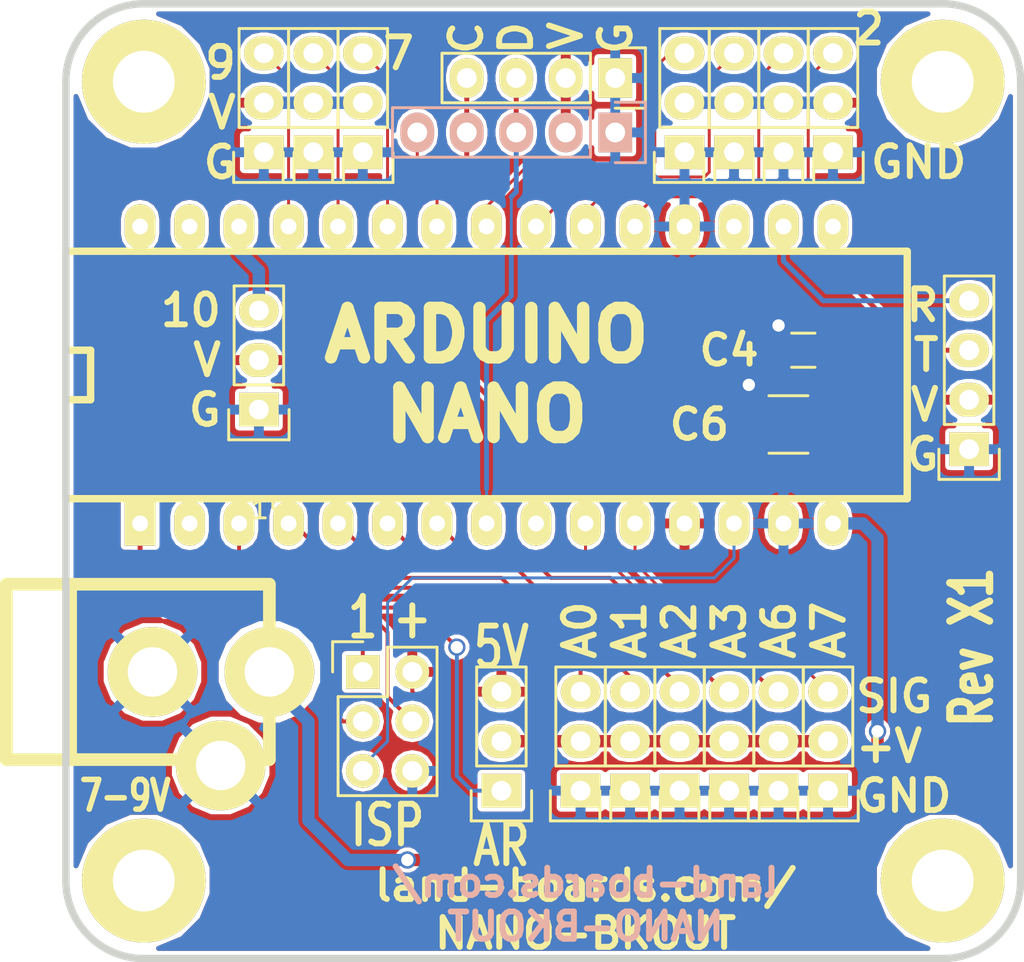
<source format=kicad_pcb>
(kicad_pcb (version 4) (host pcbnew 4.0.1-stable)

  (general
    (links 71)
    (no_connects 0)
    (area -0.190501 -0.190501 49.190501 49.190501)
    (thickness 1.6002)
    (drawings 33)
    (tracks 197)
    (zones 0)
    (modules 27)
    (nets 29)
  )

  (page A)
  (title_block
    (date "28 mar 2015")
    (rev X1)
  )

  (layers
    (0 Front signal)
    (31 Back signal)
    (36 B.SilkS user)
    (37 F.SilkS user)
    (38 B.Mask user)
    (39 F.Mask user)
    (40 Dwgs.User user hide)
    (44 Edge.Cuts user)
  )

  (setup
    (last_trace_width 0.635)
    (user_trace_width 0.1524)
    (user_trace_width 0.2032)
    (user_trace_width 0.254)
    (user_trace_width 0.635)
    (trace_clearance 0.1524)
    (zone_clearance 0.2032)
    (zone_45_only no)
    (trace_min 0.1524)
    (segment_width 0.381)
    (edge_width 0.381)
    (via_size 0.889)
    (via_drill 0.635)
    (via_min_size 0.889)
    (via_min_drill 0.508)
    (uvia_size 0.508)
    (uvia_drill 0.127)
    (uvias_allowed no)
    (uvia_min_size 0.508)
    (uvia_min_drill 0.127)
    (pcb_text_width 0.3048)
    (pcb_text_size 1.524 2.032)
    (mod_edge_width 0.381)
    (mod_text_size 1.524 1.524)
    (mod_text_width 0.3048)
    (pad_size 4.6 4.6)
    (pad_drill 2.54)
    (pad_to_mask_clearance 0.1524)
    (aux_axis_origin 0 0)
    (visible_elements 7FFFFF7F)
    (pcbplotparams
      (layerselection 0x010f0_80000001)
      (usegerberextensions true)
      (excludeedgelayer true)
      (linewidth 0.150000)
      (plotframeref false)
      (viasonmask false)
      (mode 1)
      (useauxorigin false)
      (hpglpennumber 1)
      (hpglpenspeed 20)
      (hpglpendiameter 15)
      (hpglpenoverlay 0)
      (psnegative false)
      (psa4output false)
      (plotreference true)
      (plotvalue false)
      (plotinvisibletext false)
      (padsonsilk false)
      (subtractmaskfromsilk false)
      (outputformat 1)
      (mirror false)
      (drillshape 0)
      (scaleselection 1)
      (outputdirectory plots/))
  )

  (net 0 "")
  (net 1 GND)
  (net 2 +5V)
  (net 3 +9V)
  (net 4 /A0)
  (net 5 /A1)
  (net 6 /A2)
  (net 7 /A3)
  (net 8 /SDA)
  (net 9 /SCL)
  (net 10 /A6)
  (net 11 /A7)
  (net 12 /D7)
  (net 13 /D6)
  (net 14 /D5)
  (net 15 /D4)
  (net 16 /D3)
  (net 17 /D2)
  (net 18 /D12)
  (net 19 /D13)
  (net 20 /D11)
  (net 21 /~RST)
  (net 22 /D9)
  (net 23 /D8)
  (net 24 /D0)
  (net 25 /D1)
  (net 26 /D10)
  (net 27 "Net-(H1-Pad2)")
  (net 28 /AREF)

  (net_class Default "This is the default net class."
    (clearance 0.1524)
    (trace_width 0.1524)
    (via_dia 0.889)
    (via_drill 0.635)
    (uvia_dia 0.508)
    (uvia_drill 0.127)
    (add_net +5V)
    (add_net +9V)
    (add_net /A0)
    (add_net /A1)
    (add_net /A2)
    (add_net /A3)
    (add_net /A6)
    (add_net /A7)
    (add_net /AREF)
    (add_net /D0)
    (add_net /D1)
    (add_net /D10)
    (add_net /D11)
    (add_net /D12)
    (add_net /D13)
    (add_net /D2)
    (add_net /D3)
    (add_net /D4)
    (add_net /D5)
    (add_net /D6)
    (add_net /D7)
    (add_net /D8)
    (add_net /D9)
    (add_net /SCL)
    (add_net /SDA)
    (add_net /~RST)
    (add_net GND)
    (add_net "Net-(H1-Pad2)")
  )

  (net_class POWER ""
    (clearance 0.254)
    (trace_width 0.635)
    (via_dia 0.889)
    (via_drill 0.635)
    (uvia_dia 0.508)
    (uvia_drill 0.127)
  )

  (module MTG-4-40 locked (layer Front) (tedit 50F036E3) (tstamp 51AF63A5)
    (at 4 45)
    (path /5030F2C2)
    (fp_text reference MTG3 (at -6.858 -0.635) (layer F.SilkS) hide
      (effects (font (thickness 0.3048)))
    )
    (fp_text value CONN_1 (at 0 -5.08) (layer F.SilkS) hide
      (effects (font (thickness 0.3048)))
    )
    (pad 1 thru_hole circle (at 0 0) (size 6.35 6.35) (drill 3.175) (layers *.Cu *.Mask F.SilkS))
  )

  (module MTG-4-40 locked (layer Front) (tedit 50F036E3) (tstamp 51AF63AA)
    (at 45 45)
    (path /5030F2C1)
    (fp_text reference MTG4 (at -6.858 -0.635) (layer F.SilkS) hide
      (effects (font (thickness 0.3048)))
    )
    (fp_text value CONN_1 (at 0 -5.08) (layer F.SilkS) hide
      (effects (font (thickness 0.3048)))
    )
    (pad 1 thru_hole circle (at 0 0) (size 6.35 6.35) (drill 3.175) (layers *.Cu *.Mask F.SilkS))
  )

  (module MTG-4-40 locked (layer Front) (tedit 50F036E3) (tstamp 51AF63AF)
    (at 45 4)
    (path /5030F2BD)
    (fp_text reference MTG2 (at -6.858 -0.635) (layer F.SilkS) hide
      (effects (font (thickness 0.3048)))
    )
    (fp_text value CONN_1 (at 0 -5.08) (layer F.SilkS) hide
      (effects (font (thickness 0.3048)))
    )
    (pad 1 thru_hole circle (at 0 0) (size 6.35 6.35) (drill 3.175) (layers *.Cu *.Mask F.SilkS))
  )

  (module MTG-4-40 locked (layer Front) (tedit 50F036E3) (tstamp 51AF63B4)
    (at 4 4)
    (path /5030F2A7)
    (fp_text reference MTG1 (at -6.858 -0.635) (layer F.SilkS) hide
      (effects (font (thickness 0.3048)))
    )
    (fp_text value CONN_1 (at 0 -5.08) (layer F.SilkS) hide
      (effects (font (thickness 0.3048)))
    )
    (pad 1 thru_hole circle (at 0 0) (size 6.35 6.35) (drill 3.175) (layers *.Cu *.Mask F.SilkS))
  )

  (module arduino:arduino_mini (layer Front) (tedit 56E4521F) (tstamp 55ABB877)
    (at 22.86 19.05)
    (descr "30 pins DIL package, elliptical pads, width 600mil (arduino mini)")
    (tags "DIL arduino mini")
    (path /55ABB26F)
    (fp_text reference U5 (at -21.59 9.144 90) (layer F.SilkS) hide
      (effects (font (thickness 0.3048)))
    )
    (fp_text value arduino_nano (at -0.635 3.175) (layer F.SilkS) hide
      (effects (font (size 1.778 1.778) (thickness 0.3048)))
    )
    (fp_line (start -22.86 -6.35) (end 20.32 -6.35) (layer F.SilkS) (width 0.381))
    (fp_line (start 20.32 -6.35) (end 20.32 6.35) (layer F.SilkS) (width 0.381))
    (fp_line (start 20.32 6.35) (end -22.86 6.35) (layer F.SilkS) (width 0.381))
    (fp_line (start -22.86 6.35) (end -22.86 -6.35) (layer F.SilkS) (width 0.381))
    (fp_line (start -22.86 1.27) (end -21.59 1.27) (layer F.SilkS) (width 0.381))
    (fp_line (start -21.59 1.27) (end -21.59 -1.27) (layer F.SilkS) (width 0.381))
    (fp_line (start -21.59 -1.27) (end -22.86 -1.27) (layer F.SilkS) (width 0.381))
    (pad 1 thru_hole rect (at -19.05 7.62) (size 1.5748 2.286) (drill 0.8128) (layers *.Cu *.Mask F.SilkS)
      (net 19 /D13))
    (pad 2 thru_hole oval (at -16.51 7.62) (size 1.5748 2.286) (drill 0.8128) (layers *.Cu *.Mask F.SilkS))
    (pad 3 thru_hole oval (at -13.97 7.62) (size 1.5748 2.286) (drill 0.8128) (layers *.Cu *.Mask F.SilkS)
      (net 28 /AREF))
    (pad 4 thru_hole oval (at -11.43 7.62) (size 1.5748 2.286) (drill 0.8128) (layers *.Cu *.Mask F.SilkS)
      (net 4 /A0))
    (pad 5 thru_hole oval (at -8.89 7.62) (size 1.5748 2.286) (drill 0.8128) (layers *.Cu *.Mask F.SilkS)
      (net 5 /A1))
    (pad 6 thru_hole oval (at -6.35 7.62) (size 1.5748 2.286) (drill 0.8128) (layers *.Cu *.Mask F.SilkS)
      (net 6 /A2))
    (pad 7 thru_hole oval (at -3.81 7.62) (size 1.5748 2.286) (drill 0.8128) (layers *.Cu *.Mask F.SilkS)
      (net 7 /A3))
    (pad 8 thru_hole oval (at -1.27 7.62) (size 1.5748 2.286) (drill 0.8128) (layers *.Cu *.Mask F.SilkS)
      (net 8 /SDA))
    (pad 9 thru_hole oval (at 1.27 7.62) (size 1.5748 2.286) (drill 0.8128) (layers *.Cu *.Mask F.SilkS)
      (net 9 /SCL))
    (pad 10 thru_hole oval (at 3.81 7.62) (size 1.5748 2.286) (drill 0.8128) (layers *.Cu *.Mask F.SilkS)
      (net 10 /A6))
    (pad 11 thru_hole oval (at 6.35 7.62) (size 1.5748 2.286) (drill 0.8128) (layers *.Cu *.Mask F.SilkS)
      (net 11 /A7))
    (pad 12 thru_hole oval (at 8.89 7.62) (size 1.5748 2.286) (drill 0.8128) (layers *.Cu *.Mask F.SilkS)
      (net 2 +5V))
    (pad 13 thru_hole oval (at 11.43 7.62) (size 1.5748 2.286) (drill 0.8128) (layers *.Cu *.Mask F.SilkS)
      (net 21 /~RST))
    (pad 14 thru_hole oval (at 13.97 7.62) (size 1.5748 2.286) (drill 0.8128) (layers *.Cu *.Mask F.SilkS)
      (net 1 GND))
    (pad 15 thru_hole oval (at 16.51 7.62) (size 1.5748 2.286) (drill 0.8128) (layers *.Cu *.Mask F.SilkS)
      (net 3 +9V))
    (pad 16 thru_hole oval (at 16.51 -7.62) (size 1.5748 2.286) (drill 0.8128) (layers *.Cu *.Mask F.SilkS)
      (net 24 /D0))
    (pad 17 thru_hole oval (at 13.97 -7.62) (size 1.5748 2.286) (drill 0.8128) (layers *.Cu *.Mask F.SilkS)
      (net 25 /D1))
    (pad 18 thru_hole oval (at 11.43 -7.62) (size 1.5748 2.286) (drill 0.8128) (layers *.Cu *.Mask F.SilkS))
    (pad 19 thru_hole oval (at 8.89 -7.62) (size 1.5748 2.286) (drill 0.8128) (layers *.Cu *.Mask F.SilkS)
      (net 1 GND))
    (pad 20 thru_hole oval (at 6.35 -7.62) (size 1.5748 2.286) (drill 0.8128) (layers *.Cu *.Mask F.SilkS)
      (net 17 /D2))
    (pad 21 thru_hole oval (at 3.81 -7.62) (size 1.5748 2.286) (drill 0.8128) (layers *.Cu *.Mask F.SilkS)
      (net 16 /D3))
    (pad 22 thru_hole oval (at 1.27 -7.62) (size 1.5748 2.286) (drill 0.8128) (layers *.Cu *.Mask F.SilkS)
      (net 15 /D4))
    (pad 23 thru_hole oval (at -1.27 -7.62) (size 1.5748 2.286) (drill 0.8128) (layers *.Cu *.Mask F.SilkS)
      (net 14 /D5))
    (pad 24 thru_hole oval (at -3.81 -7.62) (size 1.5748 2.286) (drill 0.8128) (layers *.Cu *.Mask F.SilkS)
      (net 13 /D6))
    (pad 25 thru_hole oval (at -6.35 -7.62) (size 1.5748 2.286) (drill 0.8128) (layers *.Cu *.Mask F.SilkS)
      (net 12 /D7))
    (pad 26 thru_hole oval (at -8.89 -7.62) (size 1.5748 2.286) (drill 0.8128) (layers *.Cu *.Mask F.SilkS)
      (net 23 /D8))
    (pad 27 thru_hole oval (at -11.43 -7.62) (size 1.5748 2.286) (drill 0.8128) (layers *.Cu *.Mask F.SilkS)
      (net 22 /D9))
    (pad 28 thru_hole oval (at -13.97 -7.62) (size 1.5748 2.286) (drill 0.8128) (layers *.Cu *.Mask F.SilkS)
      (net 26 /D10))
    (pad 29 thru_hole oval (at -16.51 -7.62) (size 1.5748 2.286) (drill 0.8128) (layers *.Cu *.Mask F.SilkS)
      (net 20 /D11))
    (pad 30 thru_hole oval (at -19.05 -7.62) (size 1.5748 2.286) (drill 0.8128) (layers *.Cu *.Mask F.SilkS)
      (net 18 /D12))
  )

  (module Resistors_SMD:R_0805_HandSoldering (layer Front) (tedit 56E45C41) (tstamp 55ABBFBA)
    (at 37.846 17.78 180)
    (descr "Resistor SMD 0805, hand soldering")
    (tags "resistor 0805")
    (path /55ABBC4E)
    (attr smd)
    (fp_text reference C4 (at 3.81 0 360) (layer F.SilkS)
      (effects (font (thickness 0.3048)))
    )
    (fp_text value 0.1uF (at 0 2.1 180) (layer F.SilkS) hide
      (effects (font (size 1 1) (thickness 0.15)))
    )
    (fp_line (start -2.4 -1) (end 2.4 -1) (layer F.CrtYd) (width 0.05))
    (fp_line (start -2.4 1) (end 2.4 1) (layer F.CrtYd) (width 0.05))
    (fp_line (start -2.4 -1) (end -2.4 1) (layer F.CrtYd) (width 0.05))
    (fp_line (start 2.4 -1) (end 2.4 1) (layer F.CrtYd) (width 0.05))
    (fp_line (start 0.6 0.875) (end -0.6 0.875) (layer F.SilkS) (width 0.15))
    (fp_line (start -0.6 -0.875) (end 0.6 -0.875) (layer F.SilkS) (width 0.15))
    (pad 1 smd rect (at -1.35 0 180) (size 1.5 1.3) (layers Front F.Mask)
      (net 3 +9V))
    (pad 2 smd rect (at 1.35 0 180) (size 1.5 1.3) (layers Front F.Mask)
      (net 1 GND))
    (model Resistors_SMD.3dshapes/R_0805_HandSoldering.wrl
      (at (xyz 0 0 0))
      (scale (xyz 1 1 1))
      (rotate (xyz 0 0 0))
    )
  )

  (module Resistors_SMD:R_1210_HandSoldering (layer Front) (tedit 56E45C3A) (tstamp 55D88BCE)
    (at 37.084 21.59 180)
    (descr "Resistor SMD 1210, hand soldering")
    (tags "resistor 1210")
    (path /55D8E65D)
    (attr smd)
    (fp_text reference C6 (at 4.572 0 180) (layer F.SilkS)
      (effects (font (thickness 0.3048)))
    )
    (fp_text value 22uF (at 0 2.7 180) (layer B.SilkS) hide
      (effects (font (size 1 1) (thickness 0.15)) (justify mirror))
    )
    (fp_line (start -3.3 -1.6) (end 3.3 -1.6) (layer F.CrtYd) (width 0.05))
    (fp_line (start -3.3 1.6) (end 3.3 1.6) (layer F.CrtYd) (width 0.05))
    (fp_line (start -3.3 -1.6) (end -3.3 1.6) (layer F.CrtYd) (width 0.05))
    (fp_line (start 3.3 -1.6) (end 3.3 1.6) (layer F.CrtYd) (width 0.05))
    (fp_line (start 1 1.475) (end -1 1.475) (layer F.SilkS) (width 0.15))
    (fp_line (start -1 -1.475) (end 1 -1.475) (layer F.SilkS) (width 0.15))
    (pad 1 smd rect (at -2 0 180) (size 2 2.5) (layers Front F.Mask)
      (net 3 +9V))
    (pad 2 smd rect (at 2 0 180) (size 2 2.5) (layers Front F.Mask)
      (net 1 GND))
    (model Resistors_SMD.3dshapes/R_1210_HandSoldering.wrl
      (at (xyz 0 0 0))
      (scale (xyz 1 1 1))
      (rotate (xyz 0 0 0))
    )
  )

  (module DougsNewMods:DCJ-NEW (layer Front) (tedit 56E44C1E) (tstamp 5628153C)
    (at 4.445 34.29)
    (descr "DC Pwr, 2.1mm Jack")
    (tags "DC Power jack, 2.1mm")
    (path /55ABBEC2)
    (fp_text reference J1 (at -0.0508 -6.05028) (layer F.SilkS) hide
      (effects (font (thickness 0.3048)))
    )
    (fp_text value DCJ0202 (at -6 0 90) (layer F.SilkS) hide
      (effects (font (size 1.016 1.016) (thickness 0.254)))
    )
    (fp_line (start -4.2 4.5) (end -4.2 -4.5) (layer F.SilkS) (width 0.65))
    (fp_line (start -7.5 -4.5) (end -7.5 4.5) (layer F.SilkS) (width 0.65))
    (fp_line (start -7.5 -4.5) (end 6 -4.5) (layer F.SilkS) (width 0.65))
    (fp_line (start 6 -4.5) (end 6 4.5) (layer F.SilkS) (width 0.65))
    (fp_line (start -7.5 4.5) (end 6 4.5) (layer F.SilkS) (width 0.65))
    (pad 2 thru_hole circle (at 0 0) (size 4.6 4.6) (drill 2.54) (layers *.Cu *.Mask F.SilkS)
      (net 1 GND))
    (pad 1 thru_hole circle (at 6 0) (size 4.6 4.6) (drill 2.54) (layers *.Cu *.Mask F.SilkS)
      (net 3 +9V) (clearance 0.3048))
    (pad 3 thru_hole circle (at 3.5 4.8) (size 4.6 4.6) (drill 2.54) (layers *.Cu *.Mask F.SilkS)
      (net 1 GND))
    (model connectors/POWER_21.wrl
      (at (xyz 0 0 0))
      (scale (xyz 0.8 0.8 0.8))
      (rotate (xyz 0 0 0))
    )
  )

  (module Pin_Headers:Pin_Header_Straight_1x03 (layer Front) (tedit 56E44FDF) (tstamp 56E34BBA)
    (at 26.416 40.386 180)
    (descr "Through hole pin header")
    (tags "pin header")
    (path /56E37C55)
    (fp_text reference H1 (at 0 -2.286 180) (layer F.SilkS) hide
      (effects (font (size 1 1) (thickness 0.15)))
    )
    (fp_text value CONN_01X03 (at 0 -3.1 180) (layer F.Fab) hide
      (effects (font (size 1 1) (thickness 0.15)))
    )
    (fp_line (start -1.75 -1.75) (end -1.75 6.85) (layer F.CrtYd) (width 0.05))
    (fp_line (start 1.75 -1.75) (end 1.75 6.85) (layer F.CrtYd) (width 0.05))
    (fp_line (start -1.75 -1.75) (end 1.75 -1.75) (layer F.CrtYd) (width 0.05))
    (fp_line (start -1.75 6.85) (end 1.75 6.85) (layer F.CrtYd) (width 0.05))
    (fp_line (start -1.27 1.27) (end -1.27 6.35) (layer F.SilkS) (width 0.15))
    (fp_line (start -1.27 6.35) (end 1.27 6.35) (layer F.SilkS) (width 0.15))
    (fp_line (start 1.27 6.35) (end 1.27 1.27) (layer F.SilkS) (width 0.15))
    (fp_line (start 1.55 -1.55) (end 1.55 0) (layer F.SilkS) (width 0.15))
    (fp_line (start 1.27 1.27) (end -1.27 1.27) (layer F.SilkS) (width 0.15))
    (fp_line (start -1.55 0) (end -1.55 -1.55) (layer F.SilkS) (width 0.15))
    (fp_line (start -1.55 -1.55) (end 1.55 -1.55) (layer F.SilkS) (width 0.15))
    (pad 1 thru_hole rect (at 0 0 180) (size 2.032 1.7272) (drill 1.016) (layers *.Cu *.Mask F.SilkS)
      (net 1 GND))
    (pad 2 thru_hole oval (at 0 2.54 180) (size 2.032 1.7272) (drill 1.016) (layers *.Cu *.Mask F.SilkS)
      (net 27 "Net-(H1-Pad2)"))
    (pad 3 thru_hole oval (at 0 5.08 180) (size 2.032 1.7272) (drill 1.016) (layers *.Cu *.Mask F.SilkS)
      (net 4 /A0))
    (model Pin_Headers.3dshapes/Pin_Header_Straight_1x03.wrl
      (at (xyz 0 -0.1 0))
      (scale (xyz 1 1 1))
      (rotate (xyz 0 0 90))
    )
  )

  (module Pin_Headers:Pin_Header_Straight_1x03 (layer Front) (tedit 56E44FEC) (tstamp 56E34BCC)
    (at 28.956 40.386 180)
    (descr "Through hole pin header")
    (tags "pin header")
    (path /56E37F71)
    (fp_text reference H2 (at 0 -2.286 180) (layer F.SilkS) hide
      (effects (font (size 1 1) (thickness 0.15)))
    )
    (fp_text value CONN_01X03 (at 0 -3.1 180) (layer F.Fab) hide
      (effects (font (size 1 1) (thickness 0.15)))
    )
    (fp_line (start -1.75 -1.75) (end -1.75 6.85) (layer F.CrtYd) (width 0.05))
    (fp_line (start 1.75 -1.75) (end 1.75 6.85) (layer F.CrtYd) (width 0.05))
    (fp_line (start -1.75 -1.75) (end 1.75 -1.75) (layer F.CrtYd) (width 0.05))
    (fp_line (start -1.75 6.85) (end 1.75 6.85) (layer F.CrtYd) (width 0.05))
    (fp_line (start -1.27 1.27) (end -1.27 6.35) (layer F.SilkS) (width 0.15))
    (fp_line (start -1.27 6.35) (end 1.27 6.35) (layer F.SilkS) (width 0.15))
    (fp_line (start 1.27 6.35) (end 1.27 1.27) (layer F.SilkS) (width 0.15))
    (fp_line (start 1.55 -1.55) (end 1.55 0) (layer F.SilkS) (width 0.15))
    (fp_line (start 1.27 1.27) (end -1.27 1.27) (layer F.SilkS) (width 0.15))
    (fp_line (start -1.55 0) (end -1.55 -1.55) (layer F.SilkS) (width 0.15))
    (fp_line (start -1.55 -1.55) (end 1.55 -1.55) (layer F.SilkS) (width 0.15))
    (pad 1 thru_hole rect (at 0 0 180) (size 2.032 1.7272) (drill 1.016) (layers *.Cu *.Mask F.SilkS)
      (net 1 GND))
    (pad 2 thru_hole oval (at 0 2.54 180) (size 2.032 1.7272) (drill 1.016) (layers *.Cu *.Mask F.SilkS)
      (net 27 "Net-(H1-Pad2)"))
    (pad 3 thru_hole oval (at 0 5.08 180) (size 2.032 1.7272) (drill 1.016) (layers *.Cu *.Mask F.SilkS)
      (net 5 /A1))
    (model Pin_Headers.3dshapes/Pin_Header_Straight_1x03.wrl
      (at (xyz 0 -0.1 0))
      (scale (xyz 1 1 1))
      (rotate (xyz 0 0 90))
    )
  )

  (module Pin_Headers:Pin_Header_Straight_1x03 (layer Front) (tedit 56E4500F) (tstamp 56E34BDE)
    (at 31.496 40.386 180)
    (descr "Through hole pin header")
    (tags "pin header")
    (path /56E3827D)
    (fp_text reference H3 (at 0 -2.286 180) (layer F.SilkS) hide
      (effects (font (size 1 1) (thickness 0.15)))
    )
    (fp_text value CONN_01X03 (at 0 -3.1 180) (layer F.Fab) hide
      (effects (font (size 1 1) (thickness 0.15)))
    )
    (fp_line (start -1.75 -1.75) (end -1.75 6.85) (layer F.CrtYd) (width 0.05))
    (fp_line (start 1.75 -1.75) (end 1.75 6.85) (layer F.CrtYd) (width 0.05))
    (fp_line (start -1.75 -1.75) (end 1.75 -1.75) (layer F.CrtYd) (width 0.05))
    (fp_line (start -1.75 6.85) (end 1.75 6.85) (layer F.CrtYd) (width 0.05))
    (fp_line (start -1.27 1.27) (end -1.27 6.35) (layer F.SilkS) (width 0.15))
    (fp_line (start -1.27 6.35) (end 1.27 6.35) (layer F.SilkS) (width 0.15))
    (fp_line (start 1.27 6.35) (end 1.27 1.27) (layer F.SilkS) (width 0.15))
    (fp_line (start 1.55 -1.55) (end 1.55 0) (layer F.SilkS) (width 0.15))
    (fp_line (start 1.27 1.27) (end -1.27 1.27) (layer F.SilkS) (width 0.15))
    (fp_line (start -1.55 0) (end -1.55 -1.55) (layer F.SilkS) (width 0.15))
    (fp_line (start -1.55 -1.55) (end 1.55 -1.55) (layer F.SilkS) (width 0.15))
    (pad 1 thru_hole rect (at 0 0 180) (size 2.032 1.7272) (drill 1.016) (layers *.Cu *.Mask F.SilkS)
      (net 1 GND))
    (pad 2 thru_hole oval (at 0 2.54 180) (size 2.032 1.7272) (drill 1.016) (layers *.Cu *.Mask F.SilkS)
      (net 27 "Net-(H1-Pad2)"))
    (pad 3 thru_hole oval (at 0 5.08 180) (size 2.032 1.7272) (drill 1.016) (layers *.Cu *.Mask F.SilkS)
      (net 6 /A2))
    (model Pin_Headers.3dshapes/Pin_Header_Straight_1x03.wrl
      (at (xyz 0 -0.1 0))
      (scale (xyz 1 1 1))
      (rotate (xyz 0 0 90))
    )
  )

  (module Pin_Headers:Pin_Header_Straight_1x03 (layer Front) (tedit 56E45016) (tstamp 56E34BF0)
    (at 34.036 40.386 180)
    (descr "Through hole pin header")
    (tags "pin header")
    (path /56E38338)
    (fp_text reference H4 (at 0 -2.286 180) (layer F.SilkS) hide
      (effects (font (size 1 1) (thickness 0.15)))
    )
    (fp_text value CONN_01X03 (at 0 -3.1 180) (layer F.Fab) hide
      (effects (font (size 1 1) (thickness 0.15)))
    )
    (fp_line (start -1.75 -1.75) (end -1.75 6.85) (layer F.CrtYd) (width 0.05))
    (fp_line (start 1.75 -1.75) (end 1.75 6.85) (layer F.CrtYd) (width 0.05))
    (fp_line (start -1.75 -1.75) (end 1.75 -1.75) (layer F.CrtYd) (width 0.05))
    (fp_line (start -1.75 6.85) (end 1.75 6.85) (layer F.CrtYd) (width 0.05))
    (fp_line (start -1.27 1.27) (end -1.27 6.35) (layer F.SilkS) (width 0.15))
    (fp_line (start -1.27 6.35) (end 1.27 6.35) (layer F.SilkS) (width 0.15))
    (fp_line (start 1.27 6.35) (end 1.27 1.27) (layer F.SilkS) (width 0.15))
    (fp_line (start 1.55 -1.55) (end 1.55 0) (layer F.SilkS) (width 0.15))
    (fp_line (start 1.27 1.27) (end -1.27 1.27) (layer F.SilkS) (width 0.15))
    (fp_line (start -1.55 0) (end -1.55 -1.55) (layer F.SilkS) (width 0.15))
    (fp_line (start -1.55 -1.55) (end 1.55 -1.55) (layer F.SilkS) (width 0.15))
    (pad 1 thru_hole rect (at 0 0 180) (size 2.032 1.7272) (drill 1.016) (layers *.Cu *.Mask F.SilkS)
      (net 1 GND))
    (pad 2 thru_hole oval (at 0 2.54 180) (size 2.032 1.7272) (drill 1.016) (layers *.Cu *.Mask F.SilkS)
      (net 27 "Net-(H1-Pad2)"))
    (pad 3 thru_hole oval (at 0 5.08 180) (size 2.032 1.7272) (drill 1.016) (layers *.Cu *.Mask F.SilkS)
      (net 7 /A3))
    (model Pin_Headers.3dshapes/Pin_Header_Straight_1x03.wrl
      (at (xyz 0 -0.1 0))
      (scale (xyz 1 1 1))
      (rotate (xyz 0 0 90))
    )
  )

  (module Pin_Headers:Pin_Header_Straight_1x03 (layer Front) (tedit 56E4501C) (tstamp 56E34C02)
    (at 36.576 40.386 180)
    (descr "Through hole pin header")
    (tags "pin header")
    (path /56E38466)
    (fp_text reference H5 (at 0 -2.286 180) (layer F.SilkS) hide
      (effects (font (size 1 1) (thickness 0.15)))
    )
    (fp_text value CONN_01X03 (at 0 -3.1 180) (layer F.Fab) hide
      (effects (font (size 1 1) (thickness 0.15)))
    )
    (fp_line (start -1.75 -1.75) (end -1.75 6.85) (layer F.CrtYd) (width 0.05))
    (fp_line (start 1.75 -1.75) (end 1.75 6.85) (layer F.CrtYd) (width 0.05))
    (fp_line (start -1.75 -1.75) (end 1.75 -1.75) (layer F.CrtYd) (width 0.05))
    (fp_line (start -1.75 6.85) (end 1.75 6.85) (layer F.CrtYd) (width 0.05))
    (fp_line (start -1.27 1.27) (end -1.27 6.35) (layer F.SilkS) (width 0.15))
    (fp_line (start -1.27 6.35) (end 1.27 6.35) (layer F.SilkS) (width 0.15))
    (fp_line (start 1.27 6.35) (end 1.27 1.27) (layer F.SilkS) (width 0.15))
    (fp_line (start 1.55 -1.55) (end 1.55 0) (layer F.SilkS) (width 0.15))
    (fp_line (start 1.27 1.27) (end -1.27 1.27) (layer F.SilkS) (width 0.15))
    (fp_line (start -1.55 0) (end -1.55 -1.55) (layer F.SilkS) (width 0.15))
    (fp_line (start -1.55 -1.55) (end 1.55 -1.55) (layer F.SilkS) (width 0.15))
    (pad 1 thru_hole rect (at 0 0 180) (size 2.032 1.7272) (drill 1.016) (layers *.Cu *.Mask F.SilkS)
      (net 1 GND))
    (pad 2 thru_hole oval (at 0 2.54 180) (size 2.032 1.7272) (drill 1.016) (layers *.Cu *.Mask F.SilkS)
      (net 27 "Net-(H1-Pad2)"))
    (pad 3 thru_hole oval (at 0 5.08 180) (size 2.032 1.7272) (drill 1.016) (layers *.Cu *.Mask F.SilkS)
      (net 10 /A6))
    (model Pin_Headers.3dshapes/Pin_Header_Straight_1x03.wrl
      (at (xyz 0 -0.1 0))
      (scale (xyz 1 1 1))
      (rotate (xyz 0 0 90))
    )
  )

  (module Pin_Headers:Pin_Header_Straight_1x03 (layer Front) (tedit 56E45023) (tstamp 56E34C14)
    (at 39.116 40.386 180)
    (descr "Through hole pin header")
    (tags "pin header")
    (path /56E38817)
    (fp_text reference H6 (at 0 -2.286 180) (layer F.SilkS) hide
      (effects (font (size 1 1) (thickness 0.15)))
    )
    (fp_text value CONN_01X03 (at 0 -3.1 180) (layer F.Fab) hide
      (effects (font (size 1 1) (thickness 0.15)))
    )
    (fp_line (start -1.75 -1.75) (end -1.75 6.85) (layer F.CrtYd) (width 0.05))
    (fp_line (start 1.75 -1.75) (end 1.75 6.85) (layer F.CrtYd) (width 0.05))
    (fp_line (start -1.75 -1.75) (end 1.75 -1.75) (layer F.CrtYd) (width 0.05))
    (fp_line (start -1.75 6.85) (end 1.75 6.85) (layer F.CrtYd) (width 0.05))
    (fp_line (start -1.27 1.27) (end -1.27 6.35) (layer F.SilkS) (width 0.15))
    (fp_line (start -1.27 6.35) (end 1.27 6.35) (layer F.SilkS) (width 0.15))
    (fp_line (start 1.27 6.35) (end 1.27 1.27) (layer F.SilkS) (width 0.15))
    (fp_line (start 1.55 -1.55) (end 1.55 0) (layer F.SilkS) (width 0.15))
    (fp_line (start 1.27 1.27) (end -1.27 1.27) (layer F.SilkS) (width 0.15))
    (fp_line (start -1.55 0) (end -1.55 -1.55) (layer F.SilkS) (width 0.15))
    (fp_line (start -1.55 -1.55) (end 1.55 -1.55) (layer F.SilkS) (width 0.15))
    (pad 1 thru_hole rect (at 0 0 180) (size 2.032 1.7272) (drill 1.016) (layers *.Cu *.Mask F.SilkS)
      (net 1 GND))
    (pad 2 thru_hole oval (at 0 2.54 180) (size 2.032 1.7272) (drill 1.016) (layers *.Cu *.Mask F.SilkS)
      (net 27 "Net-(H1-Pad2)"))
    (pad 3 thru_hole oval (at 0 5.08 180) (size 2.032 1.7272) (drill 1.016) (layers *.Cu *.Mask F.SilkS)
      (net 11 /A7))
    (model Pin_Headers.3dshapes/Pin_Header_Straight_1x03.wrl
      (at (xyz 0 -0.1 0))
      (scale (xyz 1 1 1))
      (rotate (xyz 0 0 90))
    )
  )

  (module Pin_Headers:Pin_Header_Straight_2x03 (layer Front) (tedit 56E45214) (tstamp 56E34C3E)
    (at 15.24 34.29)
    (descr "Through hole pin header")
    (tags "pin header")
    (path /56E41B1A)
    (fp_text reference H8 (at 0 -5.1) (layer F.SilkS) hide
      (effects (font (size 1 1) (thickness 0.15)))
    )
    (fp_text value CONN_02X03 (at 0 -3.1) (layer F.Fab) hide
      (effects (font (size 1 1) (thickness 0.15)))
    )
    (fp_line (start -1.27 1.27) (end -1.27 6.35) (layer F.SilkS) (width 0.15))
    (fp_line (start -1.55 -1.55) (end 0 -1.55) (layer F.SilkS) (width 0.15))
    (fp_line (start -1.75 -1.75) (end -1.75 6.85) (layer F.CrtYd) (width 0.05))
    (fp_line (start 4.3 -1.75) (end 4.3 6.85) (layer F.CrtYd) (width 0.05))
    (fp_line (start -1.75 -1.75) (end 4.3 -1.75) (layer F.CrtYd) (width 0.05))
    (fp_line (start -1.75 6.85) (end 4.3 6.85) (layer F.CrtYd) (width 0.05))
    (fp_line (start 1.27 -1.27) (end 1.27 1.27) (layer F.SilkS) (width 0.15))
    (fp_line (start 1.27 1.27) (end -1.27 1.27) (layer F.SilkS) (width 0.15))
    (fp_line (start -1.27 6.35) (end 3.81 6.35) (layer F.SilkS) (width 0.15))
    (fp_line (start 3.81 6.35) (end 3.81 1.27) (layer F.SilkS) (width 0.15))
    (fp_line (start -1.55 -1.55) (end -1.55 0) (layer F.SilkS) (width 0.15))
    (fp_line (start 3.81 -1.27) (end 1.27 -1.27) (layer F.SilkS) (width 0.15))
    (fp_line (start 3.81 1.27) (end 3.81 -1.27) (layer F.SilkS) (width 0.15))
    (pad 1 thru_hole rect (at 0 0) (size 1.7272 1.7272) (drill 1.016) (layers *.Cu *.Mask F.SilkS)
      (net 18 /D12))
    (pad 2 thru_hole oval (at 2.54 0) (size 1.7272 1.7272) (drill 1.016) (layers *.Cu *.Mask F.SilkS)
      (net 2 +5V))
    (pad 3 thru_hole oval (at 0 2.54) (size 1.7272 1.7272) (drill 1.016) (layers *.Cu *.Mask F.SilkS)
      (net 19 /D13))
    (pad 4 thru_hole oval (at 2.54 2.54) (size 1.7272 1.7272) (drill 1.016) (layers *.Cu *.Mask F.SilkS)
      (net 20 /D11))
    (pad 5 thru_hole oval (at 0 5.08) (size 1.7272 1.7272) (drill 1.016) (layers *.Cu *.Mask F.SilkS)
      (net 21 /~RST))
    (pad 6 thru_hole oval (at 2.54 5.08) (size 1.7272 1.7272) (drill 1.016) (layers *.Cu *.Mask F.SilkS)
      (net 1 GND))
    (model Pin_Headers.3dshapes/Pin_Header_Straight_2x03.wrl
      (at (xyz 0.05 -0.1 0))
      (scale (xyz 1 1 1))
      (rotate (xyz 0 0 90))
    )
  )

  (module Pin_Headers:Pin_Header_Straight_1x03 (layer Front) (tedit 56E450CF) (tstamp 56E34C50)
    (at 10.16 7.62 180)
    (descr "Through hole pin header")
    (tags "pin header")
    (path /56E3EEC0)
    (fp_text reference H9 (at 0 -2.032 180) (layer F.SilkS) hide
      (effects (font (size 1 1) (thickness 0.15)))
    )
    (fp_text value CONN_01X03 (at 0 -3.1 180) (layer F.Fab) hide
      (effects (font (size 1 1) (thickness 0.15)))
    )
    (fp_line (start -1.75 -1.75) (end -1.75 6.85) (layer F.CrtYd) (width 0.05))
    (fp_line (start 1.75 -1.75) (end 1.75 6.85) (layer F.CrtYd) (width 0.05))
    (fp_line (start -1.75 -1.75) (end 1.75 -1.75) (layer F.CrtYd) (width 0.05))
    (fp_line (start -1.75 6.85) (end 1.75 6.85) (layer F.CrtYd) (width 0.05))
    (fp_line (start -1.27 1.27) (end -1.27 6.35) (layer F.SilkS) (width 0.15))
    (fp_line (start -1.27 6.35) (end 1.27 6.35) (layer F.SilkS) (width 0.15))
    (fp_line (start 1.27 6.35) (end 1.27 1.27) (layer F.SilkS) (width 0.15))
    (fp_line (start 1.55 -1.55) (end 1.55 0) (layer F.SilkS) (width 0.15))
    (fp_line (start 1.27 1.27) (end -1.27 1.27) (layer F.SilkS) (width 0.15))
    (fp_line (start -1.55 0) (end -1.55 -1.55) (layer F.SilkS) (width 0.15))
    (fp_line (start -1.55 -1.55) (end 1.55 -1.55) (layer F.SilkS) (width 0.15))
    (pad 1 thru_hole rect (at 0 0 180) (size 2.032 1.7272) (drill 1.016) (layers *.Cu *.Mask F.SilkS)
      (net 1 GND))
    (pad 2 thru_hole oval (at 0 2.54 180) (size 2.032 1.7272) (drill 1.016) (layers *.Cu *.Mask F.SilkS)
      (net 2 +5V))
    (pad 3 thru_hole oval (at 0 5.08 180) (size 2.032 1.7272) (drill 1.016) (layers *.Cu *.Mask F.SilkS)
      (net 22 /D9))
    (model Pin_Headers.3dshapes/Pin_Header_Straight_1x03.wrl
      (at (xyz 0 -0.1 0))
      (scale (xyz 1 1 1))
      (rotate (xyz 0 0 90))
    )
  )

  (module Pin_Headers:Pin_Header_Straight_1x03 (layer Front) (tedit 56E450C4) (tstamp 56E34C62)
    (at 12.7 7.62 180)
    (descr "Through hole pin header")
    (tags "pin header")
    (path /56E3D77E)
    (fp_text reference H10 (at 0 -2.032 180) (layer F.SilkS) hide
      (effects (font (size 1 1) (thickness 0.15)))
    )
    (fp_text value CONN_01X03 (at 0 -3.1 180) (layer F.Fab) hide
      (effects (font (size 1 1) (thickness 0.15)))
    )
    (fp_line (start -1.75 -1.75) (end -1.75 6.85) (layer F.CrtYd) (width 0.05))
    (fp_line (start 1.75 -1.75) (end 1.75 6.85) (layer F.CrtYd) (width 0.05))
    (fp_line (start -1.75 -1.75) (end 1.75 -1.75) (layer F.CrtYd) (width 0.05))
    (fp_line (start -1.75 6.85) (end 1.75 6.85) (layer F.CrtYd) (width 0.05))
    (fp_line (start -1.27 1.27) (end -1.27 6.35) (layer F.SilkS) (width 0.15))
    (fp_line (start -1.27 6.35) (end 1.27 6.35) (layer F.SilkS) (width 0.15))
    (fp_line (start 1.27 6.35) (end 1.27 1.27) (layer F.SilkS) (width 0.15))
    (fp_line (start 1.55 -1.55) (end 1.55 0) (layer F.SilkS) (width 0.15))
    (fp_line (start 1.27 1.27) (end -1.27 1.27) (layer F.SilkS) (width 0.15))
    (fp_line (start -1.55 0) (end -1.55 -1.55) (layer F.SilkS) (width 0.15))
    (fp_line (start -1.55 -1.55) (end 1.55 -1.55) (layer F.SilkS) (width 0.15))
    (pad 1 thru_hole rect (at 0 0 180) (size 2.032 1.7272) (drill 1.016) (layers *.Cu *.Mask F.SilkS)
      (net 1 GND))
    (pad 2 thru_hole oval (at 0 2.54 180) (size 2.032 1.7272) (drill 1.016) (layers *.Cu *.Mask F.SilkS)
      (net 2 +5V))
    (pad 3 thru_hole oval (at 0 5.08 180) (size 2.032 1.7272) (drill 1.016) (layers *.Cu *.Mask F.SilkS)
      (net 23 /D8))
    (model Pin_Headers.3dshapes/Pin_Header_Straight_1x03.wrl
      (at (xyz 0 -0.1 0))
      (scale (xyz 1 1 1))
      (rotate (xyz 0 0 90))
    )
  )

  (module Pin_Headers:Pin_Header_Straight_1x03 (layer Front) (tedit 56E450B9) (tstamp 56E34C74)
    (at 15.24 7.62 180)
    (descr "Through hole pin header")
    (tags "pin header")
    (path /56E3D4B8)
    (fp_text reference H11 (at 0 -1.778 180) (layer F.SilkS) hide
      (effects (font (size 1 1) (thickness 0.15)))
    )
    (fp_text value CONN_01X03 (at 0 -3.1 180) (layer F.Fab) hide
      (effects (font (size 1 1) (thickness 0.15)))
    )
    (fp_line (start -1.75 -1.75) (end -1.75 6.85) (layer F.CrtYd) (width 0.05))
    (fp_line (start 1.75 -1.75) (end 1.75 6.85) (layer F.CrtYd) (width 0.05))
    (fp_line (start -1.75 -1.75) (end 1.75 -1.75) (layer F.CrtYd) (width 0.05))
    (fp_line (start -1.75 6.85) (end 1.75 6.85) (layer F.CrtYd) (width 0.05))
    (fp_line (start -1.27 1.27) (end -1.27 6.35) (layer F.SilkS) (width 0.15))
    (fp_line (start -1.27 6.35) (end 1.27 6.35) (layer F.SilkS) (width 0.15))
    (fp_line (start 1.27 6.35) (end 1.27 1.27) (layer F.SilkS) (width 0.15))
    (fp_line (start 1.55 -1.55) (end 1.55 0) (layer F.SilkS) (width 0.15))
    (fp_line (start 1.27 1.27) (end -1.27 1.27) (layer F.SilkS) (width 0.15))
    (fp_line (start -1.55 0) (end -1.55 -1.55) (layer F.SilkS) (width 0.15))
    (fp_line (start -1.55 -1.55) (end 1.55 -1.55) (layer F.SilkS) (width 0.15))
    (pad 1 thru_hole rect (at 0 0 180) (size 2.032 1.7272) (drill 1.016) (layers *.Cu *.Mask F.SilkS)
      (net 1 GND))
    (pad 2 thru_hole oval (at 0 2.54 180) (size 2.032 1.7272) (drill 1.016) (layers *.Cu *.Mask F.SilkS)
      (net 2 +5V))
    (pad 3 thru_hole oval (at 0 5.08 180) (size 2.032 1.7272) (drill 1.016) (layers *.Cu *.Mask F.SilkS)
      (net 12 /D7))
    (model Pin_Headers.3dshapes/Pin_Header_Straight_1x03.wrl
      (at (xyz 0 -0.1 0))
      (scale (xyz 1 1 1))
      (rotate (xyz 0 0 90))
    )
  )

  (module Pin_Headers:Pin_Header_Straight_1x03 (layer Front) (tedit 56E4508F) (tstamp 56E34C86)
    (at 31.75 7.62 180)
    (descr "Through hole pin header")
    (tags "pin header")
    (path /56E3D30F)
    (fp_text reference H12 (at 0.254 -1.778 180) (layer F.SilkS) hide
      (effects (font (size 1 1) (thickness 0.15)))
    )
    (fp_text value CONN_01X03 (at 0 -3.1 180) (layer F.Fab) hide
      (effects (font (size 1 1) (thickness 0.15)))
    )
    (fp_line (start -1.75 -1.75) (end -1.75 6.85) (layer F.CrtYd) (width 0.05))
    (fp_line (start 1.75 -1.75) (end 1.75 6.85) (layer F.CrtYd) (width 0.05))
    (fp_line (start -1.75 -1.75) (end 1.75 -1.75) (layer F.CrtYd) (width 0.05))
    (fp_line (start -1.75 6.85) (end 1.75 6.85) (layer F.CrtYd) (width 0.05))
    (fp_line (start -1.27 1.27) (end -1.27 6.35) (layer F.SilkS) (width 0.15))
    (fp_line (start -1.27 6.35) (end 1.27 6.35) (layer F.SilkS) (width 0.15))
    (fp_line (start 1.27 6.35) (end 1.27 1.27) (layer F.SilkS) (width 0.15))
    (fp_line (start 1.55 -1.55) (end 1.55 0) (layer F.SilkS) (width 0.15))
    (fp_line (start 1.27 1.27) (end -1.27 1.27) (layer F.SilkS) (width 0.15))
    (fp_line (start -1.55 0) (end -1.55 -1.55) (layer F.SilkS) (width 0.15))
    (fp_line (start -1.55 -1.55) (end 1.55 -1.55) (layer F.SilkS) (width 0.15))
    (pad 1 thru_hole rect (at 0 0 180) (size 2.032 1.7272) (drill 1.016) (layers *.Cu *.Mask F.SilkS)
      (net 1 GND))
    (pad 2 thru_hole oval (at 0 2.54 180) (size 2.032 1.7272) (drill 1.016) (layers *.Cu *.Mask F.SilkS)
      (net 2 +5V))
    (pad 3 thru_hole oval (at 0 5.08 180) (size 2.032 1.7272) (drill 1.016) (layers *.Cu *.Mask F.SilkS)
      (net 14 /D5))
    (model Pin_Headers.3dshapes/Pin_Header_Straight_1x03.wrl
      (at (xyz 0 -0.1 0))
      (scale (xyz 1 1 1))
      (rotate (xyz 0 0 90))
    )
  )

  (module Pin_Headers:Pin_Header_Straight_1x03 (layer Front) (tedit 56E45080) (tstamp 56E34CAA)
    (at 34.29 7.62 180)
    (descr "Through hole pin header")
    (tags "pin header")
    (path /56E3CFEE)
    (fp_text reference H14 (at 0 -2.032 180) (layer F.SilkS) hide
      (effects (font (size 1 1) (thickness 0.15)))
    )
    (fp_text value CONN_01X03 (at 0 -3.1 180) (layer F.Fab) hide
      (effects (font (size 1 1) (thickness 0.15)))
    )
    (fp_line (start -1.75 -1.75) (end -1.75 6.85) (layer F.CrtYd) (width 0.05))
    (fp_line (start 1.75 -1.75) (end 1.75 6.85) (layer F.CrtYd) (width 0.05))
    (fp_line (start -1.75 -1.75) (end 1.75 -1.75) (layer F.CrtYd) (width 0.05))
    (fp_line (start -1.75 6.85) (end 1.75 6.85) (layer F.CrtYd) (width 0.05))
    (fp_line (start -1.27 1.27) (end -1.27 6.35) (layer F.SilkS) (width 0.15))
    (fp_line (start -1.27 6.35) (end 1.27 6.35) (layer F.SilkS) (width 0.15))
    (fp_line (start 1.27 6.35) (end 1.27 1.27) (layer F.SilkS) (width 0.15))
    (fp_line (start 1.55 -1.55) (end 1.55 0) (layer F.SilkS) (width 0.15))
    (fp_line (start 1.27 1.27) (end -1.27 1.27) (layer F.SilkS) (width 0.15))
    (fp_line (start -1.55 0) (end -1.55 -1.55) (layer F.SilkS) (width 0.15))
    (fp_line (start -1.55 -1.55) (end 1.55 -1.55) (layer F.SilkS) (width 0.15))
    (pad 1 thru_hole rect (at 0 0 180) (size 2.032 1.7272) (drill 1.016) (layers *.Cu *.Mask F.SilkS)
      (net 1 GND))
    (pad 2 thru_hole oval (at 0 2.54 180) (size 2.032 1.7272) (drill 1.016) (layers *.Cu *.Mask F.SilkS)
      (net 2 +5V))
    (pad 3 thru_hole oval (at 0 5.08 180) (size 2.032 1.7272) (drill 1.016) (layers *.Cu *.Mask F.SilkS)
      (net 15 /D4))
    (model Pin_Headers.3dshapes/Pin_Header_Straight_1x03.wrl
      (at (xyz 0 -0.1 0))
      (scale (xyz 1 1 1))
      (rotate (xyz 0 0 90))
    )
  )

  (module Pin_Headers:Pin_Header_Straight_1x03 (layer Front) (tedit 56E45073) (tstamp 56E34CBC)
    (at 36.83 7.62 180)
    (descr "Through hole pin header")
    (tags "pin header")
    (path /56E3CF98)
    (fp_text reference H15 (at 0 -2.032 180) (layer F.SilkS) hide
      (effects (font (size 1 1) (thickness 0.15)))
    )
    (fp_text value CONN_01X03 (at 0 -3.1 180) (layer F.Fab) hide
      (effects (font (size 1 1) (thickness 0.15)))
    )
    (fp_line (start -1.75 -1.75) (end -1.75 6.85) (layer F.CrtYd) (width 0.05))
    (fp_line (start 1.75 -1.75) (end 1.75 6.85) (layer F.CrtYd) (width 0.05))
    (fp_line (start -1.75 -1.75) (end 1.75 -1.75) (layer F.CrtYd) (width 0.05))
    (fp_line (start -1.75 6.85) (end 1.75 6.85) (layer F.CrtYd) (width 0.05))
    (fp_line (start -1.27 1.27) (end -1.27 6.35) (layer F.SilkS) (width 0.15))
    (fp_line (start -1.27 6.35) (end 1.27 6.35) (layer F.SilkS) (width 0.15))
    (fp_line (start 1.27 6.35) (end 1.27 1.27) (layer F.SilkS) (width 0.15))
    (fp_line (start 1.55 -1.55) (end 1.55 0) (layer F.SilkS) (width 0.15))
    (fp_line (start 1.27 1.27) (end -1.27 1.27) (layer F.SilkS) (width 0.15))
    (fp_line (start -1.55 0) (end -1.55 -1.55) (layer F.SilkS) (width 0.15))
    (fp_line (start -1.55 -1.55) (end 1.55 -1.55) (layer F.SilkS) (width 0.15))
    (pad 1 thru_hole rect (at 0 0 180) (size 2.032 1.7272) (drill 1.016) (layers *.Cu *.Mask F.SilkS)
      (net 1 GND))
    (pad 2 thru_hole oval (at 0 2.54 180) (size 2.032 1.7272) (drill 1.016) (layers *.Cu *.Mask F.SilkS)
      (net 2 +5V))
    (pad 3 thru_hole oval (at 0 5.08 180) (size 2.032 1.7272) (drill 1.016) (layers *.Cu *.Mask F.SilkS)
      (net 16 /D3))
    (model Pin_Headers.3dshapes/Pin_Header_Straight_1x03.wrl
      (at (xyz 0 -0.1 0))
      (scale (xyz 1 1 1))
      (rotate (xyz 0 0 90))
    )
  )

  (module Pin_Headers:Pin_Header_Straight_1x03 (layer Front) (tedit 56E45057) (tstamp 56E34CCE)
    (at 39.37 7.62 180)
    (descr "Through hole pin header")
    (tags "pin header")
    (path /56E3C4B2)
    (fp_text reference H16 (at 0 -2.032 180) (layer F.SilkS) hide
      (effects (font (size 1 1) (thickness 0.15)))
    )
    (fp_text value CONN_01X03 (at 0 -3.1 180) (layer F.Fab) hide
      (effects (font (size 1 1) (thickness 0.15)))
    )
    (fp_line (start -1.75 -1.75) (end -1.75 6.85) (layer F.CrtYd) (width 0.05))
    (fp_line (start 1.75 -1.75) (end 1.75 6.85) (layer F.CrtYd) (width 0.05))
    (fp_line (start -1.75 -1.75) (end 1.75 -1.75) (layer F.CrtYd) (width 0.05))
    (fp_line (start -1.75 6.85) (end 1.75 6.85) (layer F.CrtYd) (width 0.05))
    (fp_line (start -1.27 1.27) (end -1.27 6.35) (layer F.SilkS) (width 0.15))
    (fp_line (start -1.27 6.35) (end 1.27 6.35) (layer F.SilkS) (width 0.15))
    (fp_line (start 1.27 6.35) (end 1.27 1.27) (layer F.SilkS) (width 0.15))
    (fp_line (start 1.55 -1.55) (end 1.55 0) (layer F.SilkS) (width 0.15))
    (fp_line (start 1.27 1.27) (end -1.27 1.27) (layer F.SilkS) (width 0.15))
    (fp_line (start -1.55 0) (end -1.55 -1.55) (layer F.SilkS) (width 0.15))
    (fp_line (start -1.55 -1.55) (end 1.55 -1.55) (layer F.SilkS) (width 0.15))
    (pad 1 thru_hole rect (at 0 0 180) (size 2.032 1.7272) (drill 1.016) (layers *.Cu *.Mask F.SilkS)
      (net 1 GND))
    (pad 2 thru_hole oval (at 0 2.54 180) (size 2.032 1.7272) (drill 1.016) (layers *.Cu *.Mask F.SilkS)
      (net 2 +5V))
    (pad 3 thru_hole oval (at 0 5.08 180) (size 2.032 1.7272) (drill 1.016) (layers *.Cu *.Mask F.SilkS)
      (net 17 /D2))
    (model Pin_Headers.3dshapes/Pin_Header_Straight_1x03.wrl
      (at (xyz 0 -0.1 0))
      (scale (xyz 1 1 1))
      (rotate (xyz 0 0 90))
    )
  )

  (module Pin_Headers:Pin_Header_Straight_1x04 (layer Front) (tedit 56E45232) (tstamp 56E34CE1)
    (at 46.355 22.86 180)
    (descr "Through hole pin header")
    (tags "pin header")
    (path /56E3B43E)
    (fp_text reference H17 (at 0 -5.1 180) (layer F.SilkS) hide
      (effects (font (size 1 1) (thickness 0.15)))
    )
    (fp_text value CONN_01X04 (at 0 -3.1 180) (layer F.Fab) hide
      (effects (font (size 1 1) (thickness 0.15)))
    )
    (fp_line (start -1.75 -1.75) (end -1.75 9.4) (layer F.CrtYd) (width 0.05))
    (fp_line (start 1.75 -1.75) (end 1.75 9.4) (layer F.CrtYd) (width 0.05))
    (fp_line (start -1.75 -1.75) (end 1.75 -1.75) (layer F.CrtYd) (width 0.05))
    (fp_line (start -1.75 9.4) (end 1.75 9.4) (layer F.CrtYd) (width 0.05))
    (fp_line (start -1.27 1.27) (end -1.27 8.89) (layer F.SilkS) (width 0.15))
    (fp_line (start 1.27 1.27) (end 1.27 8.89) (layer F.SilkS) (width 0.15))
    (fp_line (start 1.55 -1.55) (end 1.55 0) (layer F.SilkS) (width 0.15))
    (fp_line (start -1.27 8.89) (end 1.27 8.89) (layer F.SilkS) (width 0.15))
    (fp_line (start 1.27 1.27) (end -1.27 1.27) (layer F.SilkS) (width 0.15))
    (fp_line (start -1.55 0) (end -1.55 -1.55) (layer F.SilkS) (width 0.15))
    (fp_line (start -1.55 -1.55) (end 1.55 -1.55) (layer F.SilkS) (width 0.15))
    (pad 1 thru_hole rect (at 0 0 180) (size 2.032 1.7272) (drill 1.016) (layers *.Cu *.Mask F.SilkS)
      (net 1 GND))
    (pad 2 thru_hole oval (at 0 2.54 180) (size 2.032 1.7272) (drill 1.016) (layers *.Cu *.Mask F.SilkS)
      (net 2 +5V))
    (pad 3 thru_hole oval (at 0 5.08 180) (size 2.032 1.7272) (drill 1.016) (layers *.Cu *.Mask F.SilkS)
      (net 24 /D0))
    (pad 4 thru_hole oval (at 0 7.62 180) (size 2.032 1.7272) (drill 1.016) (layers *.Cu *.Mask F.SilkS)
      (net 25 /D1))
    (model Pin_Headers.3dshapes/Pin_Header_Straight_1x04.wrl
      (at (xyz 0 -0.15 0))
      (scale (xyz 1 1 1))
      (rotate (xyz 0 0 90))
    )
  )

  (module Pin_Headers:Pin_Header_Straight_1x05 (layer Back) (tedit 56E4517D) (tstamp 56E357B8)
    (at 28.194 6.604 90)
    (descr "Through hole pin header")
    (tags "pin header")
    (path /56E4530C)
    (fp_text reference H7 (at 0 1.778 90) (layer B.SilkS) hide
      (effects (font (size 1 1) (thickness 0.15)) (justify mirror))
    )
    (fp_text value CONN_01X05 (at -9.017 -0.381 90) (layer B.Adhes) hide
      (effects (font (size 1 1) (thickness 0.15)) (justify mirror))
    )
    (fp_line (start -1.55 0) (end -1.55 1.55) (layer B.SilkS) (width 0.15))
    (fp_line (start -1.55 1.55) (end 1.55 1.55) (layer B.SilkS) (width 0.15))
    (fp_line (start 1.55 1.55) (end 1.55 0) (layer B.SilkS) (width 0.15))
    (fp_line (start -1.75 1.75) (end -1.75 -11.95) (layer B.CrtYd) (width 0.05))
    (fp_line (start 1.75 1.75) (end 1.75 -11.95) (layer B.CrtYd) (width 0.05))
    (fp_line (start -1.75 1.75) (end 1.75 1.75) (layer B.CrtYd) (width 0.05))
    (fp_line (start -1.75 -11.95) (end 1.75 -11.95) (layer B.CrtYd) (width 0.05))
    (fp_line (start 1.27 -1.27) (end 1.27 -11.43) (layer B.SilkS) (width 0.15))
    (fp_line (start 1.27 -11.43) (end -1.27 -11.43) (layer B.SilkS) (width 0.15))
    (fp_line (start -1.27 -11.43) (end -1.27 -1.27) (layer B.SilkS) (width 0.15))
    (fp_line (start 1.27 -1.27) (end -1.27 -1.27) (layer B.SilkS) (width 0.15))
    (pad 1 thru_hole rect (at 0 0 90) (size 2.032 1.7272) (drill 1.016) (layers *.Cu *.Mask B.SilkS)
      (net 1 GND))
    (pad 2 thru_hole oval (at 0 -2.54 90) (size 2.032 1.7272) (drill 1.016) (layers *.Cu *.Mask B.SilkS)
      (net 2 +5V))
    (pad 3 thru_hole oval (at 0 -5.08 90) (size 2.032 1.7272) (drill 1.016) (layers *.Cu *.Mask B.SilkS)
      (net 8 /SDA))
    (pad 4 thru_hole oval (at 0 -7.62 90) (size 2.032 1.7272) (drill 1.016) (layers *.Cu *.Mask B.SilkS)
      (net 9 /SCL))
    (pad 5 thru_hole oval (at 0 -10.16 90) (size 2.032 1.7272) (drill 1.016) (layers *.Cu *.Mask B.SilkS)
      (net 13 /D6))
    (model Pin_Headers.3dshapes/Pin_Header_Straight_1x05.wrl
      (at (xyz 0 -0.2 0))
      (scale (xyz 1 1 1))
      (rotate (xyz 0 0 90))
    )
  )

  (module Pin_Headers:Pin_Header_Straight_1x04 (layer Front) (tedit 56E45163) (tstamp 56E445C7)
    (at 28.194 3.81 270)
    (descr "Through hole pin header")
    (tags "pin header")
    (path /56E45428)
    (fp_text reference H13 (at 0 -1.778 270) (layer F.SilkS) hide
      (effects (font (size 1 1) (thickness 0.15)))
    )
    (fp_text value CONN_01X04 (at 0 -3.1 270) (layer F.Fab) hide
      (effects (font (size 1 1) (thickness 0.15)))
    )
    (fp_line (start -1.75 -1.75) (end -1.75 9.4) (layer F.CrtYd) (width 0.05))
    (fp_line (start 1.75 -1.75) (end 1.75 9.4) (layer F.CrtYd) (width 0.05))
    (fp_line (start -1.75 -1.75) (end 1.75 -1.75) (layer F.CrtYd) (width 0.05))
    (fp_line (start -1.75 9.4) (end 1.75 9.4) (layer F.CrtYd) (width 0.05))
    (fp_line (start -1.27 1.27) (end -1.27 8.89) (layer F.SilkS) (width 0.15))
    (fp_line (start 1.27 1.27) (end 1.27 8.89) (layer F.SilkS) (width 0.15))
    (fp_line (start 1.55 -1.55) (end 1.55 0) (layer F.SilkS) (width 0.15))
    (fp_line (start -1.27 8.89) (end 1.27 8.89) (layer F.SilkS) (width 0.15))
    (fp_line (start 1.27 1.27) (end -1.27 1.27) (layer F.SilkS) (width 0.15))
    (fp_line (start -1.55 0) (end -1.55 -1.55) (layer F.SilkS) (width 0.15))
    (fp_line (start -1.55 -1.55) (end 1.55 -1.55) (layer F.SilkS) (width 0.15))
    (pad 1 thru_hole rect (at 0 0 270) (size 2.032 1.7272) (drill 1.016) (layers *.Cu *.Mask F.SilkS)
      (net 1 GND))
    (pad 2 thru_hole oval (at 0 2.54 270) (size 2.032 1.7272) (drill 1.016) (layers *.Cu *.Mask F.SilkS)
      (net 2 +5V))
    (pad 3 thru_hole oval (at 0 5.08 270) (size 2.032 1.7272) (drill 1.016) (layers *.Cu *.Mask F.SilkS)
      (net 8 /SDA))
    (pad 4 thru_hole oval (at 0 7.62 270) (size 2.032 1.7272) (drill 1.016) (layers *.Cu *.Mask F.SilkS)
      (net 9 /SCL))
    (model Pin_Headers.3dshapes/Pin_Header_Straight_1x04.wrl
      (at (xyz 0 -0.15 0))
      (scale (xyz 1 1 1))
      (rotate (xyz 0 0 90))
    )
  )

  (module Pin_Headers:Pin_Header_Straight_1x03 (layer Front) (tedit 56E4581B) (tstamp 56E45755)
    (at 22.352 40.386 180)
    (descr "Through hole pin header")
    (tags "pin header")
    (path /56E480A4)
    (fp_text reference H18 (at 0 -2.286 180) (layer F.SilkS) hide
      (effects (font (size 1 1) (thickness 0.15)))
    )
    (fp_text value CONN_01X03 (at 0 -3.1 180) (layer F.Fab) hide
      (effects (font (size 1 1) (thickness 0.15)))
    )
    (fp_line (start -1.75 -1.75) (end -1.75 6.85) (layer F.CrtYd) (width 0.05))
    (fp_line (start 1.75 -1.75) (end 1.75 6.85) (layer F.CrtYd) (width 0.05))
    (fp_line (start -1.75 -1.75) (end 1.75 -1.75) (layer F.CrtYd) (width 0.05))
    (fp_line (start -1.75 6.85) (end 1.75 6.85) (layer F.CrtYd) (width 0.05))
    (fp_line (start -1.27 1.27) (end -1.27 6.35) (layer F.SilkS) (width 0.15))
    (fp_line (start -1.27 6.35) (end 1.27 6.35) (layer F.SilkS) (width 0.15))
    (fp_line (start 1.27 6.35) (end 1.27 1.27) (layer F.SilkS) (width 0.15))
    (fp_line (start 1.55 -1.55) (end 1.55 0) (layer F.SilkS) (width 0.15))
    (fp_line (start 1.27 1.27) (end -1.27 1.27) (layer F.SilkS) (width 0.15))
    (fp_line (start -1.55 0) (end -1.55 -1.55) (layer F.SilkS) (width 0.15))
    (fp_line (start -1.55 -1.55) (end 1.55 -1.55) (layer F.SilkS) (width 0.15))
    (pad 1 thru_hole rect (at 0 0 180) (size 2.032 1.7272) (drill 1.016) (layers *.Cu *.Mask F.SilkS)
      (net 28 /AREF))
    (pad 2 thru_hole oval (at 0 2.54 180) (size 2.032 1.7272) (drill 1.016) (layers *.Cu *.Mask F.SilkS)
      (net 27 "Net-(H1-Pad2)"))
    (pad 3 thru_hole oval (at 0 5.08 180) (size 2.032 1.7272) (drill 1.016) (layers *.Cu *.Mask F.SilkS)
      (net 2 +5V))
    (model Pin_Headers.3dshapes/Pin_Header_Straight_1x03.wrl
      (at (xyz 0 -0.1 0))
      (scale (xyz 1 1 1))
      (rotate (xyz 0 0 90))
    )
  )

  (module Pin_Headers:Pin_Header_Straight_1x03 (layer Front) (tedit 56E564E5) (tstamp 56E5661D)
    (at 9.906 20.828 180)
    (descr "Through hole pin header")
    (tags "pin header")
    (path /56E568EE)
    (fp_text reference H19 (at 0 -5.1 180) (layer F.SilkS)
      (effects (font (size 1 1) (thickness 0.15)))
    )
    (fp_text value CONN_01X03 (at 0 -3.1 180) (layer F.Fab) hide
      (effects (font (size 1 1) (thickness 0.15)))
    )
    (fp_line (start -1.75 -1.75) (end -1.75 6.85) (layer F.CrtYd) (width 0.05))
    (fp_line (start 1.75 -1.75) (end 1.75 6.85) (layer F.CrtYd) (width 0.05))
    (fp_line (start -1.75 -1.75) (end 1.75 -1.75) (layer F.CrtYd) (width 0.05))
    (fp_line (start -1.75 6.85) (end 1.75 6.85) (layer F.CrtYd) (width 0.05))
    (fp_line (start -1.27 1.27) (end -1.27 6.35) (layer F.SilkS) (width 0.15))
    (fp_line (start -1.27 6.35) (end 1.27 6.35) (layer F.SilkS) (width 0.15))
    (fp_line (start 1.27 6.35) (end 1.27 1.27) (layer F.SilkS) (width 0.15))
    (fp_line (start 1.55 -1.55) (end 1.55 0) (layer F.SilkS) (width 0.15))
    (fp_line (start 1.27 1.27) (end -1.27 1.27) (layer F.SilkS) (width 0.15))
    (fp_line (start -1.55 0) (end -1.55 -1.55) (layer F.SilkS) (width 0.15))
    (fp_line (start -1.55 -1.55) (end 1.55 -1.55) (layer F.SilkS) (width 0.15))
    (pad 1 thru_hole rect (at 0 0 180) (size 2.032 1.7272) (drill 1.016) (layers *.Cu *.Mask F.SilkS)
      (net 1 GND))
    (pad 2 thru_hole oval (at 0 2.54 180) (size 2.032 1.7272) (drill 1.016) (layers *.Cu *.Mask F.SilkS)
      (net 2 +5V))
    (pad 3 thru_hole oval (at 0 5.08 180) (size 2.032 1.7272) (drill 1.016) (layers *.Cu *.Mask F.SilkS)
      (net 26 /D10))
    (model Pin_Headers.3dshapes/Pin_Header_Straight_1x03.wrl
      (at (xyz 0 -0.1 0))
      (scale (xyz 1 1 1))
      (rotate (xyz 0 0 90))
    )
  )

  (gr_text "10\nV\nG" (at 8.128 18.288) (layer F.SilkS)
    (effects (font (size 1.5875 1.5875) (thickness 0.3048)) (justify right))
  )
  (gr_text + (at 17.78 31.496) (layer F.SilkS)
    (effects (font (size 2.032 1.524) (thickness 0.3048)))
  )
  (gr_text AR (at 22.352 43.18) (layer F.SilkS)
    (effects (font (size 2.032 1.524) (thickness 0.3048)))
  )
  (gr_text 5V (at 22.352 33.02) (layer F.SilkS)
    (effects (font (size 2.032 1.524) (thickness 0.3048)))
  )
  (gr_text "R\nT\nV\nG" (at 44.958 19.304) (layer F.SilkS)
    (effects (font (size 1.5875 1.5875) (thickness 0.3048)) (justify right))
  )
  (gr_text 7 (at 18.034 2.54) (layer F.SilkS)
    (effects (font (size 1.5875 1.5875) (thickness 0.3048)) (justify right))
  )
  (gr_text "A0\nA1\nA2\nA3\nA6\nA7" (at 32.766 33.782 90) (layer F.SilkS)
    (effects (font (size 1.5875 1.5875) (thickness 0.3048)) (justify left))
  )
  (gr_text "C\nD\nV\nG" (at 24.384 0.762 90) (layer F.SilkS)
    (effects (font (size 1.5875 1.5875) (thickness 0.3048)) (justify right))
  )
  (dimension 28.194 (width 0.3048) (layer Dwgs.User)
    (gr_text "1.1100 in" (at 14.097 -14.5796) (layer Dwgs.User)
      (effects (font (size 2.032 1.524) (thickness 0.3048)))
    )
    (feature1 (pts (xy 0 0) (xy 0 -16.2052)))
    (feature2 (pts (xy 28.194 0) (xy 28.194 -16.2052)))
    (crossbar (pts (xy 28.194 -12.954) (xy 0 -12.954)))
    (arrow1a (pts (xy 0 -12.954) (xy 1.126504 -13.540421)))
    (arrow1b (pts (xy 0 -12.954) (xy 1.126504 -12.367579)))
    (arrow2a (pts (xy 28.194 -12.954) (xy 27.067496 -13.540421)))
    (arrow2b (pts (xy 28.194 -12.954) (xy 27.067496 -12.367579)))
  )
  (gr_line (start 28.194 7.112) (end 28.194 -2.54) (angle 90) (layer Dwgs.User) (width 0.381))
  (gr_text GND (at 41.148 8.128) (layer F.SilkS)
    (effects (font (size 1.5875 1.5875) (thickness 0.3048)) (justify left))
  )
  (gr_text 2 (at 42.164 1.27) (layer F.SilkS)
    (effects (font (size 1.5875 1.5875) (thickness 0.3048)) (justify right))
  )
  (gr_text "9\nV\nG" (at 8.89 5.588) (layer F.SilkS)
    (effects (font (size 1.5875 1.5875) (thickness 0.3048)) (justify right))
  )
  (gr_text "SIG\n+V\nGND" (at 40.386 38.1) (layer F.SilkS)
    (effects (font (size 1.5875 1.5875) (thickness 0.3048)) (justify left))
  )
  (gr_text ISP (at 16.51 42.164) (layer F.SilkS)
    (effects (font (size 2.032 1.524) (thickness 0.3048)))
  )
  (gr_text 1 (at 15.24 31.496) (layer F.SilkS)
    (effects (font (size 2.032 1.524) (thickness 0.3048)))
  )
  (dimension 6.604 (width 0.3048) (layer Dwgs.User)
    (gr_text "0.2600 in" (at -4.9276 3.302 90) (layer Dwgs.User)
      (effects (font (size 2.032 1.524) (thickness 0.3048)))
    )
    (feature1 (pts (xy 20.828 0) (xy -6.5532 0)))
    (feature2 (pts (xy 20.828 6.604) (xy -6.5532 6.604)))
    (crossbar (pts (xy -3.302 6.604) (xy -3.302 0)))
    (arrow1a (pts (xy -3.302 0) (xy -2.715579 1.126504)))
    (arrow1b (pts (xy -3.302 0) (xy -3.888421 1.126504)))
    (arrow2a (pts (xy -3.302 6.604) (xy -2.715579 5.477496)))
    (arrow2b (pts (xy -3.302 6.604) (xy -3.888421 5.477496)))
  )
  (gr_line (start 30.988 6.604) (end -3.302 6.604) (angle 90) (layer Dwgs.User) (width 0.381))
  (gr_text "land-boards.com/\nNANO-BKOUT" (at 26.67 46.228) (layer B.SilkS)
    (effects (font (size 1.397 1.397) (thickness 0.3048)) (justify mirror))
  )
  (gr_text "ARDUINO\nNANO" (at 21.59 19.05) (layer F.SilkS)
    (effects (font (size 2.54 2.54) (thickness 0.635)))
  )
  (gr_text 7-9V (at 3.048 40.64) (layer F.SilkS)
    (effects (font (size 1.524 1.143) (thickness 0.28575)))
  )
  (gr_text "Rev X1" (at 46.482 33.02 90) (layer F.SilkS)
    (effects (font (size 2.032 1.524) (thickness 0.381)))
  )
  (dimension 49 (width 0.3048) (layer Dwgs.User)
    (gr_text "49.000 mm" (at 24.5 -7.625599) (layer Dwgs.User)
      (effects (font (size 2.032 1.524) (thickness 0.3048)))
    )
    (feature1 (pts (xy 0 4) (xy 0 -9.251199)))
    (feature2 (pts (xy 49 4) (xy 49 -9.251199)))
    (crossbar (pts (xy 49 -5.999999) (xy 0 -5.999999)))
    (arrow1a (pts (xy 0 -5.999999) (xy 1.126503 -6.586419)))
    (arrow1b (pts (xy 0 -5.999999) (xy 1.126503 -5.413579)))
    (arrow2a (pts (xy 49 -5.999999) (xy 47.873497 -6.586419)))
    (arrow2b (pts (xy 49 -5.999999) (xy 47.873497 -5.413579)))
  )
  (dimension 41 (width 0.3048) (layer Dwgs.User)
    (gr_text "41.000 mm" (at 24.5 -3.625599) (layer Dwgs.User)
      (effects (font (size 2.032 1.524) (thickness 0.3048)))
    )
    (feature1 (pts (xy 45 4) (xy 45 -5.251199)))
    (feature2 (pts (xy 4 4) (xy 4 -5.251199)))
    (crossbar (pts (xy 4 -1.999999) (xy 45 -1.999999)))
    (arrow1a (pts (xy 45 -1.999999) (xy 43.873497 -1.413579)))
    (arrow1b (pts (xy 45 -1.999999) (xy 43.873497 -2.586419)))
    (arrow2a (pts (xy 4 -1.999999) (xy 5.126503 -1.413579)))
    (arrow2b (pts (xy 4 -1.999999) (xy 5.126503 -2.586419)))
  )
  (gr_text "land-boards.com/\nNANO-BKOUT" (at 26.67 46.482) (layer F.SilkS)
    (effects (font (thickness 0.3048)))
  )
  (gr_line (start 0 45) (end 0 4) (angle 90) (layer Edge.Cuts) (width 0.381))
  (gr_line (start 45 49) (end 4 49) (angle 90) (layer Edge.Cuts) (width 0.381))
  (gr_line (start 49 4) (end 49 45) (angle 90) (layer Edge.Cuts) (width 0.381))
  (gr_line (start 4 0) (end 45 0) (angle 90) (layer Edge.Cuts) (width 0.381))
  (gr_arc (start 45 45) (end 49 45) (angle 90) (layer Edge.Cuts) (width 0.381))
  (gr_arc (start 45 4) (end 45 0) (angle 90) (layer Edge.Cuts) (width 0.381))
  (gr_arc (start 4 4) (end 0 4) (angle 90) (layer Edge.Cuts) (width 0.381))
  (gr_arc (start 4 45) (end 4 49) (angle 90) (layer Edge.Cuts) (width 0.381))

  (segment (start 36.496 17.78) (end 36.797 16.289) (width 0.2032) (layer Front) (net 1) (status 10))
  (via (at 36.576 16.51) (size 0.889) (drill 0.635) (layers Front Back) (net 1))
  (segment (start 36.797 16.289) (end 36.576 16.51) (width 0.2032) (layer Front) (net 1) (tstamp 56E3829D))
  (segment (start 35.084 21.59) (end 35.117 19.623) (width 0.2032) (layer Front) (net 1) (status 10))
  (via (at 35.052 19.558) (size 0.889) (drill 0.635) (layers Front Back) (net 1))
  (segment (start 35.117 19.623) (end 35.052 19.558) (width 0.2032) (layer Front) (net 1) (tstamp 56E38294))
  (segment (start 12.7 5.08) (end 15.24 5.08) (width 0.635) (layer Back) (net 2))
  (segment (start 10.16 5.08) (end 12.7 5.08) (width 0.635) (layer Back) (net 2))
  (segment (start 36.83 5.08) (end 39.37 5.08) (width 0.635) (layer Back) (net 2))
  (segment (start 34.29 5.08) (end 36.83 5.08) (width 0.635) (layer Back) (net 2))
  (segment (start 31.75 5.08) (end 34.29 5.08) (width 0.635) (layer Back) (net 2))
  (segment (start 17.78 34.29) (end 17.78 35.306) (width 0.2032) (layer Front) (net 2))
  (segment (start 18.034 35.56) (end 19.05 35.56) (width 0.2032) (layer Front) (net 2) (tstamp 56E3827D))
  (segment (start 17.78 35.306) (end 18.034 35.56) (width 0.2032) (layer Front) (net 2) (tstamp 56E3827B))
  (segment (start 41.656 41.402) (end 41.656 37.338) (width 0.635) (layer Front) (net 3))
  (segment (start 40.894 26.67) (end 39.37 26.67) (width 0.635) (layer Back) (net 3) (tstamp 56E5637C))
  (segment (start 41.656 27.432) (end 40.894 26.67) (width 0.635) (layer Back) (net 3) (tstamp 56E5637B))
  (segment (start 41.656 37.338) (end 41.656 27.432) (width 0.635) (layer Back) (net 3) (tstamp 56E5637A))
  (via (at 41.656 37.338) (size 0.889) (drill 0.635) (layers Front Back) (net 3))
  (segment (start 17.526 43.942) (end 39.116 43.942) (width 0.635) (layer Front) (net 3))
  (segment (start 39.116 43.942) (end 41.656 41.402) (width 0.635) (layer Front) (net 3) (tstamp 56E562EC))
  (segment (start 10.445 34.29) (end 10.445 34.829) (width 0.635) (layer Back) (net 3))
  (segment (start 10.445 34.829) (end 12.446 36.83) (width 0.635) (layer Back) (net 3) (tstamp 56E44A78))
  (via (at 17.526 43.942) (size 0.889) (drill 0.635) (layers Front Back) (net 3))
  (segment (start 14.478 43.942) (end 17.526 43.942) (width 0.635) (layer Back) (net 3) (tstamp 56E44A7E))
  (segment (start 12.446 41.91) (end 14.478 43.942) (width 0.635) (layer Back) (net 3) (tstamp 56E44A7C))
  (segment (start 12.446 36.83) (end 12.446 41.91) (width 0.635) (layer Back) (net 3) (tstamp 56E44A7B))
  (segment (start 39.084 21.59) (end 39.084 17.892) (width 0.635) (layer Front) (net 3))
  (segment (start 39.084 17.892) (end 39.196 17.78) (width 0.635) (layer Front) (net 3) (tstamp 56E449FD))
  (segment (start 39.37 26.67) (end 39.37 21.876) (width 0.635) (layer Front) (net 3))
  (segment (start 39.37 21.876) (end 39.084 21.59) (width 0.635) (layer Front) (net 3) (tstamp 56E449F3))
  (segment (start 39.196 17.78) (end 39.61 18.274) (width 0.635) (layer Front) (net 3) (status 10))
  (segment (start 10.445 34.29) (end 10.445 36.099) (width 0.2032) (layer Front) (net 3))
  (segment (start 26.416 35.306) (end 26.416 33.528) (width 0.2032) (layer Front) (net 4))
  (segment (start 26.416 33.528) (end 24.13 31.242) (width 0.2032) (layer Front) (net 4) (tstamp 56E45E4B))
  (segment (start 24.13 31.242) (end 23.114 31.242) (width 0.2032) (layer Front) (net 4))
  (segment (start 11.684 26.67) (end 13.462 28.448) (width 0.2032) (layer Front) (net 4) (tstamp 56E458C9))
  (segment (start 23.114 31.242) (end 21.844 29.972) (width 0.2032) (layer Front) (net 4) (tstamp 56E45903))
  (segment (start 21.844 29.972) (end 16.002 29.972) (width 0.2032) (layer Front) (net 4) (tstamp 56E45905))
  (segment (start 16.002 29.972) (end 14.478 28.448) (width 0.2032) (layer Front) (net 4) (tstamp 56E45907))
  (segment (start 14.478 28.448) (end 13.462 28.448) (width 0.2032) (layer Front) (net 4) (tstamp 56E45909))
  (segment (start 11.43 26.67) (end 11.684 26.67) (width 0.2032) (layer Front) (net 4))
  (segment (start 28.956 35.306) (end 28.956 34.544) (width 0.2032) (layer Front) (net 5))
  (segment (start 28.956 34.544) (end 25.146 30.734) (width 0.2032) (layer Front) (net 5) (tstamp 56E45E4F))
  (segment (start 25.146 30.734) (end 23.622 30.734) (width 0.2032) (layer Front) (net 5) (tstamp 56E45E52))
  (segment (start 23.622 30.734) (end 22.352 29.464) (width 0.2032) (layer Front) (net 5) (tstamp 56E458F9))
  (segment (start 16.764 29.464) (end 13.97 26.67) (width 0.2032) (layer Front) (net 5) (tstamp 56E458FD))
  (segment (start 22.352 29.464) (end 16.764 29.464) (width 0.2032) (layer Front) (net 5) (tstamp 56E458FB))
  (segment (start 31.496 35.306) (end 31.496 35.052) (width 0.2032) (layer Front) (net 6))
  (segment (start 31.496 35.052) (end 26.67 30.226) (width 0.2032) (layer Front) (net 6) (tstamp 56E45E5C))
  (segment (start 26.67 30.226) (end 24.384 30.226) (width 0.2032) (layer Front) (net 6) (tstamp 56E45E60))
  (segment (start 18.796 28.956) (end 16.51 26.67) (width 0.2032) (layer Front) (net 6) (tstamp 56E458F3))
  (segment (start 23.114 28.956) (end 18.796 28.956) (width 0.2032) (layer Front) (net 6) (tstamp 56E458F1))
  (segment (start 24.384 30.226) (end 23.114 28.956) (width 0.2032) (layer Front) (net 6) (tstamp 56E458EF))
  (segment (start 16.51 26.67) (end 16.51 26.924) (width 0.2032) (layer Front) (net 6))
  (segment (start 34.036 35.306) (end 33.782 35.306) (width 0.2032) (layer Front) (net 7))
  (segment (start 33.782 35.306) (end 27.94 29.464) (width 0.2032) (layer Front) (net 7) (tstamp 56E45E66))
  (segment (start 27.94 29.464) (end 24.892 29.464) (width 0.2032) (layer Front) (net 7) (tstamp 56E45E6E))
  (segment (start 20.828 28.448) (end 19.05 26.67) (width 0.2032) (layer Front) (net 7) (tstamp 56E458E9))
  (segment (start 23.876 28.448) (end 20.828 28.448) (width 0.2032) (layer Front) (net 7) (tstamp 56E458E7))
  (segment (start 24.892 29.464) (end 23.876 28.448) (width 0.2032) (layer Front) (net 7) (tstamp 56E458E5))
  (segment (start 19.05 26.67) (end 19.304 26.67) (width 0.2032) (layer Front) (net 7))
  (segment (start 23.114 6.604) (end 23.114 3.81) (width 0.254) (layer Front) (net 8))
  (segment (start 23.114 6.604) (end 23.114 9.652) (width 0.254) (layer Back) (net 8))
  (segment (start 23.114 9.652) (end 22.86 9.906) (width 0.254) (layer Back) (net 8) (tstamp 56E43EFE))
  (segment (start 21.59 24.892) (end 21.59 16.256) (width 0.254) (layer Back) (net 8))
  (segment (start 22.86 14.986) (end 22.86 12.7) (width 0.254) (layer Back) (net 8) (tstamp 56E43EEF))
  (segment (start 21.59 16.256) (end 22.86 14.986) (width 0.254) (layer Back) (net 8) (tstamp 56E43EEC))
  (segment (start 22.86 9.906) (end 22.86 12.7) (width 0.1524) (layer Back) (net 8) (tstamp 56E43EDC))
  (segment (start 23.114 9.652) (end 22.86 9.906) (width 0.1524) (layer Back) (net 8) (tstamp 56E43EDA))
  (segment (start 21.59 24.892) (end 21.59 26.67) (width 0.1524) (layer Back) (net 8) (tstamp 56E43EEA))
  (segment (start 20.574 6.604) (end 20.574 3.81) (width 0.254) (layer Front) (net 9))
  (segment (start 20.574 6.604) (end 20.574 8.636) (width 0.254) (layer Front) (net 9))
  (segment (start 20.32 8.89) (end 20.32 9.906) (width 0.254) (layer Front) (net 9) (tstamp 56E43ECE))
  (segment (start 20.574 8.636) (end 20.32 8.89) (width 0.254) (layer Front) (net 9) (tstamp 56E43ECD))
  (segment (start 24.13 26.67) (end 24.13 22.606) (width 0.254) (layer Front) (net 9))
  (segment (start 24.13 22.606) (end 20.32 18.796) (width 0.254) (layer Front) (net 9) (tstamp 56E43EC3))
  (segment (start 20.32 18.796) (end 20.32 13.462) (width 0.254) (layer Front) (net 9) (tstamp 56E43EC6))
  (segment (start 20.32 18.796) (end 24.13 22.606) (width 0.1524) (layer Front) (net 9) (tstamp 56E43EB8))
  (segment (start 20.32 9.906) (end 20.32 13.462) (width 0.1524) (layer Front) (net 9) (tstamp 56E43EB7))
  (segment (start 20.32 13.462) (end 20.32 18.796) (width 0.1524) (layer Front) (net 9) (tstamp 56E43ECB))
  (segment (start 26.67 26.67) (end 26.67 28.448) (width 0.1524) (layer Front) (net 10))
  (segment (start 32.766 33.528) (end 34.544 33.528) (width 0.1524) (layer Front) (net 10) (tstamp 56E56311))
  (segment (start 28.194 28.956) (end 32.766 33.528) (width 0.1524) (layer Front) (net 10) (tstamp 56E5630E))
  (segment (start 27.178 28.956) (end 28.194 28.956) (width 0.1524) (layer Front) (net 10) (tstamp 56E5630C))
  (segment (start 26.67 28.448) (end 27.178 28.956) (width 0.1524) (layer Front) (net 10) (tstamp 56E5630A))
  (segment (start 36.576 35.306) (end 36.322 35.306) (width 0.2032) (layer Front) (net 10))
  (segment (start 36.322 35.306) (end 34.544 33.528) (width 0.2032) (layer Front) (net 10) (tstamp 56E45E74))
  (segment (start 26.67 26.67) (end 26.67 26.924) (width 0.2032) (layer Front) (net 10))
  (segment (start 29.21 26.67) (end 29.21 28.702) (width 0.1524) (layer Front) (net 11))
  (segment (start 36.576 32.766) (end 39.116 35.306) (width 0.1524) (layer Front) (net 11) (tstamp 56E5632A))
  (segment (start 33.274 32.766) (end 36.576 32.766) (width 0.1524) (layer Front) (net 11) (tstamp 56E56328))
  (segment (start 29.21 28.702) (end 33.274 32.766) (width 0.1524) (layer Front) (net 11) (tstamp 56E56325))
  (segment (start 29.21 26.67) (end 29.21 26.924) (width 0.2032) (layer Front) (net 11))
  (segment (start 29.21 27.686) (end 29.21 26.67) (width 0.2032) (layer Front) (net 11) (tstamp 56E44B3E))
  (segment (start 29.21 26.67) (end 29.21 27.178) (width 0.2032) (layer Front) (net 11))
  (segment (start 16.51 11.43) (end 16.51 3.81) (width 0.1524) (layer Front) (net 12))
  (segment (start 16.51 3.81) (end 15.24 2.54) (width 0.1524) (layer Front) (net 12) (tstamp 56E3844B))
  (segment (start 18.034 6.604) (end 18.034 7.874) (width 0.1524) (layer Front) (net 13))
  (segment (start 19.05 8.89) (end 19.05 11.43) (width 0.1524) (layer Front) (net 13) (tstamp 56E43EB3))
  (segment (start 18.034 7.874) (end 19.05 8.89) (width 0.1524) (layer Front) (net 13) (tstamp 56E43EB0))
  (segment (start 21.59 11.43) (end 21.59 10.414) (width 0.1524) (layer Front) (net 14))
  (segment (start 21.59 10.414) (end 23.622 8.382) (width 0.1524) (layer Front) (net 14) (tstamp 56E43E10))
  (segment (start 23.622 8.382) (end 29.972 8.382) (width 0.1524) (layer Front) (net 14) (tstamp 56E43E1A))
  (segment (start 29.972 8.382) (end 30.226 8.128) (width 0.1524) (layer Front) (net 14) (tstamp 56E43E1C))
  (segment (start 30.226 8.128) (end 30.226 3.302) (width 0.1524) (layer Front) (net 14) (tstamp 56E43E1D))
  (segment (start 30.226 3.302) (end 30.988 2.54) (width 0.1524) (layer Front) (net 14) (tstamp 56E43E1F))
  (segment (start 30.988 2.54) (end 31.75 2.54) (width 0.1524) (layer Front) (net 14) (tstamp 56E43E21))
  (segment (start 24.13 11.43) (end 26.67 8.89) (width 0.1524) (layer Front) (net 15))
  (segment (start 33.02 3.81) (end 34.29 2.54) (width 0.1524) (layer Front) (net 15) (tstamp 56E43E0B))
  (segment (start 33.02 8.636) (end 33.02 3.81) (width 0.1524) (layer Front) (net 15) (tstamp 56E43E09))
  (segment (start 32.766 8.89) (end 33.02 8.636) (width 0.1524) (layer Front) (net 15) (tstamp 56E43E07))
  (segment (start 26.67 8.89) (end 32.766 8.89) (width 0.1524) (layer Front) (net 15) (tstamp 56E43E05))
  (segment (start 26.67 11.43) (end 26.67 10.668) (width 0.1524) (layer Front) (net 16))
  (segment (start 26.67 10.668) (end 27.94 9.398) (width 0.1524) (layer Front) (net 16) (tstamp 56E43DE3))
  (segment (start 35.56 9.144) (end 35.56 3.81) (width 0.1524) (layer Front) (net 16) (tstamp 56E43DEB))
  (segment (start 35.306 9.398) (end 35.56 9.144) (width 0.1524) (layer Front) (net 16) (tstamp 56E43DEA))
  (segment (start 27.94 9.398) (end 35.306 9.398) (width 0.1524) (layer Front) (net 16) (tstamp 56E43DE5))
  (segment (start 35.56 3.81) (end 36.83 2.54) (width 0.1524) (layer Front) (net 16) (tstamp 56E43DEC))
  (segment (start 35.56 3.81) (end 36.83 2.54) (width 0.1524) (layer Front) (net 16) (tstamp 56E38481))
  (segment (start 29.21 11.43) (end 29.21 10.922) (width 0.1524) (layer Front) (net 17))
  (segment (start 29.21 10.922) (end 30.226 9.906) (width 0.1524) (layer Front) (net 17) (tstamp 56E38458))
  (segment (start 30.226 9.906) (end 37.592 9.906) (width 0.1524) (layer Front) (net 17) (tstamp 56E3845D))
  (segment (start 37.592 9.906) (end 38.1 9.398) (width 0.1524) (layer Front) (net 17) (tstamp 56E38460))
  (segment (start 38.1 9.398) (end 38.1 3.81) (width 0.1524) (layer Front) (net 17) (tstamp 56E38463))
  (segment (start 38.1 3.81) (end 39.37 2.54) (width 0.1524) (layer Front) (net 17) (tstamp 56E38464))
  (segment (start 15.24 34.29) (end 15.24 33.02) (width 0.2032) (layer Front) (net 18))
  (segment (start 15.24 33.02) (end 14.732 32.512) (width 0.2032) (layer Front) (net 18) (tstamp 56E45915))
  (segment (start 6.604 30.734) (end 5.08 29.21) (width 0.2032) (layer Front) (net 18) (tstamp 56E4591B))
  (segment (start 11.684 30.734) (end 6.604 30.734) (width 0.2032) (layer Front) (net 18) (tstamp 56E45919))
  (segment (start 13.462 32.512) (end 11.684 30.734) (width 0.2032) (layer Front) (net 18) (tstamp 56E45917))
  (segment (start 14.732 32.512) (end 13.462 32.512) (width 0.2032) (layer Front) (net 18) (tstamp 56E45916))
  (segment (start 5.08 27.94) (end 5.08 24.384) (width 0.2032) (layer Front) (net 18) (tstamp 56E381B2))
  (segment (start 5.08 29.21) (end 5.08 27.94) (width 0.254) (layer Front) (net 18) (tstamp 56E4491A))
  (segment (start 3.81 11.43) (end 3.81 23.114) (width 0.254) (layer Front) (net 18))
  (segment (start 3.81 23.114) (end 5.08 24.384) (width 0.254) (layer Front) (net 18) (tstamp 56E4433D))
  (segment (start 3.81 23.114) (end 5.08 24.384) (width 0.254) (layer Front) (net 18) (tstamp 56E3878F))
  (segment (start 15.24 34.29) (end 15.24 33.528) (width 0.2032) (layer Front) (net 18))
  (segment (start 13.081 32.893) (end 11.43 31.242) (width 0.254) (layer Front) (net 19))
  (segment (start 11.43 31.242) (end 5.08 31.242) (width 0.254) (layer Front) (net 19) (tstamp 56E44905))
  (segment (start 3.81 29.972) (end 3.81 26.67) (width 0.254) (layer Front) (net 19) (tstamp 56E44907))
  (segment (start 5.08 31.242) (end 3.81 29.972) (width 0.254) (layer Front) (net 19) (tstamp 56E44906))
  (segment (start 13.081 32.893) (end 13.462 33.274) (width 0.254) (layer Front) (net 19) (tstamp 56E44903))
  (segment (start 15.24 36.83) (end 14.224 36.83) (width 0.2032) (layer Front) (net 19))
  (segment (start 13.462 36.068) (end 13.462 33.274) (width 0.2032) (layer Front) (net 19) (tstamp 56E38190))
  (segment (start 14.224 36.83) (end 13.462 36.068) (width 0.2032) (layer Front) (net 19) (tstamp 56E3818F))
  (segment (start 17.78 36.83) (end 16.51 35.56) (width 0.2032) (layer Front) (net 20))
  (segment (start 6.35 13.716) (end 6.35 11.43) (width 0.2032) (layer Front) (net 20) (tstamp 56E4593B))
  (segment (start 7.62 14.986) (end 6.35 13.716) (width 0.2032) (layer Front) (net 20) (tstamp 56E45939))
  (segment (start 7.62 28.956) (end 7.62 14.986) (width 0.2032) (layer Front) (net 20) (tstamp 56E45937))
  (segment (start 8.636 29.972) (end 7.62 28.956) (width 0.2032) (layer Front) (net 20) (tstamp 56E45935))
  (segment (start 12.446 29.972) (end 8.636 29.972) (width 0.2032) (layer Front) (net 20) (tstamp 56E45933))
  (segment (start 13.97 31.496) (end 12.446 29.972) (width 0.2032) (layer Front) (net 20) (tstamp 56E45931))
  (segment (start 15.748 31.496) (end 13.97 31.496) (width 0.2032) (layer Front) (net 20) (tstamp 56E45930))
  (segment (start 16.51 32.258) (end 15.748 31.496) (width 0.2032) (layer Front) (net 20) (tstamp 56E4592F))
  (segment (start 16.51 35.56) (end 16.51 32.258) (width 0.2032) (layer Front) (net 20) (tstamp 56E4592E))
  (segment (start 15.24 39.37) (end 15.24 39.116) (width 0.1524) (layer Back) (net 21))
  (segment (start 15.24 39.116) (end 16.51 37.846) (width 0.1524) (layer Back) (net 21) (tstamp 56E45997))
  (segment (start 16.51 37.846) (end 16.51 30.734) (width 0.1524) (layer Back) (net 21) (tstamp 56E45999))
  (segment (start 16.51 30.734) (end 17.78 29.464) (width 0.1524) (layer Back) (net 21) (tstamp 56E4599B))
  (segment (start 17.78 29.464) (end 33.274 29.464) (width 0.1524) (layer Back) (net 21) (tstamp 56E459A1))
  (segment (start 33.274 29.464) (end 34.29 28.448) (width 0.1524) (layer Back) (net 21) (tstamp 56E459A3))
  (segment (start 34.29 28.448) (end 34.29 26.67) (width 0.1524) (layer Back) (net 21) (tstamp 56E459A5))
  (segment (start 11.43 11.43) (end 11.43 3.81) (width 0.1524) (layer Front) (net 22))
  (segment (start 11.43 3.81) (end 10.16 2.54) (width 0.1524) (layer Front) (net 22) (tstamp 56E38453))
  (segment (start 13.97 11.43) (end 13.97 3.81) (width 0.1524) (layer Front) (net 23))
  (segment (start 13.97 3.81) (end 12.7 2.54) (width 0.1524) (layer Front) (net 23) (tstamp 56E3844F))
  (segment (start 39.37 11.43) (end 39.37 13.462) (width 0.254) (layer Front) (net 24))
  (segment (start 39.37 13.462) (end 39.624 13.716) (width 0.254) (layer Front) (net 24) (tstamp 56E44608))
  (segment (start 46.355 17.78) (end 43.688 17.78) (width 0.254) (layer Front) (net 24))
  (segment (start 43.688 17.78) (end 39.624 13.716) (width 0.254) (layer Front) (net 24) (tstamp 56E44602))
  (segment (start 39.624 13.716) (end 39.37 13.462) (width 0.254) (layer Front) (net 24) (tstamp 56E4460A))
  (segment (start 39.37 11.43) (end 40.005 11.43) (width 0.254) (layer Front) (net 24))
  (segment (start 46.355 15.24) (end 38.862 15.24) (width 0.254) (layer Back) (net 25))
  (segment (start 36.83 13.208) (end 36.83 11.43) (width 0.254) (layer Back) (net 25) (tstamp 56E445FF))
  (segment (start 38.862 15.24) (end 36.83 13.208) (width 0.254) (layer Back) (net 25) (tstamp 56E445FD))
  (segment (start 36.83 11.43) (end 36.83 11.938) (width 0.2032) (layer Back) (net 25))
  (segment (start 8.89 11.43) (end 8.89 12.7) (width 0.635) (layer Back) (net 26))
  (segment (start 9.906 13.716) (end 9.906 15.748) (width 0.635) (layer Back) (net 26) (tstamp 56E56655))
  (segment (start 8.89 12.7) (end 9.906 13.716) (width 0.635) (layer Back) (net 26) (tstamp 56E56654))
  (segment (start 22.352 37.846) (end 26.416 37.846) (width 0.635) (layer Front) (net 27))
  (segment (start 26.416 37.846) (end 28.956 37.846) (width 0.635) (layer Front) (net 27) (tstamp 56E4594B))
  (segment (start 28.956 37.846) (end 31.496 37.846) (width 0.635) (layer Front) (net 27) (tstamp 56E4594C))
  (segment (start 31.496 37.846) (end 34.036 37.846) (width 0.635) (layer Front) (net 27) (tstamp 56E4594D))
  (segment (start 34.036 37.846) (end 36.576 37.846) (width 0.635) (layer Front) (net 27) (tstamp 56E4594E))
  (segment (start 36.576 37.846) (end 39.116 37.846) (width 0.635) (layer Front) (net 27) (tstamp 56E4594F))
  (segment (start 22.352 40.386) (end 20.828 40.386) (width 0.2032) (layer Back) (net 28))
  (via (at 20.066 33.02) (size 0.889) (drill 0.635) (layers Front Back) (net 28))
  (segment (start 20.066 39.624) (end 20.066 33.02) (width 0.2032) (layer Back) (net 28) (tstamp 56E562B5))
  (segment (start 20.828 40.386) (end 20.066 39.624) (width 0.2032) (layer Back) (net 28) (tstamp 56E562B4))
  (segment (start 8.89 26.67) (end 8.89 28.702) (width 0.2032) (layer Front) (net 28))
  (segment (start 18.034 30.988) (end 20.066 33.02) (width 0.2032) (layer Front) (net 28) (tstamp 56E56277))
  (segment (start 14.478 30.988) (end 18.034 30.988) (width 0.2032) (layer Front) (net 28) (tstamp 56E56275))
  (segment (start 12.954 29.464) (end 14.478 30.988) (width 0.2032) (layer Front) (net 28) (tstamp 56E56271))
  (segment (start 9.652 29.464) (end 12.954 29.464) (width 0.2032) (layer Front) (net 28) (tstamp 56E56270))
  (segment (start 8.89 28.702) (end 9.652 29.464) (width 0.2032) (layer Front) (net 28) (tstamp 56E5626E))
  (segment (start 8.89 26.67) (end 8.89 26.924) (width 0.2032) (layer Front) (net 28))

  (zone (net 2) (net_name +5V) (layer Front) (tstamp 56E354A3) (hatch edge 0.508)
    (connect_pads (clearance 0.2032))
    (min_thickness 0.254)
    (fill yes (arc_segments 16) (thermal_gap 0.508) (thermal_bridge_width 0.508))
    (polygon
      (pts
        (xy 0 3.556) (xy 4.064 0) (xy 45.466 0) (xy 49.022 3.048) (xy 49.022 44.45)
        (xy 44.958 49.022) (xy 3.81 49.022) (xy 0 44.196)
      )
    )
    (filled_polygon
      (pts
        (xy 43.017058 1.026703) (xy 42.030169 2.011871) (xy 41.49541 3.299714) (xy 41.494193 4.694169) (xy 42.026703 5.982942)
        (xy 43.011871 6.969831) (xy 44.299714 7.50459) (xy 45.694169 7.505807) (xy 46.982942 6.973297) (xy 47.969831 5.988129)
        (xy 48.4793 4.761191) (xy 48.4793 44.241679) (xy 47.973297 43.017058) (xy 46.988129 42.030169) (xy 45.700286 41.49541)
        (xy 44.305831 41.494193) (xy 43.017058 42.026703) (xy 42.030169 43.011871) (xy 41.49541 44.299714) (xy 41.494193 45.694169)
        (xy 42.026703 46.982942) (xy 43.011871 47.969831) (xy 44.238809 48.4793) (xy 4.758321 48.4793) (xy 5.982942 47.973297)
        (xy 6.969831 46.988129) (xy 7.50459 45.700286) (xy 7.505807 44.305831) (xy 7.418868 44.095421) (xy 16.751166 44.095421)
        (xy 16.868859 44.380259) (xy 17.086595 44.598376) (xy 17.371227 44.716565) (xy 17.679421 44.716834) (xy 17.964259 44.599141)
        (xy 17.973717 44.5897) (xy 39.116 44.5897) (xy 39.363864 44.540397) (xy 39.573993 44.399993) (xy 42.113993 41.859993)
        (xy 42.254397 41.649865) (xy 42.3037 41.402) (xy 42.3037 37.786066) (xy 42.312376 37.777405) (xy 42.430565 37.492773)
        (xy 42.430834 37.184579) (xy 42.313141 36.899741) (xy 42.095405 36.681624) (xy 41.810773 36.563435) (xy 41.502579 36.563166)
        (xy 41.217741 36.680859) (xy 40.999624 36.898595) (xy 40.881435 37.183227) (xy 40.881166 37.491421) (xy 40.998859 37.776259)
        (xy 41.0083 37.785717) (xy 41.0083 41.133714) (xy 38.847714 43.2943) (xy 17.974066 43.2943) (xy 17.965405 43.285624)
        (xy 17.680773 43.167435) (xy 17.372579 43.167166) (xy 17.087741 43.284859) (xy 16.869624 43.502595) (xy 16.751435 43.787227)
        (xy 16.751166 44.095421) (xy 7.418868 44.095421) (xy 6.973297 43.017058) (xy 5.988129 42.030169) (xy 4.700286 41.49541)
        (xy 3.305831 41.494193) (xy 2.017058 42.026703) (xy 1.030169 43.011871) (xy 0.5207 44.238809) (xy 0.5207 39.610884)
        (xy 5.314344 39.610884) (xy 5.713925 40.577942) (xy 6.453166 41.318475) (xy 7.419526 41.719743) (xy 8.465884 41.720656)
        (xy 9.432942 41.321075) (xy 10.173475 40.581834) (xy 10.574743 39.615474) (xy 10.574957 39.37) (xy 14.022812 39.37)
        (xy 14.113685 39.826847) (xy 14.372468 40.214144) (xy 14.759765 40.472927) (xy 15.216612 40.5638) (xy 15.263388 40.5638)
        (xy 15.720235 40.472927) (xy 16.107532 40.214144) (xy 16.366315 39.826847) (xy 16.457188 39.37) (xy 16.562812 39.37)
        (xy 16.653685 39.826847) (xy 16.912468 40.214144) (xy 17.299765 40.472927) (xy 17.756612 40.5638) (xy 17.803388 40.5638)
        (xy 18.260235 40.472927) (xy 18.647532 40.214144) (xy 18.906315 39.826847) (xy 18.966873 39.5224) (xy 20.999331 39.5224)
        (xy 20.999331 41.2496) (xy 21.022356 41.371965) (xy 21.094673 41.484349) (xy 21.205017 41.559744) (xy 21.336 41.586269)
        (xy 23.368 41.586269) (xy 23.490365 41.563244) (xy 23.602749 41.490927) (xy 23.678144 41.380583) (xy 23.704669 41.2496)
        (xy 23.704669 39.5224) (xy 25.063331 39.5224) (xy 25.063331 41.2496) (xy 25.086356 41.371965) (xy 25.158673 41.484349)
        (xy 25.269017 41.559744) (xy 25.4 41.586269) (xy 27.432 41.586269) (xy 27.554365 41.563244) (xy 27.666749 41.490927)
        (xy 27.68537 41.463675) (xy 27.698673 41.484349) (xy 27.809017 41.559744) (xy 27.94 41.586269) (xy 29.972 41.586269)
        (xy 30.094365 41.563244) (xy 30.206749 41.490927) (xy 30.22537 41.463675) (xy 30.238673 41.484349) (xy 30.349017 41.559744)
        (xy 30.48 41.586269) (xy 32.512 41.586269) (xy 32.634365 41.563244) (xy 32.746749 41.490927) (xy 32.76537 41.463675)
        (xy 32.778673 41.484349) (xy 32.889017 41.559744) (xy 33.02 41.586269) (xy 35.052 41.586269) (xy 35.174365 41.563244)
        (xy 35.286749 41.490927) (xy 35.30537 41.463675) (xy 35.318673 41.484349) (xy 35.429017 41.559744) (xy 35.56 41.586269)
        (xy 37.592 41.586269) (xy 37.714365 41.563244) (xy 37.826749 41.490927) (xy 37.84537 41.463675) (xy 37.858673 41.484349)
        (xy 37.969017 41.559744) (xy 38.1 41.586269) (xy 40.132 41.586269) (xy 40.254365 41.563244) (xy 40.366749 41.490927)
        (xy 40.442144 41.380583) (xy 40.468669 41.2496) (xy 40.468669 39.5224) (xy 40.445644 39.400035) (xy 40.373327 39.287651)
        (xy 40.262983 39.212256) (xy 40.132 39.185731) (xy 38.1 39.185731) (xy 37.977635 39.208756) (xy 37.865251 39.281073)
        (xy 37.84663 39.308325) (xy 37.833327 39.287651) (xy 37.722983 39.212256) (xy 37.592 39.185731) (xy 35.56 39.185731)
        (xy 35.437635 39.208756) (xy 35.325251 39.281073) (xy 35.30663 39.308325) (xy 35.293327 39.287651) (xy 35.182983 39.212256)
        (xy 35.052 39.185731) (xy 33.02 39.185731) (xy 32.897635 39.208756) (xy 32.785251 39.281073) (xy 32.76663 39.308325)
        (xy 32.753327 39.287651) (xy 32.642983 39.212256) (xy 32.512 39.185731) (xy 30.48 39.185731) (xy 30.357635 39.208756)
        (xy 30.245251 39.281073) (xy 30.22663 39.308325) (xy 30.213327 39.287651) (xy 30.102983 39.212256) (xy 29.972 39.185731)
        (xy 27.94 39.185731) (xy 27.817635 39.208756) (xy 27.705251 39.281073) (xy 27.68663 39.308325) (xy 27.673327 39.287651)
        (xy 27.562983 39.212256) (xy 27.432 39.185731) (xy 25.4 39.185731) (xy 25.277635 39.208756) (xy 25.165251 39.281073)
        (xy 25.089856 39.391417) (xy 25.063331 39.5224) (xy 23.704669 39.5224) (xy 23.681644 39.400035) (xy 23.609327 39.287651)
        (xy 23.498983 39.212256) (xy 23.368 39.185731) (xy 21.336 39.185731) (xy 21.213635 39.208756) (xy 21.101251 39.281073)
        (xy 21.025856 39.391417) (xy 20.999331 39.5224) (xy 18.966873 39.5224) (xy 18.997188 39.37) (xy 18.906315 38.913153)
        (xy 18.647532 38.525856) (xy 18.260235 38.267073) (xy 17.803388 38.1762) (xy 17.756612 38.1762) (xy 17.299765 38.267073)
        (xy 16.912468 38.525856) (xy 16.653685 38.913153) (xy 16.562812 39.37) (xy 16.457188 39.37) (xy 16.366315 38.913153)
        (xy 16.107532 38.525856) (xy 15.720235 38.267073) (xy 15.263388 38.1762) (xy 15.216612 38.1762) (xy 14.759765 38.267073)
        (xy 14.372468 38.525856) (xy 14.113685 38.913153) (xy 14.022812 39.37) (xy 10.574957 39.37) (xy 10.575656 38.569116)
        (xy 10.176075 37.602058) (xy 9.436834 36.861525) (xy 8.470474 36.460257) (xy 7.424116 36.459344) (xy 6.457058 36.858925)
        (xy 5.716525 37.598166) (xy 5.315257 38.564526) (xy 5.314344 39.610884) (xy 0.5207 39.610884) (xy 0.5207 34.810884)
        (xy 1.814344 34.810884) (xy 2.213925 35.777942) (xy 2.953166 36.518475) (xy 3.919526 36.919743) (xy 4.965884 36.920656)
        (xy 5.932942 36.521075) (xy 6.673475 35.781834) (xy 7.074743 34.815474) (xy 7.075656 33.769116) (xy 6.676075 32.802058)
        (xy 5.936834 32.061525) (xy 5.049785 31.69319) (xy 5.08 31.6992) (xy 9.561604 31.6992) (xy 8.899581 31.972742)
        (xy 8.130443 32.740539) (xy 7.713675 33.744227) (xy 7.712727 34.831005) (xy 8.127742 35.835419) (xy 8.895539 36.604557)
        (xy 9.899227 37.021325) (xy 10.986005 37.022273) (xy 11.990419 36.607258) (xy 12.759557 35.839461) (xy 13.0302 35.187681)
        (xy 13.0302 36.068) (xy 13.063069 36.233243) (xy 13.156553 36.373153) (xy 13.156671 36.373329) (xy 13.918671 37.135329)
        (xy 14.058757 37.228931) (xy 14.086173 37.234385) (xy 14.103953 37.237921) (xy 14.113685 37.286847) (xy 14.372468 37.674144)
        (xy 14.759765 37.932927) (xy 15.216612 38.0238) (xy 15.263388 38.0238) (xy 15.720235 37.932927) (xy 16.107532 37.674144)
        (xy 16.366315 37.286847) (xy 16.457188 36.83) (xy 16.366315 36.373153) (xy 16.107532 35.985856) (xy 15.720235 35.727073)
        (xy 15.263388 35.6362) (xy 15.216612 35.6362) (xy 14.759765 35.727073) (xy 14.372468 35.985856) (xy 14.219479 36.214821)
        (xy 13.8938 35.889142) (xy 13.8938 33.401694) (xy 13.919199 33.274) (xy 13.884398 33.099037) (xy 13.785289 32.950711)
        (xy 13.778378 32.9438) (xy 14.553142 32.9438) (xy 14.699074 33.089731) (xy 14.3764 33.089731) (xy 14.254035 33.112756)
        (xy 14.141651 33.185073) (xy 14.066256 33.295417) (xy 14.039731 33.4264) (xy 14.039731 35.1536) (xy 14.062756 35.275965)
        (xy 14.135073 35.388349) (xy 14.245417 35.463744) (xy 14.3764 35.490269) (xy 16.0782 35.490269) (xy 16.0782 35.56)
        (xy 16.111069 35.725243) (xy 16.148882 35.781834) (xy 16.204671 35.865329) (xy 16.677241 36.337899) (xy 16.653685 36.373153)
        (xy 16.562812 36.83) (xy 16.653685 37.286847) (xy 16.912468 37.674144) (xy 17.299765 37.932927) (xy 17.756612 38.0238)
        (xy 17.803388 38.0238) (xy 18.260235 37.932927) (xy 18.647532 37.674144) (xy 18.906315 37.286847) (xy 18.997188 36.83)
        (xy 18.906315 36.373153) (xy 18.647532 35.985856) (xy 18.260235 35.727073) (xy 18.201947 35.715479) (xy 18.309596 35.665026)
        (xy 20.744642 35.665026) (xy 20.747291 35.680791) (xy 21.001268 36.208036) (xy 21.43768 36.597954) (xy 21.803185 36.725806)
        (xy 21.716379 36.743073) (xy 21.329082 37.001856) (xy 21.070299 37.389153) (xy 20.979426 37.846) (xy 21.070299 38.302847)
        (xy 21.329082 38.690144) (xy 21.716379 38.948927) (xy 22.173226 39.0398) (xy 22.530774 39.0398) (xy 22.987621 38.948927)
        (xy 23.374918 38.690144) (xy 23.506177 38.4937) (xy 25.261823 38.4937) (xy 25.393082 38.690144) (xy 25.780379 38.948927)
        (xy 26.237226 39.0398) (xy 26.594774 39.0398) (xy 27.051621 38.948927) (xy 27.438918 38.690144) (xy 27.570177 38.4937)
        (xy 27.801823 38.4937) (xy 27.933082 38.690144) (xy 28.320379 38.948927) (xy 28.777226 39.0398) (xy 29.134774 39.0398)
        (xy 29.591621 38.948927) (xy 29.978918 38.690144) (xy 30.110177 38.4937) (xy 30.341823 38.4937) (xy 30.473082 38.690144)
        (xy 30.860379 38.948927) (xy 31.317226 39.0398) (xy 31.674774 39.0398) (xy 32.131621 38.948927) (xy 32.518918 38.690144)
        (xy 32.650177 38.4937) (xy 32.881823 38.4937) (xy 33.013082 38.690144) (xy 33.400379 38.948927) (xy 33.857226 39.0398)
        (xy 34.214774 39.0398) (xy 34.671621 38.948927) (xy 35.058918 38.690144) (xy 35.190177 38.4937) (xy 35.421823 38.4937)
        (xy 35.553082 38.690144) (xy 35.940379 38.948927) (xy 36.397226 39.0398) (xy 36.754774 39.0398) (xy 37.211621 38.948927)
        (xy 37.598918 38.690144) (xy 37.730177 38.4937) (xy 37.961823 38.4937) (xy 38.093082 38.690144) (xy 38.480379 38.948927)
        (xy 38.937226 39.0398) (xy 39.294774 39.0398) (xy 39.751621 38.948927) (xy 40.138918 38.690144) (xy 40.397701 38.302847)
        (xy 40.488574 37.846) (xy 40.397701 37.389153) (xy 40.138918 37.001856) (xy 39.751621 36.743073) (xy 39.294774 36.6522)
        (xy 38.937226 36.6522) (xy 38.480379 36.743073) (xy 38.093082 37.001856) (xy 37.961823 37.1983) (xy 37.730177 37.1983)
        (xy 37.598918 37.001856) (xy 37.211621 36.743073) (xy 36.754774 36.6522) (xy 36.397226 36.6522) (xy 35.940379 36.743073)
        (xy 35.553082 37.001856) (xy 35.421823 37.1983) (xy 35.190177 37.1983) (xy 35.058918 37.001856) (xy 34.671621 36.743073)
        (xy 34.214774 36.6522) (xy 33.857226 36.6522) (xy 33.400379 36.743073) (xy 33.013082 37.001856) (xy 32.881823 37.1983)
        (xy 32.650177 37.1983) (xy 32.518918 37.001856) (xy 32.131621 36.743073) (xy 31.674774 36.6522) (xy 31.317226 36.6522)
        (xy 30.860379 36.743073) (xy 30.473082 37.001856) (xy 30.341823 37.1983) (xy 30.110177 37.1983) (xy 29.978918 37.001856)
        (xy 29.591621 36.743073) (xy 29.134774 36.6522) (xy 28.777226 36.6522) (xy 28.320379 36.743073) (xy 27.933082 37.001856)
        (xy 27.801823 37.1983) (xy 27.570177 37.1983) (xy 27.438918 37.001856) (xy 27.051621 36.743073) (xy 26.594774 36.6522)
        (xy 26.237226 36.6522) (xy 25.780379 36.743073) (xy 25.393082 37.001856) (xy 25.261823 37.1983) (xy 23.506177 37.1983)
        (xy 23.374918 37.001856) (xy 22.987621 36.743073) (xy 22.900815 36.725806) (xy 23.26632 36.597954) (xy 23.702732 36.208036)
        (xy 23.956709 35.680791) (xy 23.959358 35.665026) (xy 23.838217 35.433) (xy 22.479 35.433) (xy 22.479 35.453)
        (xy 22.225 35.453) (xy 22.225 35.433) (xy 20.865783 35.433) (xy 20.744642 35.665026) (xy 18.309596 35.665026)
        (xy 18.66849 35.496821) (xy 19.062688 35.064947) (xy 19.111551 34.946974) (xy 20.744642 34.946974) (xy 20.865783 35.179)
        (xy 22.225 35.179) (xy 22.225 33.965076) (xy 22.479 33.965076) (xy 22.479 35.179) (xy 23.838217 35.179)
        (xy 23.959358 34.946974) (xy 23.956709 34.931209) (xy 23.702732 34.403964) (xy 23.26632 34.014046) (xy 22.713913 33.820816)
        (xy 22.479 33.965076) (xy 22.225 33.965076) (xy 21.990087 33.820816) (xy 21.43768 34.014046) (xy 21.001268 34.403964)
        (xy 20.747291 34.931209) (xy 20.744642 34.946974) (xy 19.111551 34.946974) (xy 19.234958 34.649026) (xy 19.113817 34.417)
        (xy 17.907 34.417) (xy 17.907 34.437) (xy 17.653 34.437) (xy 17.653 34.417) (xy 17.633 34.417)
        (xy 17.633 34.163) (xy 17.653 34.163) (xy 17.653 32.955531) (xy 17.907 32.955531) (xy 17.907 34.163)
        (xy 19.113817 34.163) (xy 19.234958 33.930974) (xy 19.062688 33.515053) (xy 18.66849 33.083179) (xy 18.139027 32.835032)
        (xy 17.907 32.955531) (xy 17.653 32.955531) (xy 17.420973 32.835032) (xy 16.9418 33.059609) (xy 16.9418 32.258005)
        (xy 16.941801 32.258) (xy 16.908931 32.092758) (xy 16.908931 32.092757) (xy 16.815329 31.952671) (xy 16.282458 31.4198)
        (xy 17.855142 31.4198) (xy 19.294115 32.858773) (xy 19.291435 32.865227) (xy 19.291166 33.173421) (xy 19.408859 33.458259)
        (xy 19.626595 33.676376) (xy 19.911227 33.794565) (xy 20.219421 33.794834) (xy 20.504259 33.677141) (xy 20.722376 33.459405)
        (xy 20.840565 33.174773) (xy 20.840834 32.866579) (xy 20.723141 32.581741) (xy 20.505405 32.363624) (xy 20.220773 32.245435)
        (xy 19.912579 32.245166) (xy 19.904969 32.248311) (xy 18.339329 30.682671) (xy 18.199243 30.589069) (xy 18.034 30.5562)
        (xy 14.656857 30.5562) (xy 13.259329 29.158671) (xy 13.119243 29.065069) (xy 12.954 29.0322) (xy 9.830858 29.0322)
        (xy 9.3218 28.523142) (xy 9.3218 28.084242) (xy 9.680263 27.844725) (xy 9.922528 27.482149) (xy 10.0076 27.054462)
        (xy 10.0076 26.285538) (xy 9.922528 25.857851) (xy 9.680263 25.495275) (xy 9.317687 25.25301) (xy 8.89 25.167938)
        (xy 8.462313 25.25301) (xy 8.099737 25.495275) (xy 8.0518 25.567018) (xy 8.0518 18.647026) (xy 8.298642 18.647026)
        (xy 8.301291 18.662791) (xy 8.555268 19.190036) (xy 8.99168 19.579954) (xy 9.128265 19.627731) (xy 8.89 19.627731)
        (xy 8.767635 19.650756) (xy 8.655251 19.723073) (xy 8.579856 19.833417) (xy 8.553331 19.9644) (xy 8.553331 21.6916)
        (xy 8.576356 21.813965) (xy 8.648673 21.926349) (xy 8.759017 22.001744) (xy 8.89 22.028269) (xy 10.922 22.028269)
        (xy 11.044365 22.005244) (xy 11.156749 21.932927) (xy 11.232144 21.822583) (xy 11.258669 21.6916) (xy 11.258669 19.9644)
        (xy 11.235644 19.842035) (xy 11.163327 19.729651) (xy 11.052983 19.654256) (xy 10.922 19.627731) (xy 10.683735 19.627731)
        (xy 10.82032 19.579954) (xy 11.256732 19.190036) (xy 11.510709 18.662791) (xy 11.513358 18.647026) (xy 11.392217 18.415)
        (xy 10.033 18.415) (xy 10.033 18.435) (xy 9.779 18.435) (xy 9.779 18.415) (xy 8.419783 18.415)
        (xy 8.298642 18.647026) (xy 8.0518 18.647026) (xy 8.0518 17.928974) (xy 8.298642 17.928974) (xy 8.419783 18.161)
        (xy 9.779 18.161) (xy 9.779 18.141) (xy 10.033 18.141) (xy 10.033 18.161) (xy 11.392217 18.161)
        (xy 11.513358 17.928974) (xy 11.510709 17.913209) (xy 11.256732 17.385964) (xy 10.82032 16.996046) (xy 10.454815 16.868194)
        (xy 10.541621 16.850927) (xy 10.928918 16.592144) (xy 11.187701 16.204847) (xy 11.278574 15.748) (xy 11.187701 15.291153)
        (xy 10.928918 14.903856) (xy 10.541621 14.645073) (xy 10.084774 14.5542) (xy 9.727226 14.5542) (xy 9.270379 14.645073)
        (xy 8.883082 14.903856) (xy 8.624299 15.291153) (xy 8.533426 15.748) (xy 8.624299 16.204847) (xy 8.883082 16.592144)
        (xy 9.270379 16.850927) (xy 9.357185 16.868194) (xy 8.99168 16.996046) (xy 8.555268 17.385964) (xy 8.301291 17.913209)
        (xy 8.298642 17.928974) (xy 8.0518 17.928974) (xy 8.0518 14.986) (xy 8.018931 14.820757) (xy 7.925329 14.680671)
        (xy 6.7818 13.537142) (xy 6.7818 12.844242) (xy 7.140263 12.604725) (xy 7.382528 12.242149) (xy 7.4676 11.814462)
        (xy 7.4676 11.045538) (xy 7.7724 11.045538) (xy 7.7724 11.814462) (xy 7.857472 12.242149) (xy 8.099737 12.604725)
        (xy 8.462313 12.84699) (xy 8.89 12.932062) (xy 9.317687 12.84699) (xy 9.680263 12.604725) (xy 9.922528 12.242149)
        (xy 10.0076 11.814462) (xy 10.0076 11.045538) (xy 9.922528 10.617851) (xy 9.680263 10.255275) (xy 9.317687 10.01301)
        (xy 8.89 9.927938) (xy 8.462313 10.01301) (xy 8.099737 10.255275) (xy 7.857472 10.617851) (xy 7.7724 11.045538)
        (xy 7.4676 11.045538) (xy 7.382528 10.617851) (xy 7.140263 10.255275) (xy 6.777687 10.01301) (xy 6.35 9.927938)
        (xy 5.922313 10.01301) (xy 5.559737 10.255275) (xy 5.317472 10.617851) (xy 5.2324 11.045538) (xy 5.2324 11.814462)
        (xy 5.317472 12.242149) (xy 5.559737 12.604725) (xy 5.9182 12.844242) (xy 5.9182 13.716) (xy 5.951069 13.881243)
        (xy 5.957564 13.890963) (xy 6.044671 14.021329) (xy 7.1882 15.164858) (xy 7.1882 25.567018) (xy 7.140263 25.495275)
        (xy 6.777687 25.25301) (xy 6.35 25.167938) (xy 5.922313 25.25301) (xy 5.559737 25.495275) (xy 5.5118 25.567018)
        (xy 5.5118 24.511696) (xy 5.5372 24.384) (xy 5.502398 24.209037) (xy 5.403289 24.060711) (xy 4.2672 22.924622)
        (xy 4.2672 12.82727) (xy 4.600263 12.604725) (xy 4.842528 12.242149) (xy 4.9276 11.814462) (xy 4.9276 11.045538)
        (xy 4.842528 10.617851) (xy 4.600263 10.255275) (xy 4.237687 10.01301) (xy 3.81 9.927938) (xy 3.382313 10.01301)
        (xy 3.019737 10.255275) (xy 2.777472 10.617851) (xy 2.6924 11.045538) (xy 2.6924 11.814462) (xy 2.777472 12.242149)
        (xy 3.019737 12.604725) (xy 3.3528 12.82727) (xy 3.3528 23.114) (xy 3.387602 23.288963) (xy 3.486711 23.437289)
        (xy 4.6482 24.598778) (xy 4.6482 25.200618) (xy 4.5974 25.190331) (xy 3.0226 25.190331) (xy 2.900235 25.213356)
        (xy 2.787851 25.285673) (xy 2.712456 25.396017) (xy 2.685931 25.527) (xy 2.685931 27.813) (xy 2.708956 27.935365)
        (xy 2.781273 28.047749) (xy 2.891617 28.123144) (xy 3.0226 28.149669) (xy 3.3528 28.149669) (xy 3.3528 29.972)
        (xy 3.387602 30.146963) (xy 3.486711 30.295289) (xy 4.756711 31.565289) (xy 4.898746 31.660194) (xy 3.924116 31.659344)
        (xy 2.957058 32.058925) (xy 2.216525 32.798166) (xy 1.815257 33.764526) (xy 1.814344 34.810884) (xy 0.5207 34.810884)
        (xy 0.5207 4.758321) (xy 1.026703 5.982942) (xy 2.011871 6.969831) (xy 3.299714 7.50459) (xy 4.694169 7.505807)
        (xy 5.982942 6.973297) (xy 6.969831 5.988129) (xy 7.495999 4.720974) (xy 8.552642 4.720974) (xy 8.673783 4.953)
        (xy 10.033 4.953) (xy 10.033 4.933) (xy 10.287 4.933) (xy 10.287 4.953) (xy 10.307 4.953)
        (xy 10.307 5.207) (xy 10.287 5.207) (xy 10.287 5.227) (xy 10.033 5.227) (xy 10.033 5.207)
        (xy 8.673783 5.207) (xy 8.552642 5.439026) (xy 8.555291 5.454791) (xy 8.809268 5.982036) (xy 9.24568 6.371954)
        (xy 9.382265 6.419731) (xy 9.144 6.419731) (xy 9.021635 6.442756) (xy 8.909251 6.515073) (xy 8.833856 6.625417)
        (xy 8.807331 6.7564) (xy 8.807331 8.4836) (xy 8.830356 8.605965) (xy 8.902673 8.718349) (xy 9.013017 8.793744)
        (xy 9.144 8.820269) (xy 11.0236 8.820269) (xy 11.0236 10.008776) (xy 11.002313 10.01301) (xy 10.639737 10.255275)
        (xy 10.397472 10.617851) (xy 10.3124 11.045538) (xy 10.3124 11.814462) (xy 10.397472 12.242149) (xy 10.639737 12.604725)
        (xy 11.002313 12.84699) (xy 11.43 12.932062) (xy 11.857687 12.84699) (xy 12.220263 12.604725) (xy 12.462528 12.242149)
        (xy 12.5476 11.814462) (xy 12.5476 11.045538) (xy 12.462528 10.617851) (xy 12.220263 10.255275) (xy 11.857687 10.01301)
        (xy 11.8364 10.008776) (xy 11.8364 8.820269) (xy 13.5636 8.820269) (xy 13.5636 10.008776) (xy 13.542313 10.01301)
        (xy 13.179737 10.255275) (xy 12.937472 10.617851) (xy 12.8524 11.045538) (xy 12.8524 11.814462) (xy 12.937472 12.242149)
        (xy 13.179737 12.604725) (xy 13.542313 12.84699) (xy 13.97 12.932062) (xy 14.397687 12.84699) (xy 14.760263 12.604725)
        (xy 15.002528 12.242149) (xy 15.0876 11.814462) (xy 15.0876 11.045538) (xy 15.002528 10.617851) (xy 14.760263 10.255275)
        (xy 14.397687 10.01301) (xy 14.3764 10.008776) (xy 14.3764 8.820269) (xy 16.1036 8.820269) (xy 16.1036 10.008776)
        (xy 16.082313 10.01301) (xy 15.719737 10.255275) (xy 15.477472 10.617851) (xy 15.3924 11.045538) (xy 15.3924 11.814462)
        (xy 15.477472 12.242149) (xy 15.719737 12.604725) (xy 16.082313 12.84699) (xy 16.51 12.932062) (xy 16.937687 12.84699)
        (xy 17.300263 12.604725) (xy 17.542528 12.242149) (xy 17.6276 11.814462) (xy 17.6276 11.045538) (xy 17.542528 10.617851)
        (xy 17.300263 10.255275) (xy 16.937687 10.01301) (xy 16.9164 10.008776) (xy 16.9164 7.165855) (xy 16.931073 7.239621)
        (xy 17.189856 7.626918) (xy 17.577153 7.885701) (xy 17.632102 7.896631) (xy 17.658535 8.029523) (xy 17.69909 8.090217)
        (xy 17.746632 8.161368) (xy 18.6436 9.058336) (xy 18.6436 10.008776) (xy 18.622313 10.01301) (xy 18.259737 10.255275)
        (xy 18.017472 10.617851) (xy 17.9324 11.045538) (xy 17.9324 11.814462) (xy 18.017472 12.242149) (xy 18.259737 12.604725)
        (xy 18.622313 12.84699) (xy 19.05 12.932062) (xy 19.477687 12.84699) (xy 19.840263 12.604725) (xy 19.9136 12.494968)
        (xy 19.9136 13.263094) (xy 19.897602 13.287037) (xy 19.8628 13.462) (xy 19.8628 18.796) (xy 19.897602 18.970963)
        (xy 19.996711 19.119289) (xy 23.6728 22.795378) (xy 23.6728 25.27273) (xy 23.339737 25.495275) (xy 23.097472 25.857851)
        (xy 23.0124 26.285538) (xy 23.0124 27.054462) (xy 23.097472 27.482149) (xy 23.339737 27.844725) (xy 23.596368 28.0162)
        (xy 22.123632 28.0162) (xy 22.380263 27.844725) (xy 22.622528 27.482149) (xy 22.7076 27.054462) (xy 22.7076 26.285538)
        (xy 22.622528 25.857851) (xy 22.380263 25.495275) (xy 22.017687 25.25301) (xy 21.59 25.167938) (xy 21.162313 25.25301)
        (xy 20.799737 25.495275) (xy 20.557472 25.857851) (xy 20.4724 26.285538) (xy 20.4724 27.054462) (xy 20.557472 27.482149)
        (xy 20.727958 27.7373) (xy 20.147279 27.156621) (xy 20.1676 27.054462) (xy 20.1676 26.285538) (xy 20.082528 25.857851)
        (xy 19.840263 25.495275) (xy 19.477687 25.25301) (xy 19.05 25.167938) (xy 18.622313 25.25301) (xy 18.259737 25.495275)
        (xy 18.017472 25.857851) (xy 17.9324 26.285538) (xy 17.9324 27.054462) (xy 18.017472 27.482149) (xy 18.187958 27.7373)
        (xy 17.607279 27.156621) (xy 17.6276 27.054462) (xy 17.6276 26.285538) (xy 17.542528 25.857851) (xy 17.300263 25.495275)
        (xy 16.937687 25.25301) (xy 16.51 25.167938) (xy 16.082313 25.25301) (xy 15.719737 25.495275) (xy 15.477472 25.857851)
        (xy 15.3924 26.285538) (xy 15.3924 27.054462) (xy 15.477472 27.482149) (xy 15.647959 27.737302) (xy 15.067279 27.156622)
        (xy 15.0876 27.054462) (xy 15.0876 26.285538) (xy 15.002528 25.857851) (xy 14.760263 25.495275) (xy 14.397687 25.25301)
        (xy 13.97 25.167938) (xy 13.542313 25.25301) (xy 13.179737 25.495275) (xy 12.937472 25.857851) (xy 12.8524 26.285538)
        (xy 12.8524 27.054462) (xy 12.895426 27.270768) (xy 12.5476 26.922942) (xy 12.5476 26.285538) (xy 12.462528 25.857851)
        (xy 12.220263 25.495275) (xy 11.857687 25.25301) (xy 11.43 25.167938) (xy 11.002313 25.25301) (xy 10.639737 25.495275)
        (xy 10.397472 25.857851) (xy 10.3124 26.285538) (xy 10.3124 27.054462) (xy 10.397472 27.482149) (xy 10.639737 27.844725)
        (xy 11.002313 28.08699) (xy 11.43 28.172062) (xy 11.857687 28.08699) (xy 12.220263 27.844725) (xy 12.2314 27.828058)
        (xy 13.156671 28.753329) (xy 13.296757 28.846931) (xy 13.324173 28.852385) (xy 13.462 28.879801) (xy 13.462005 28.8798)
        (xy 14.299142 28.8798) (xy 15.696669 30.277326) (xy 15.696671 30.277329) (xy 15.836757 30.370931) (xy 16.002 30.4038)
        (xy 21.665142 30.4038) (xy 22.808671 31.547329) (xy 22.948757 31.640931) (xy 23.114 31.6738) (xy 23.951142 31.6738)
        (xy 25.9842 33.706858) (xy 25.9842 34.16253) (xy 25.780379 34.203073) (xy 25.393082 34.461856) (xy 25.134299 34.849153)
        (xy 25.043426 35.306) (xy 25.134299 35.762847) (xy 25.393082 36.150144) (xy 25.780379 36.408927) (xy 26.237226 36.4998)
        (xy 26.594774 36.4998) (xy 27.051621 36.408927) (xy 27.438918 36.150144) (xy 27.686 35.780359) (xy 27.933082 36.150144)
        (xy 28.320379 36.408927) (xy 28.777226 36.4998) (xy 29.134774 36.4998) (xy 29.591621 36.408927) (xy 29.978918 36.150144)
        (xy 30.226 35.780359) (xy 30.473082 36.150144) (xy 30.860379 36.408927) (xy 31.317226 36.4998) (xy 31.674774 36.4998)
        (xy 32.131621 36.408927) (xy 32.518918 36.150144) (xy 32.766 35.780359) (xy 33.013082 36.150144) (xy 33.400379 36.408927)
        (xy 33.857226 36.4998) (xy 34.214774 36.4998) (xy 34.671621 36.408927) (xy 35.058918 36.150144) (xy 35.306 35.780359)
        (xy 35.553082 36.150144) (xy 35.940379 36.408927) (xy 36.397226 36.4998) (xy 36.754774 36.4998) (xy 37.211621 36.408927)
        (xy 37.598918 36.150144) (xy 37.846 35.780359) (xy 38.093082 36.150144) (xy 38.480379 36.408927) (xy 38.937226 36.4998)
        (xy 39.294774 36.4998) (xy 39.751621 36.408927) (xy 40.138918 36.150144) (xy 40.397701 35.762847) (xy 40.488574 35.306)
        (xy 40.397701 34.849153) (xy 40.138918 34.461856) (xy 39.751621 34.203073) (xy 39.294774 34.1122) (xy 38.937226 34.1122)
        (xy 38.569986 34.185249) (xy 36.863368 32.478632) (xy 36.780473 32.423243) (xy 36.731523 32.390535) (xy 36.576 32.3596)
        (xy 33.442336 32.3596) (xy 29.6164 28.533664) (xy 29.6164 28.091224) (xy 29.637687 28.08699) (xy 30.000263 27.844725)
        (xy 30.242528 27.482149) (xy 30.3276 27.054462) (xy 30.3276 27.1526) (xy 30.484475 27.687262) (xy 30.834014 28.121191)
        (xy 31.323004 28.388327) (xy 31.40294 28.40501) (xy 31.623 28.282852) (xy 31.623 26.797) (xy 30.3276 26.797)
        (xy 30.3276 26.543) (xy 31.623 26.543) (xy 31.623 25.057148) (xy 31.877 25.057148) (xy 31.877 26.543)
        (xy 33.1724 26.543) (xy 33.1724 26.797) (xy 31.877 26.797) (xy 31.877 28.282852) (xy 32.09706 28.40501)
        (xy 32.176996 28.388327) (xy 32.665986 28.121191) (xy 33.015525 27.687262) (xy 33.1724 27.1526) (xy 33.1724 27.054462)
        (xy 33.257472 27.482149) (xy 33.499737 27.844725) (xy 33.862313 28.08699) (xy 34.29 28.172062) (xy 34.717687 28.08699)
        (xy 35.080263 27.844725) (xy 35.322528 27.482149) (xy 35.4076 27.054462) (xy 35.4076 26.285538) (xy 35.7124 26.285538)
        (xy 35.7124 27.054462) (xy 35.797472 27.482149) (xy 36.039737 27.844725) (xy 36.402313 28.08699) (xy 36.83 28.172062)
        (xy 37.257687 28.08699) (xy 37.620263 27.844725) (xy 37.862528 27.482149) (xy 37.9476 27.054462) (xy 37.9476 26.285538)
        (xy 37.862528 25.857851) (xy 37.620263 25.495275) (xy 37.257687 25.25301) (xy 36.83 25.167938) (xy 36.402313 25.25301)
        (xy 36.039737 25.495275) (xy 35.797472 25.857851) (xy 35.7124 26.285538) (xy 35.4076 26.285538) (xy 35.322528 25.857851)
        (xy 35.080263 25.495275) (xy 34.717687 25.25301) (xy 34.29 25.167938) (xy 33.862313 25.25301) (xy 33.499737 25.495275)
        (xy 33.257472 25.857851) (xy 33.1724 26.285538) (xy 33.1724 26.1874) (xy 33.015525 25.652738) (xy 32.665986 25.218809)
        (xy 32.176996 24.951673) (xy 32.09706 24.93499) (xy 31.877 25.057148) (xy 31.623 25.057148) (xy 31.40294 24.93499)
        (xy 31.323004 24.951673) (xy 30.834014 25.218809) (xy 30.484475 25.652738) (xy 30.3276 26.1874) (xy 30.3276 26.285538)
        (xy 30.242528 25.857851) (xy 30.000263 25.495275) (xy 29.637687 25.25301) (xy 29.21 25.167938) (xy 28.782313 25.25301)
        (xy 28.419737 25.495275) (xy 28.177472 25.857851) (xy 28.0924 26.285538) (xy 28.0924 27.054462) (xy 28.177472 27.482149)
        (xy 28.419737 27.844725) (xy 28.782313 28.08699) (xy 28.8036 28.091224) (xy 28.8036 28.702) (xy 28.834535 28.857523)
        (xy 28.849421 28.879801) (xy 28.922632 28.989368) (xy 32.986632 33.053368) (xy 33.088747 33.1216) (xy 32.934336 33.1216)
        (xy 28.481368 28.668632) (xy 28.398473 28.613243) (xy 28.349523 28.580535) (xy 28.194 28.5496) (xy 27.346337 28.5496)
        (xy 27.0764 28.279664) (xy 27.0764 28.091224) (xy 27.097687 28.08699) (xy 27.460263 27.844725) (xy 27.702528 27.482149)
        (xy 27.7876 27.054462) (xy 27.7876 26.285538) (xy 27.702528 25.857851) (xy 27.460263 25.495275) (xy 27.097687 25.25301)
        (xy 26.67 25.167938) (xy 26.242313 25.25301) (xy 25.879737 25.495275) (xy 25.637472 25.857851) (xy 25.5524 26.285538)
        (xy 25.5524 27.054462) (xy 25.637472 27.482149) (xy 25.879737 27.844725) (xy 26.242313 28.08699) (xy 26.2636 28.091224)
        (xy 26.2636 28.448) (xy 26.294535 28.603523) (xy 26.33804 28.668632) (xy 26.382632 28.735368) (xy 26.679463 29.0322)
        (xy 25.070858 29.0322) (xy 24.197328 28.15867) (xy 24.557687 28.08699) (xy 24.920263 27.844725) (xy 25.162528 27.482149)
        (xy 25.2476 27.054462) (xy 25.2476 26.285538) (xy 25.162528 25.857851) (xy 24.920263 25.495275) (xy 24.5872 25.27273)
        (xy 24.5872 22.606) (xy 24.552398 22.431037) (xy 24.453289 22.282711) (xy 22.510578 20.34) (xy 33.747331 20.34)
        (xy 33.747331 22.84) (xy 33.770356 22.962365) (xy 33.842673 23.074749) (xy 33.953017 23.150144) (xy 34.084 23.176669)
        (xy 36.084 23.176669) (xy 36.206365 23.153644) (xy 36.318749 23.081327) (xy 36.394144 22.970983) (xy 36.420669 22.84)
        (xy 36.420669 20.34) (xy 37.747331 20.34) (xy 37.747331 22.84) (xy 37.770356 22.962365) (xy 37.842673 23.074749)
        (xy 37.953017 23.150144) (xy 38.084 23.176669) (xy 38.7223 23.176669) (xy 38.7223 25.400018) (xy 38.579737 25.495275)
        (xy 38.337472 25.857851) (xy 38.2524 26.285538) (xy 38.2524 27.054462) (xy 38.337472 27.482149) (xy 38.579737 27.844725)
        (xy 38.942313 28.08699) (xy 39.37 28.172062) (xy 39.797687 28.08699) (xy 40.160263 27.844725) (xy 40.402528 27.482149)
        (xy 40.4876 27.054462) (xy 40.4876 26.285538) (xy 40.402528 25.857851) (xy 40.160263 25.495275) (xy 40.0177 25.400018)
        (xy 40.0177 23.176669) (xy 40.084 23.176669) (xy 40.206365 23.153644) (xy 40.318749 23.081327) (xy 40.394144 22.970983)
        (xy 40.420669 22.84) (xy 40.420669 20.679026) (xy 44.747642 20.679026) (xy 44.750291 20.694791) (xy 45.004268 21.222036)
        (xy 45.44068 21.611954) (xy 45.577265 21.659731) (xy 45.339 21.659731) (xy 45.216635 21.682756) (xy 45.104251 21.755073)
        (xy 45.028856 21.865417) (xy 45.002331 21.9964) (xy 45.002331 23.7236) (xy 45.025356 23.845965) (xy 45.097673 23.958349)
        (xy 45.208017 24.033744) (xy 45.339 24.060269) (xy 47.371 24.060269) (xy 47.493365 24.037244) (xy 47.605749 23.964927)
        (xy 47.681144 23.854583) (xy 47.707669 23.7236) (xy 47.707669 21.9964) (xy 47.684644 21.874035) (xy 47.612327 21.761651)
        (xy 47.501983 21.686256) (xy 47.371 21.659731) (xy 47.132735 21.659731) (xy 47.26932 21.611954) (xy 47.705732 21.222036)
        (xy 47.959709 20.694791) (xy 47.962358 20.679026) (xy 47.841217 20.447) (xy 46.482 20.447) (xy 46.482 20.467)
        (xy 46.228 20.467) (xy 46.228 20.447) (xy 44.868783 20.447) (xy 44.747642 20.679026) (xy 40.420669 20.679026)
        (xy 40.420669 20.34) (xy 40.397644 20.217635) (xy 40.325327 20.105251) (xy 40.214983 20.029856) (xy 40.084 20.003331)
        (xy 39.7317 20.003331) (xy 39.7317 18.899757) (xy 39.804389 18.891842) (xy 40.02603 18.770422) (xy 40.04384 18.748259)
        (xy 40.068365 18.743644) (xy 40.180749 18.671327) (xy 40.256144 18.560983) (xy 40.282669 18.43) (xy 40.282669 17.13)
        (xy 40.259644 17.007635) (xy 40.187327 16.895251) (xy 40.076983 16.819856) (xy 39.946 16.793331) (xy 38.446 16.793331)
        (xy 38.323635 16.816356) (xy 38.211251 16.888673) (xy 38.135856 16.999017) (xy 38.109331 17.13) (xy 38.109331 18.43)
        (xy 38.132356 18.552365) (xy 38.204673 18.664749) (xy 38.315017 18.740144) (xy 38.4363 18.764705) (xy 38.4363 20.003331)
        (xy 38.084 20.003331) (xy 37.961635 20.026356) (xy 37.849251 20.098673) (xy 37.773856 20.209017) (xy 37.747331 20.34)
        (xy 36.420669 20.34) (xy 36.397644 20.217635) (xy 36.325327 20.105251) (xy 36.214983 20.029856) (xy 36.084 20.003331)
        (xy 35.70244 20.003331) (xy 35.708376 19.997405) (xy 35.826565 19.712773) (xy 35.826834 19.404579) (xy 35.709141 19.119741)
        (xy 35.491405 18.901624) (xy 35.206773 18.783435) (xy 34.898579 18.783166) (xy 34.613741 18.900859) (xy 34.395624 19.118595)
        (xy 34.277435 19.403227) (xy 34.277166 19.711421) (xy 34.394859 19.996259) (xy 34.401919 20.003331) (xy 34.084 20.003331)
        (xy 33.961635 20.026356) (xy 33.849251 20.098673) (xy 33.773856 20.209017) (xy 33.747331 20.34) (xy 22.510578 20.34)
        (xy 20.7772 18.606622) (xy 20.7772 17.13) (xy 35.409331 17.13) (xy 35.409331 18.43) (xy 35.432356 18.552365)
        (xy 35.504673 18.664749) (xy 35.615017 18.740144) (xy 35.746 18.766669) (xy 37.246 18.766669) (xy 37.368365 18.743644)
        (xy 37.480749 18.671327) (xy 37.556144 18.560983) (xy 37.582669 18.43) (xy 37.582669 17.13) (xy 37.559644 17.007635)
        (xy 37.487327 16.895251) (xy 37.376983 16.819856) (xy 37.293213 16.802892) (xy 37.350565 16.664773) (xy 37.350834 16.356579)
        (xy 37.233141 16.071741) (xy 37.015405 15.853624) (xy 36.730773 15.735435) (xy 36.422579 15.735166) (xy 36.137741 15.852859)
        (xy 35.919624 16.070595) (xy 35.801435 16.355227) (xy 35.801166 16.663421) (xy 35.854844 16.793331) (xy 35.746 16.793331)
        (xy 35.623635 16.816356) (xy 35.511251 16.888673) (xy 35.435856 16.999017) (xy 35.409331 17.13) (xy 20.7772 17.13)
        (xy 20.7772 13.462) (xy 20.742398 13.287037) (xy 20.7264 13.263094) (xy 20.7264 12.494968) (xy 20.799737 12.604725)
        (xy 21.162313 12.84699) (xy 21.59 12.932062) (xy 22.017687 12.84699) (xy 22.380263 12.604725) (xy 22.622528 12.242149)
        (xy 22.7076 11.814462) (xy 22.7076 11.045538) (xy 22.622528 10.617851) (xy 22.380263 10.255275) (xy 22.346213 10.232523)
        (xy 23.790336 8.7884) (xy 26.196863 8.7884) (xy 24.806202 10.179062) (xy 24.557687 10.01301) (xy 24.13 9.927938)
        (xy 23.702313 10.01301) (xy 23.339737 10.255275) (xy 23.097472 10.617851) (xy 23.0124 11.045538) (xy 23.0124 11.814462)
        (xy 23.097472 12.242149) (xy 23.339737 12.604725) (xy 23.702313 12.84699) (xy 24.13 12.932062) (xy 24.557687 12.84699)
        (xy 24.920263 12.604725) (xy 25.162528 12.242149) (xy 25.2476 11.814462) (xy 25.2476 11.045538) (xy 25.22132 10.913417)
        (xy 26.838337 9.2964) (xy 27.466864 9.2964) (xy 26.807897 9.955367) (xy 26.67 9.927938) (xy 26.242313 10.01301)
        (xy 25.879737 10.255275) (xy 25.637472 10.617851) (xy 25.5524 11.045538) (xy 25.5524 11.814462) (xy 25.637472 12.242149)
        (xy 25.879737 12.604725) (xy 26.242313 12.84699) (xy 26.67 12.932062) (xy 27.097687 12.84699) (xy 27.460263 12.604725)
        (xy 27.702528 12.242149) (xy 27.7876 11.814462) (xy 27.7876 11.045538) (xy 27.702528 10.617851) (xy 27.539249 10.373487)
        (xy 28.108336 9.8044) (xy 29.752864 9.8044) (xy 29.559755 9.997509) (xy 29.21 9.927938) (xy 28.782313 10.01301)
        (xy 28.419737 10.255275) (xy 28.177472 10.617851) (xy 28.0924 11.045538) (xy 28.0924 11.814462) (xy 28.177472 12.242149)
        (xy 28.419737 12.604725) (xy 28.782313 12.84699) (xy 29.21 12.932062) (xy 29.637687 12.84699) (xy 30.000263 12.604725)
        (xy 30.242528 12.242149) (xy 30.3276 11.814462) (xy 30.3276 11.045538) (xy 30.242528 10.617851) (xy 30.180987 10.525749)
        (xy 30.394336 10.3124) (xy 30.921567 10.3124) (xy 30.717472 10.617851) (xy 30.6324 11.045538) (xy 30.6324 11.814462)
        (xy 30.717472 12.242149) (xy 30.959737 12.604725) (xy 31.322313 12.84699) (xy 31.75 12.932062) (xy 32.177687 12.84699)
        (xy 32.540263 12.604725) (xy 32.782528 12.242149) (xy 32.8676 11.814462) (xy 32.8676 11.045538) (xy 32.782528 10.617851)
        (xy 32.578433 10.3124) (xy 33.461567 10.3124) (xy 33.257472 10.617851) (xy 33.1724 11.045538) (xy 33.1724 11.814462)
        (xy 33.257472 12.242149) (xy 33.499737 12.604725) (xy 33.862313 12.84699) (xy 34.29 12.932062) (xy 34.717687 12.84699)
        (xy 35.080263 12.604725) (xy 35.322528 12.242149) (xy 35.4076 11.814462) (xy 35.4076 11.045538) (xy 35.322528 10.617851)
        (xy 35.118433 10.3124) (xy 36.001567 10.3124) (xy 35.797472 10.617851) (xy 35.7124 11.045538) (xy 35.7124 11.814462)
        (xy 35.797472 12.242149) (xy 36.039737 12.604725) (xy 36.402313 12.84699) (xy 36.83 12.932062) (xy 37.257687 12.84699)
        (xy 37.620263 12.604725) (xy 37.862528 12.242149) (xy 37.9476 11.814462) (xy 37.9476 11.045538) (xy 38.2524 11.045538)
        (xy 38.2524 11.814462) (xy 38.337472 12.242149) (xy 38.579737 12.604725) (xy 38.9128 12.82727) (xy 38.9128 13.462)
        (xy 38.947602 13.636963) (xy 39.046711 13.785289) (xy 43.364711 18.103289) (xy 43.513037 18.202398) (xy 43.688 18.2372)
        (xy 45.073535 18.2372) (xy 45.332082 18.624144) (xy 45.719379 18.882927) (xy 45.806185 18.900194) (xy 45.44068 19.028046)
        (xy 45.004268 19.417964) (xy 44.750291 19.945209) (xy 44.747642 19.960974) (xy 44.868783 20.193) (xy 46.228 20.193)
        (xy 46.228 20.173) (xy 46.482 20.173) (xy 46.482 20.193) (xy 47.841217 20.193) (xy 47.962358 19.960974)
        (xy 47.959709 19.945209) (xy 47.705732 19.417964) (xy 47.26932 19.028046) (xy 46.903815 18.900194) (xy 46.990621 18.882927)
        (xy 47.377918 18.624144) (xy 47.636701 18.236847) (xy 47.727574 17.78) (xy 47.636701 17.323153) (xy 47.377918 16.935856)
        (xy 46.990621 16.677073) (xy 46.533774 16.5862) (xy 46.176226 16.5862) (xy 45.719379 16.677073) (xy 45.332082 16.935856)
        (xy 45.073535 17.3228) (xy 43.877378 17.3228) (xy 41.794578 15.24) (xy 44.982426 15.24) (xy 45.073299 15.696847)
        (xy 45.332082 16.084144) (xy 45.719379 16.342927) (xy 46.176226 16.4338) (xy 46.533774 16.4338) (xy 46.990621 16.342927)
        (xy 47.377918 16.084144) (xy 47.636701 15.696847) (xy 47.727574 15.24) (xy 47.636701 14.783153) (xy 47.377918 14.395856)
        (xy 46.990621 14.137073) (xy 46.533774 14.0462) (xy 46.176226 14.0462) (xy 45.719379 14.137073) (xy 45.332082 14.395856)
        (xy 45.073299 14.783153) (xy 44.982426 15.24) (xy 41.794578 15.24) (xy 39.8272 13.272622) (xy 39.8272 12.82727)
        (xy 40.160263 12.604725) (xy 40.402528 12.242149) (xy 40.4876 11.814462) (xy 40.4876 11.045538) (xy 40.402528 10.617851)
        (xy 40.160263 10.255275) (xy 39.797687 10.01301) (xy 39.37 9.927938) (xy 38.942313 10.01301) (xy 38.579737 10.255275)
        (xy 38.337472 10.617851) (xy 38.2524 11.045538) (xy 37.9476 11.045538) (xy 37.862528 10.617851) (xy 37.650639 10.300736)
        (xy 37.747523 10.281465) (xy 37.879368 10.193368) (xy 38.387368 9.685369) (xy 38.475465 9.553523) (xy 38.476086 9.5504)
        (xy 38.5064 9.398) (xy 38.5064 8.820269) (xy 40.386 8.820269) (xy 40.508365 8.797244) (xy 40.620749 8.724927)
        (xy 40.696144 8.614583) (xy 40.722669 8.4836) (xy 40.722669 6.7564) (xy 40.699644 6.634035) (xy 40.627327 6.521651)
        (xy 40.516983 6.446256) (xy 40.386 6.419731) (xy 40.147735 6.419731) (xy 40.28432 6.371954) (xy 40.720732 5.982036)
        (xy 40.974709 5.454791) (xy 40.977358 5.439026) (xy 40.856217 5.207) (xy 39.497 5.207) (xy 39.497 5.227)
        (xy 39.243 5.227) (xy 39.243 5.207) (xy 39.223 5.207) (xy 39.223 4.953) (xy 39.243 4.953)
        (xy 39.243 4.933) (xy 39.497 4.933) (xy 39.497 4.953) (xy 40.856217 4.953) (xy 40.977358 4.720974)
        (xy 40.974709 4.705209) (xy 40.720732 4.177964) (xy 40.28432 3.788046) (xy 39.918815 3.660194) (xy 40.005621 3.642927)
        (xy 40.392918 3.384144) (xy 40.651701 2.996847) (xy 40.742574 2.54) (xy 40.651701 2.083153) (xy 40.392918 1.695856)
        (xy 40.005621 1.437073) (xy 39.548774 1.3462) (xy 39.191226 1.3462) (xy 38.734379 1.437073) (xy 38.347082 1.695856)
        (xy 38.1 2.065641) (xy 37.852918 1.695856) (xy 37.465621 1.437073) (xy 37.008774 1.3462) (xy 36.651226 1.3462)
        (xy 36.194379 1.437073) (xy 35.807082 1.695856) (xy 35.56 2.065641) (xy 35.312918 1.695856) (xy 34.925621 1.437073)
        (xy 34.468774 1.3462) (xy 34.111226 1.3462) (xy 33.654379 1.437073) (xy 33.267082 1.695856) (xy 33.02 2.065641)
        (xy 32.772918 1.695856) (xy 32.385621 1.437073) (xy 31.928774 1.3462) (xy 31.571226 1.3462) (xy 31.114379 1.437073)
        (xy 30.727082 1.695856) (xy 30.468299 2.083153) (xy 30.377426 2.54) (xy 30.383372 2.569892) (xy 29.938632 3.014632)
        (xy 29.850535 3.146477) (xy 29.8196 3.302) (xy 29.8196 7.959664) (xy 29.803664 7.9756) (xy 26.512715 7.9756)
        (xy 26.556036 7.954732) (xy 26.945954 7.51832) (xy 26.993731 7.381735) (xy 26.993731 7.62) (xy 27.016756 7.742365)
        (xy 27.089073 7.854749) (xy 27.199417 7.930144) (xy 27.3304 7.956669) (xy 29.0576 7.956669) (xy 29.179965 7.933644)
        (xy 29.292349 7.861327) (xy 29.367744 7.750983) (xy 29.394269 7.62) (xy 29.394269 5.588) (xy 29.371244 5.465635)
        (xy 29.298927 5.353251) (xy 29.188583 5.277856) (xy 29.0576 5.251331) (xy 27.3304 5.251331) (xy 27.208035 5.274356)
        (xy 27.095651 5.346673) (xy 27.020256 5.457017) (xy 26.993731 5.588) (xy 26.993731 5.826265) (xy 26.945954 5.68968)
        (xy 26.556036 5.253268) (xy 26.459986 5.207) (xy 26.556036 5.160732) (xy 26.945954 4.72432) (xy 26.993731 4.587735)
        (xy 26.993731 4.826) (xy 27.016756 4.948365) (xy 27.089073 5.060749) (xy 27.199417 5.136144) (xy 27.3304 5.162669)
        (xy 29.0576 5.162669) (xy 29.179965 5.139644) (xy 29.292349 5.067327) (xy 29.367744 4.956983) (xy 29.394269 4.826)
        (xy 29.394269 2.794) (xy 29.371244 2.671635) (xy 29.298927 2.559251) (xy 29.188583 2.483856) (xy 29.0576 2.457331)
        (xy 27.3304 2.457331) (xy 27.208035 2.480356) (xy 27.095651 2.552673) (xy 27.020256 2.663017) (xy 26.993731 2.794)
        (xy 26.993731 3.032265) (xy 26.945954 2.89568) (xy 26.556036 2.459268) (xy 26.028791 2.205291) (xy 26.013026 2.202642)
        (xy 25.781 2.323783) (xy 25.781 3.683) (xy 25.801 3.683) (xy 25.801 3.937) (xy 25.781 3.937)
        (xy 25.781 6.477) (xy 25.801 6.477) (xy 25.801 6.731) (xy 25.781 6.731) (xy 25.781 6.751)
        (xy 25.527 6.751) (xy 25.527 6.731) (xy 25.507 6.731) (xy 25.507 6.477) (xy 25.527 6.477)
        (xy 25.527 3.937) (xy 25.507 3.937) (xy 25.507 3.683) (xy 25.527 3.683) (xy 25.527 2.323783)
        (xy 25.294974 2.202642) (xy 25.279209 2.205291) (xy 24.751964 2.459268) (xy 24.362046 2.89568) (xy 24.234194 3.261185)
        (xy 24.216927 3.174379) (xy 23.958144 2.787082) (xy 23.570847 2.528299) (xy 23.114 2.437426) (xy 22.657153 2.528299)
        (xy 22.269856 2.787082) (xy 22.011073 3.174379) (xy 21.9202 3.631226) (xy 21.9202 3.988774) (xy 22.011073 4.445621)
        (xy 22.269856 4.832918) (xy 22.6568 5.091465) (xy 22.6568 5.322535) (xy 22.269856 5.581082) (xy 22.011073 5.968379)
        (xy 21.9202 6.425226) (xy 21.9202 6.782774) (xy 22.011073 7.239621) (xy 22.269856 7.626918) (xy 22.657153 7.885701)
        (xy 23.114 7.976574) (xy 23.570847 7.885701) (xy 23.958144 7.626918) (xy 24.216927 7.239621) (xy 24.234194 7.152815)
        (xy 24.362046 7.51832) (xy 24.751964 7.954732) (xy 24.795285 7.9756) (xy 23.622 7.9756) (xy 23.466477 8.006535)
        (xy 23.341239 8.090217) (xy 23.334632 8.094632) (xy 21.479308 9.949956) (xy 21.162313 10.01301) (xy 20.799737 10.255275)
        (xy 20.7264 10.365032) (xy 20.7264 10.104906) (xy 20.742398 10.080963) (xy 20.7772 9.906) (xy 20.7772 9.079378)
        (xy 20.897289 8.959289) (xy 20.996398 8.810963) (xy 21.0312 8.636) (xy 21.0312 7.885465) (xy 21.418144 7.626918)
        (xy 21.676927 7.239621) (xy 21.7678 6.782774) (xy 21.7678 6.425226) (xy 21.676927 5.968379) (xy 21.418144 5.581082)
        (xy 21.0312 5.322535) (xy 21.0312 5.091465) (xy 21.418144 4.832918) (xy 21.676927 4.445621) (xy 21.7678 3.988774)
        (xy 21.7678 3.631226) (xy 21.676927 3.174379) (xy 21.418144 2.787082) (xy 21.030847 2.528299) (xy 20.574 2.437426)
        (xy 20.117153 2.528299) (xy 19.729856 2.787082) (xy 19.471073 3.174379) (xy 19.3802 3.631226) (xy 19.3802 3.988774)
        (xy 19.471073 4.445621) (xy 19.729856 4.832918) (xy 20.1168 5.091465) (xy 20.1168 5.322535) (xy 19.729856 5.581082)
        (xy 19.471073 5.968379) (xy 19.3802 6.425226) (xy 19.3802 6.782774) (xy 19.471073 7.239621) (xy 19.729856 7.626918)
        (xy 20.1168 7.885465) (xy 20.1168 8.446622) (xy 19.996711 8.566711) (xy 19.897602 8.715037) (xy 19.8628 8.89)
        (xy 19.8628 9.906) (xy 19.897602 10.080963) (xy 19.9136 10.104906) (xy 19.9136 10.365032) (xy 19.840263 10.255275)
        (xy 19.477687 10.01301) (xy 19.4564 10.008776) (xy 19.4564 8.89) (xy 19.425465 8.734477) (xy 19.337368 8.602632)
        (xy 18.568531 7.833795) (xy 18.878144 7.626918) (xy 19.136927 7.239621) (xy 19.2278 6.782774) (xy 19.2278 6.425226)
        (xy 19.136927 5.968379) (xy 18.878144 5.581082) (xy 18.490847 5.322299) (xy 18.034 5.231426) (xy 17.577153 5.322299)
        (xy 17.189856 5.581082) (xy 16.931073 5.968379) (xy 16.9164 6.042145) (xy 16.9164 3.81) (xy 16.885465 3.654477)
        (xy 16.797368 3.522632) (xy 16.421518 3.146782) (xy 16.521701 2.996847) (xy 16.612574 2.54) (xy 16.521701 2.083153)
        (xy 16.262918 1.695856) (xy 15.875621 1.437073) (xy 15.418774 1.3462) (xy 15.061226 1.3462) (xy 14.604379 1.437073)
        (xy 14.217082 1.695856) (xy 13.97 2.065641) (xy 13.722918 1.695856) (xy 13.335621 1.437073) (xy 12.878774 1.3462)
        (xy 12.521226 1.3462) (xy 12.064379 1.437073) (xy 11.677082 1.695856) (xy 11.43 2.065641) (xy 11.182918 1.695856)
        (xy 10.795621 1.437073) (xy 10.338774 1.3462) (xy 9.981226 1.3462) (xy 9.524379 1.437073) (xy 9.137082 1.695856)
        (xy 8.878299 2.083153) (xy 8.787426 2.54) (xy 8.878299 2.996847) (xy 9.137082 3.384144) (xy 9.524379 3.642927)
        (xy 9.611185 3.660194) (xy 9.24568 3.788046) (xy 8.809268 4.177964) (xy 8.555291 4.705209) (xy 8.552642 4.720974)
        (xy 7.495999 4.720974) (xy 7.50459 4.700286) (xy 7.505807 3.305831) (xy 6.973297 2.017058) (xy 5.988129 1.030169)
        (xy 4.761191 0.5207) (xy 44.241679 0.5207)
      )
    )
    (filled_polygon
      (pts
        (xy 12.827 4.953) (xy 12.847 4.953) (xy 12.847 5.207) (xy 12.827 5.207) (xy 12.827 5.227)
        (xy 12.573 5.227) (xy 12.573 5.207) (xy 12.553 5.207) (xy 12.553 4.953) (xy 12.573 4.953)
        (xy 12.573 4.933) (xy 12.827 4.933)
      )
    )
    (filled_polygon
      (pts
        (xy 15.367 4.953) (xy 15.387 4.953) (xy 15.387 5.207) (xy 15.367 5.207) (xy 15.367 5.227)
        (xy 15.113 5.227) (xy 15.113 5.207) (xy 15.093 5.207) (xy 15.093 4.953) (xy 15.113 4.953)
        (xy 15.113 4.933) (xy 15.367 4.933)
      )
    )
    (filled_polygon
      (pts
        (xy 31.877 4.953) (xy 31.897 4.953) (xy 31.897 5.207) (xy 31.877 5.207) (xy 31.877 5.227)
        (xy 31.623 5.227) (xy 31.623 5.207) (xy 31.603 5.207) (xy 31.603 4.953) (xy 31.623 4.953)
        (xy 31.623 4.933) (xy 31.877 4.933)
      )
    )
    (filled_polygon
      (pts
        (xy 34.417 4.953) (xy 34.437 4.953) (xy 34.437 5.207) (xy 34.417 5.207) (xy 34.417 5.227)
        (xy 34.163 5.227) (xy 34.163 5.207) (xy 34.143 5.207) (xy 34.143 4.953) (xy 34.163 4.953)
        (xy 34.163 4.933) (xy 34.417 4.933)
      )
    )
    (filled_polygon
      (pts
        (xy 36.957 4.953) (xy 36.977 4.953) (xy 36.977 5.207) (xy 36.957 5.207) (xy 36.957 5.227)
        (xy 36.703 5.227) (xy 36.703 5.207) (xy 36.683 5.207) (xy 36.683 4.953) (xy 36.703 4.953)
        (xy 36.703 4.933) (xy 36.957 4.933)
      )
    )
  )
  (zone (net 1) (net_name GND) (layer Back) (tstamp 56E354A5) (hatch edge 0.508)
    (connect_pads (clearance 0.2032))
    (min_thickness 0.254)
    (fill yes (arc_segments 16) (thermal_gap 0.508) (thermal_bridge_width 0.508))
    (polygon
      (pts
        (xy 0 3.556) (xy 4.064 0) (xy 45.466 0) (xy 49.022 3.048) (xy 49.022 44.45)
        (xy 44.958 49.022) (xy 3.81 49.022) (xy 0 43.942)
      )
    )
    (filled_polygon
      (pts
        (xy 43.017058 1.026703) (xy 42.030169 2.011871) (xy 41.49541 3.299714) (xy 41.494193 4.694169) (xy 42.026703 5.982942)
        (xy 43.011871 6.969831) (xy 44.299714 7.50459) (xy 45.694169 7.505807) (xy 46.982942 6.973297) (xy 47.969831 5.988129)
        (xy 48.4793 4.761191) (xy 48.4793 44.241679) (xy 47.973297 43.017058) (xy 46.988129 42.030169) (xy 45.700286 41.49541)
        (xy 44.305831 41.494193) (xy 43.017058 42.026703) (xy 42.030169 43.011871) (xy 41.49541 44.299714) (xy 41.494193 45.694169)
        (xy 42.026703 46.982942) (xy 43.011871 47.969831) (xy 44.238809 48.4793) (xy 4.758321 48.4793) (xy 5.982942 47.973297)
        (xy 6.969831 46.988129) (xy 7.50459 45.700286) (xy 7.505807 44.305831) (xy 6.973297 43.017058) (xy 5.988129 42.030169)
        (xy 4.700286 41.49541) (xy 3.305831 41.494193) (xy 2.017058 42.026703) (xy 1.030169 43.011871) (xy 0.5207 44.238809)
        (xy 0.5207 41.181553) (xy 6.033052 41.181553) (xy 6.290383 41.583451) (xy 7.370536 42.026843) (xy 8.538145 42.023127)
        (xy 9.599617 41.583451) (xy 9.856948 41.181553) (xy 7.945 39.269605) (xy 6.033052 41.181553) (xy 0.5207 41.181553)
        (xy 0.5207 38.515536) (xy 5.008157 38.515536) (xy 5.011873 39.683145) (xy 5.451549 40.744617) (xy 5.853447 41.001948)
        (xy 7.765395 39.09) (xy 5.853447 37.178052) (xy 5.451549 37.435383) (xy 5.008157 38.515536) (xy 0.5207 38.515536)
        (xy 0.5207 36.381553) (xy 2.533052 36.381553) (xy 2.790383 36.783451) (xy 3.870536 37.226843) (xy 5.038145 37.223127)
        (xy 5.58057 36.998447) (xy 6.033052 36.998447) (xy 7.945 38.910395) (xy 7.959143 38.896253) (xy 8.138748 39.075858)
        (xy 8.124605 39.09) (xy 10.036553 41.001948) (xy 10.438451 40.744617) (xy 10.881843 39.664464) (xy 10.878127 38.496855)
        (xy 10.438451 37.435383) (xy 10.036555 37.178053) (xy 10.149062 37.065546) (xy 10.105021 37.021505) (xy 10.986005 37.022273)
        (xy 11.507012 36.806998) (xy 11.7983 37.098286) (xy 11.7983 41.91) (xy 11.847603 42.157864) (xy 11.988007 42.367993)
        (xy 14.020007 44.399993) (xy 14.230136 44.540397) (xy 14.478 44.5897) (xy 17.077934 44.5897) (xy 17.086595 44.598376)
        (xy 17.371227 44.716565) (xy 17.679421 44.716834) (xy 17.964259 44.599141) (xy 18.182376 44.381405) (xy 18.300565 44.096773)
        (xy 18.300834 43.788579) (xy 18.183141 43.503741) (xy 17.965405 43.285624) (xy 17.680773 43.167435) (xy 17.372579 43.167166)
        (xy 17.087741 43.284859) (xy 17.078283 43.2943) (xy 14.746286 43.2943) (xy 13.0937 41.641714) (xy 13.0937 36.83)
        (xy 14.022812 36.83) (xy 14.113685 37.286847) (xy 14.372468 37.674144) (xy 14.759765 37.932927) (xy 15.216612 38.0238)
        (xy 15.263388 38.0238) (xy 15.720235 37.932927) (xy 16.1036 37.676771) (xy 16.1036 37.677664) (xy 15.548376 38.232888)
        (xy 15.263388 38.1762) (xy 15.216612 38.1762) (xy 14.759765 38.267073) (xy 14.372468 38.525856) (xy 14.113685 38.913153)
        (xy 14.022812 39.37) (xy 14.113685 39.826847) (xy 14.372468 40.214144) (xy 14.759765 40.472927) (xy 15.216612 40.5638)
        (xy 15.263388 40.5638) (xy 15.720235 40.472927) (xy 16.107532 40.214144) (xy 16.365848 39.827546) (xy 16.497312 40.144947)
        (xy 16.89151 40.576821) (xy 17.420973 40.824968) (xy 17.653 40.704469) (xy 17.653 39.497) (xy 17.907 39.497)
        (xy 17.907 40.704469) (xy 18.139027 40.824968) (xy 18.66849 40.576821) (xy 19.062688 40.144947) (xy 19.234958 39.729026)
        (xy 19.113817 39.497) (xy 17.907 39.497) (xy 17.653 39.497) (xy 17.633 39.497) (xy 17.633 39.243)
        (xy 17.653 39.243) (xy 17.653 39.223) (xy 17.907 39.223) (xy 17.907 39.243) (xy 19.113817 39.243)
        (xy 19.234958 39.010974) (xy 19.062688 38.595053) (xy 18.66849 38.163179) (xy 18.201947 37.944521) (xy 18.260235 37.932927)
        (xy 18.647532 37.674144) (xy 18.906315 37.286847) (xy 18.997188 36.83) (xy 18.906315 36.373153) (xy 18.647532 35.985856)
        (xy 18.260235 35.727073) (xy 17.803388 35.6362) (xy 17.756612 35.6362) (xy 17.299765 35.727073) (xy 16.9164 35.983229)
        (xy 16.9164 35.136771) (xy 17.299765 35.392927) (xy 17.756612 35.4838) (xy 17.803388 35.4838) (xy 18.260235 35.392927)
        (xy 18.647532 35.134144) (xy 18.906315 34.746847) (xy 18.997188 34.29) (xy 18.906315 33.833153) (xy 18.647532 33.445856)
        (xy 18.260235 33.187073) (xy 18.191603 33.173421) (xy 19.291166 33.173421) (xy 19.408859 33.458259) (xy 19.626595 33.676376)
        (xy 19.6342 33.679534) (xy 19.6342 39.624) (xy 19.667069 39.789243) (xy 19.760671 39.929329) (xy 20.522671 40.691329)
        (xy 20.662757 40.784931) (xy 20.690173 40.790385) (xy 20.828 40.817801) (xy 20.828005 40.8178) (xy 20.999331 40.8178)
        (xy 20.999331 41.2496) (xy 21.022356 41.371965) (xy 21.094673 41.484349) (xy 21.205017 41.559744) (xy 21.336 41.586269)
        (xy 23.368 41.586269) (xy 23.490365 41.563244) (xy 23.602749 41.490927) (xy 23.678144 41.380583) (xy 23.704669 41.2496)
        (xy 23.704669 40.67175) (xy 24.765 40.67175) (xy 24.765 41.37591) (xy 24.861673 41.609299) (xy 25.040302 41.787927)
        (xy 25.273691 41.8846) (xy 26.13025 41.8846) (xy 26.289 41.72585) (xy 26.289 40.513) (xy 26.543 40.513)
        (xy 26.543 41.72585) (xy 26.70175 41.8846) (xy 27.558309 41.8846) (xy 27.686 41.831709) (xy 27.813691 41.8846)
        (xy 28.67025 41.8846) (xy 28.829 41.72585) (xy 28.829 40.513) (xy 29.083 40.513) (xy 29.083 41.72585)
        (xy 29.24175 41.8846) (xy 30.098309 41.8846) (xy 30.226 41.831709) (xy 30.353691 41.8846) (xy 31.21025 41.8846)
        (xy 31.369 41.72585) (xy 31.369 40.513) (xy 31.623 40.513) (xy 31.623 41.72585) (xy 31.78175 41.8846)
        (xy 32.638309 41.8846) (xy 32.766 41.831709) (xy 32.893691 41.8846) (xy 33.75025 41.8846) (xy 33.909 41.72585)
        (xy 33.909 40.513) (xy 34.163 40.513) (xy 34.163 41.72585) (xy 34.32175 41.8846) (xy 35.178309 41.8846)
        (xy 35.306 41.831709) (xy 35.433691 41.8846) (xy 36.29025 41.8846) (xy 36.449 41.72585) (xy 36.449 40.513)
        (xy 36.703 40.513) (xy 36.703 41.72585) (xy 36.86175 41.8846) (xy 37.718309 41.8846) (xy 37.846 41.831709)
        (xy 37.973691 41.8846) (xy 38.83025 41.8846) (xy 38.989 41.72585) (xy 38.989 40.513) (xy 39.243 40.513)
        (xy 39.243 41.72585) (xy 39.40175 41.8846) (xy 40.258309 41.8846) (xy 40.491698 41.787927) (xy 40.670327 41.609299)
        (xy 40.767 41.37591) (xy 40.767 40.67175) (xy 40.60825 40.513) (xy 39.243 40.513) (xy 38.989 40.513)
        (xy 36.703 40.513) (xy 36.449 40.513) (xy 34.163 40.513) (xy 33.909 40.513) (xy 31.623 40.513)
        (xy 31.369 40.513) (xy 29.083 40.513) (xy 28.829 40.513) (xy 26.543 40.513) (xy 26.289 40.513)
        (xy 24.92375 40.513) (xy 24.765 40.67175) (xy 23.704669 40.67175) (xy 23.704669 39.5224) (xy 23.681644 39.400035)
        (xy 23.679106 39.39609) (xy 24.765 39.39609) (xy 24.765 40.10025) (xy 24.92375 40.259) (xy 26.289 40.259)
        (xy 26.289 40.239) (xy 26.543 40.239) (xy 26.543 40.259) (xy 28.829 40.259) (xy 28.829 40.239)
        (xy 29.083 40.239) (xy 29.083 40.259) (xy 31.369 40.259) (xy 31.369 40.239) (xy 31.623 40.239)
        (xy 31.623 40.259) (xy 33.909 40.259) (xy 33.909 40.239) (xy 34.163 40.239) (xy 34.163 40.259)
        (xy 36.449 40.259) (xy 36.449 40.239) (xy 36.703 40.239) (xy 36.703 40.259) (xy 38.989 40.259)
        (xy 38.989 40.239) (xy 39.243 40.239) (xy 39.243 40.259) (xy 40.60825 40.259) (xy 40.767 40.10025)
        (xy 40.767 39.39609) (xy 40.670327 39.162701) (xy 40.491698 38.984073) (xy 40.258309 38.8874) (xy 39.843703 38.8874)
        (xy 40.138918 38.690144) (xy 40.397701 38.302847) (xy 40.488574 37.846) (xy 40.397701 37.389153) (xy 40.138918 37.001856)
        (xy 39.751621 36.743073) (xy 39.294774 36.6522) (xy 38.937226 36.6522) (xy 38.480379 36.743073) (xy 38.093082 37.001856)
        (xy 37.846 37.371641) (xy 37.598918 37.001856) (xy 37.211621 36.743073) (xy 36.754774 36.6522) (xy 36.397226 36.6522)
        (xy 35.940379 36.743073) (xy 35.553082 37.001856) (xy 35.306 37.371641) (xy 35.058918 37.001856) (xy 34.671621 36.743073)
        (xy 34.214774 36.6522) (xy 33.857226 36.6522) (xy 33.400379 36.743073) (xy 33.013082 37.001856) (xy 32.766 37.371641)
        (xy 32.518918 37.001856) (xy 32.131621 36.743073) (xy 31.674774 36.6522) (xy 31.317226 36.6522) (xy 30.860379 36.743073)
        (xy 30.473082 37.001856) (xy 30.226 37.371641) (xy 29.978918 37.001856) (xy 29.591621 36.743073) (xy 29.134774 36.6522)
        (xy 28.777226 36.6522) (xy 28.320379 36.743073) (xy 27.933082 37.001856) (xy 27.686 37.371641) (xy 27.438918 37.001856)
        (xy 27.051621 36.743073) (xy 26.594774 36.6522) (xy 26.237226 36.6522) (xy 25.780379 36.743073) (xy 25.393082 37.001856)
        (xy 25.134299 37.389153) (xy 25.043426 37.846) (xy 25.134299 38.302847) (xy 25.393082 38.690144) (xy 25.688297 38.8874)
        (xy 25.273691 38.8874) (xy 25.040302 38.984073) (xy 24.861673 39.162701) (xy 24.765 39.39609) (xy 23.679106 39.39609)
        (xy 23.609327 39.287651) (xy 23.498983 39.212256) (xy 23.368 39.185731) (xy 21.336 39.185731) (xy 21.213635 39.208756)
        (xy 21.101251 39.281073) (xy 21.025856 39.391417) (xy 20.999331 39.5224) (xy 20.999331 39.946673) (xy 20.4978 39.445142)
        (xy 20.4978 37.846) (xy 20.979426 37.846) (xy 21.070299 38.302847) (xy 21.329082 38.690144) (xy 21.716379 38.948927)
        (xy 22.173226 39.0398) (xy 22.530774 39.0398) (xy 22.987621 38.948927) (xy 23.374918 38.690144) (xy 23.633701 38.302847)
        (xy 23.724574 37.846) (xy 23.633701 37.389153) (xy 23.374918 37.001856) (xy 22.987621 36.743073) (xy 22.530774 36.6522)
        (xy 22.173226 36.6522) (xy 21.716379 36.743073) (xy 21.329082 37.001856) (xy 21.070299 37.389153) (xy 20.979426 37.846)
        (xy 20.4978 37.846) (xy 20.4978 35.306) (xy 20.979426 35.306) (xy 21.070299 35.762847) (xy 21.329082 36.150144)
        (xy 21.716379 36.408927) (xy 22.173226 36.4998) (xy 22.530774 36.4998) (xy 22.987621 36.408927) (xy 23.374918 36.150144)
        (xy 23.633701 35.762847) (xy 23.724574 35.306) (xy 25.043426 35.306) (xy 25.134299 35.762847) (xy 25.393082 36.150144)
        (xy 25.780379 36.408927) (xy 26.237226 36.4998) (xy 26.594774 36.4998) (xy 27.051621 36.408927) (xy 27.438918 36.150144)
        (xy 27.686 35.780359) (xy 27.933082 36.150144) (xy 28.320379 36.408927) (xy 28.777226 36.4998) (xy 29.134774 36.4998)
        (xy 29.591621 36.408927) (xy 29.978918 36.150144) (xy 30.226 35.780359) (xy 30.473082 36.150144) (xy 30.860379 36.408927)
        (xy 31.317226 36.4998) (xy 31.674774 36.4998) (xy 32.131621 36.408927) (xy 32.518918 36.150144) (xy 32.766 35.780359)
        (xy 33.013082 36.150144) (xy 33.400379 36.408927) (xy 33.857226 36.4998) (xy 34.214774 36.4998) (xy 34.671621 36.408927)
        (xy 35.058918 36.150144) (xy 35.306 35.780359) (xy 35.553082 36.150144) (xy 35.940379 36.408927) (xy 36.397226 36.4998)
        (xy 36.754774 36.4998) (xy 37.211621 36.408927) (xy 37.598918 36.150144) (xy 37.846 35.780359) (xy 38.093082 36.150144)
        (xy 38.480379 36.408927) (xy 38.937226 36.4998) (xy 39.294774 36.4998) (xy 39.751621 36.408927) (xy 40.138918 36.150144)
        (xy 40.397701 35.762847) (xy 40.488574 35.306) (xy 40.397701 34.849153) (xy 40.138918 34.461856) (xy 39.751621 34.203073)
        (xy 39.294774 34.1122) (xy 38.937226 34.1122) (xy 38.480379 34.203073) (xy 38.093082 34.461856) (xy 37.846 34.831641)
        (xy 37.598918 34.461856) (xy 37.211621 34.203073) (xy 36.754774 34.1122) (xy 36.397226 34.1122) (xy 35.940379 34.203073)
        (xy 35.553082 34.461856) (xy 35.306 34.831641) (xy 35.058918 34.461856) (xy 34.671621 34.203073) (xy 34.214774 34.1122)
        (xy 33.857226 34.1122) (xy 33.400379 34.203073) (xy 33.013082 34.461856) (xy 32.766 34.831641) (xy 32.518918 34.461856)
        (xy 32.131621 34.203073) (xy 31.674774 34.1122) (xy 31.317226 34.1122) (xy 30.860379 34.203073) (xy 30.473082 34.461856)
        (xy 30.226 34.831641) (xy 29.978918 34.461856) (xy 29.591621 34.203073) (xy 29.134774 34.1122) (xy 28.777226 34.1122)
        (xy 28.320379 34.203073) (xy 27.933082 34.461856) (xy 27.686 34.831641) (xy 27.438918 34.461856) (xy 27.051621 34.203073)
        (xy 26.594774 34.1122) (xy 26.237226 34.1122) (xy 25.780379 34.203073) (xy 25.393082 34.461856) (xy 25.134299 34.849153)
        (xy 25.043426 35.306) (xy 23.724574 35.306) (xy 23.633701 34.849153) (xy 23.374918 34.461856) (xy 22.987621 34.203073)
        (xy 22.530774 34.1122) (xy 22.173226 34.1122) (xy 21.716379 34.203073) (xy 21.329082 34.461856) (xy 21.070299 34.849153)
        (xy 20.979426 35.306) (xy 20.4978 35.306) (xy 20.4978 33.67981) (xy 20.504259 33.677141) (xy 20.722376 33.459405)
        (xy 20.840565 33.174773) (xy 20.840834 32.866579) (xy 20.723141 32.581741) (xy 20.505405 32.363624) (xy 20.220773 32.245435)
        (xy 19.912579 32.245166) (xy 19.627741 32.362859) (xy 19.409624 32.580595) (xy 19.291435 32.865227) (xy 19.291166 33.173421)
        (xy 18.191603 33.173421) (xy 17.803388 33.0962) (xy 17.756612 33.0962) (xy 17.299765 33.187073) (xy 16.9164 33.443229)
        (xy 16.9164 30.902336) (xy 17.948336 29.8704) (xy 33.274 29.8704) (xy 33.429523 29.839465) (xy 33.561368 29.751368)
        (xy 34.577368 28.735368) (xy 34.665465 28.603523) (xy 34.6964 28.448) (xy 34.6964 28.091224) (xy 34.717687 28.08699)
        (xy 35.080263 27.844725) (xy 35.322528 27.482149) (xy 35.4076 27.054462) (xy 35.4076 27.1526) (xy 35.564475 27.687262)
        (xy 35.914014 28.121191) (xy 36.403004 28.388327) (xy 36.48294 28.40501) (xy 36.703 28.282852) (xy 36.703 26.797)
        (xy 35.4076 26.797) (xy 35.4076 26.543) (xy 36.703 26.543) (xy 36.703 25.057148) (xy 36.957 25.057148)
        (xy 36.957 26.543) (xy 38.2524 26.543) (xy 38.2524 26.797) (xy 36.957 26.797) (xy 36.957 28.282852)
        (xy 37.17706 28.40501) (xy 37.256996 28.388327) (xy 37.745986 28.121191) (xy 38.095525 27.687262) (xy 38.2524 27.1526)
        (xy 38.2524 27.054462) (xy 38.337472 27.482149) (xy 38.579737 27.844725) (xy 38.942313 28.08699) (xy 39.37 28.172062)
        (xy 39.797687 28.08699) (xy 40.160263 27.844725) (xy 40.402528 27.482149) (xy 40.435239 27.3177) (xy 40.625714 27.3177)
        (xy 41.0083 27.700286) (xy 41.0083 36.889934) (xy 40.999624 36.898595) (xy 40.881435 37.183227) (xy 40.881166 37.491421)
        (xy 40.998859 37.776259) (xy 41.216595 37.994376) (xy 41.501227 38.112565) (xy 41.809421 38.112834) (xy 42.094259 37.995141)
        (xy 42.312376 37.777405) (xy 42.430565 37.492773) (xy 42.430834 37.184579) (xy 42.313141 36.899741) (xy 42.3037 36.890283)
        (xy 42.3037 27.432) (xy 42.254397 27.184136) (xy 42.113993 26.974007) (xy 41.351993 26.212007) (xy 41.141864 26.071603)
        (xy 40.894 26.0223) (xy 40.435239 26.0223) (xy 40.402528 25.857851) (xy 40.160263 25.495275) (xy 39.797687 25.25301)
        (xy 39.37 25.167938) (xy 38.942313 25.25301) (xy 38.579737 25.495275) (xy 38.337472 25.857851) (xy 38.2524 26.285538)
        (xy 38.2524 26.1874) (xy 38.095525 25.652738) (xy 37.745986 25.218809) (xy 37.256996 24.951673) (xy 37.17706 24.93499)
        (xy 36.957 25.057148) (xy 36.703 25.057148) (xy 36.48294 24.93499) (xy 36.403004 24.951673) (xy 35.914014 25.218809)
        (xy 35.564475 25.652738) (xy 35.4076 26.1874) (xy 35.4076 26.285538) (xy 35.322528 25.857851) (xy 35.080263 25.495275)
        (xy 34.717687 25.25301) (xy 34.29 25.167938) (xy 33.862313 25.25301) (xy 33.499737 25.495275) (xy 33.257472 25.857851)
        (xy 33.1724 26.285538) (xy 33.1724 27.054462) (xy 33.257472 27.482149) (xy 33.499737 27.844725) (xy 33.862313 28.08699)
        (xy 33.8836 28.091224) (xy 33.8836 28.279664) (xy 33.105664 29.0576) (xy 17.78 29.0576) (xy 17.624477 29.088535)
        (xy 17.492632 29.176632) (xy 16.222632 30.446632) (xy 16.134535 30.578477) (xy 16.1036 30.734) (xy 16.1036 33.089731)
        (xy 14.3764 33.089731) (xy 14.254035 33.112756) (xy 14.141651 33.185073) (xy 14.066256 33.295417) (xy 14.039731 33.4264)
        (xy 14.039731 35.1536) (xy 14.062756 35.275965) (xy 14.135073 35.388349) (xy 14.245417 35.463744) (xy 14.3764 35.490269)
        (xy 16.1036 35.490269) (xy 16.1036 35.983229) (xy 15.720235 35.727073) (xy 15.263388 35.6362) (xy 15.216612 35.6362)
        (xy 14.759765 35.727073) (xy 14.372468 35.985856) (xy 14.113685 36.373153) (xy 14.022812 36.83) (xy 13.0937 36.83)
        (xy 13.044397 36.582136) (xy 13.044397 36.582135) (xy 12.903993 36.372007) (xy 12.565333 36.033347) (xy 12.759557 35.839461)
        (xy 13.176325 34.835773) (xy 13.177273 33.748995) (xy 12.762258 32.744581) (xy 11.994461 31.975443) (xy 10.990773 31.558675)
        (xy 9.903995 31.557727) (xy 8.899581 31.972742) (xy 8.130443 32.740539) (xy 7.713675 33.744227) (xy 7.712727 34.831005)
        (xy 8.127742 35.835419) (xy 8.445162 36.153393) (xy 7.351855 36.156873) (xy 6.290383 36.596549) (xy 6.033052 36.998447)
        (xy 5.58057 36.998447) (xy 6.099617 36.783451) (xy 6.356948 36.381553) (xy 4.445 34.469605) (xy 2.533052 36.381553)
        (xy 0.5207 36.381553) (xy 0.5207 33.715536) (xy 1.508157 33.715536) (xy 1.511873 34.883145) (xy 1.951549 35.944617)
        (xy 2.353447 36.201948) (xy 4.265395 34.29) (xy 4.624605 34.29) (xy 6.536553 36.201948) (xy 6.938451 35.944617)
        (xy 7.381843 34.864464) (xy 7.378127 33.696855) (xy 6.938451 32.635383) (xy 6.536553 32.378052) (xy 4.624605 34.29)
        (xy 4.265395 34.29) (xy 2.353447 32.378052) (xy 1.951549 32.635383) (xy 1.508157 33.715536) (xy 0.5207 33.715536)
        (xy 0.5207 32.198447) (xy 2.533052 32.198447) (xy 4.445 34.110395) (xy 6.356948 32.198447) (xy 6.099617 31.796549)
        (xy 5.019464 31.353157) (xy 3.851855 31.356873) (xy 2.790383 31.796549) (xy 2.533052 32.198447) (xy 0.5207 32.198447)
        (xy 0.5207 25.527) (xy 2.685931 25.527) (xy 2.685931 27.813) (xy 2.708956 27.935365) (xy 2.781273 28.047749)
        (xy 2.891617 28.123144) (xy 3.0226 28.149669) (xy 4.5974 28.149669) (xy 4.719765 28.126644) (xy 4.832149 28.054327)
        (xy 4.907544 27.943983) (xy 4.934069 27.813) (xy 4.934069 26.285538) (xy 5.2324 26.285538) (xy 5.2324 27.054462)
        (xy 5.317472 27.482149) (xy 5.559737 27.844725) (xy 5.922313 28.08699) (xy 6.35 28.172062) (xy 6.777687 28.08699)
        (xy 7.140263 27.844725) (xy 7.382528 27.482149) (xy 7.4676 27.054462) (xy 7.4676 26.285538) (xy 7.7724 26.285538)
        (xy 7.7724 27.054462) (xy 7.857472 27.482149) (xy 8.099737 27.844725) (xy 8.462313 28.08699) (xy 8.89 28.172062)
        (xy 9.317687 28.08699) (xy 9.680263 27.844725) (xy 9.922528 27.482149) (xy 10.0076 27.054462) (xy 10.0076 26.285538)
        (xy 10.3124 26.285538) (xy 10.3124 27.054462) (xy 10.397472 27.482149) (xy 10.639737 27.844725) (xy 11.002313 28.08699)
        (xy 11.43 28.172062) (xy 11.857687 28.08699) (xy 12.220263 27.844725) (xy 12.462528 27.482149) (xy 12.5476 27.054462)
        (xy 12.5476 26.285538) (xy 12.8524 26.285538) (xy 12.8524 27.054462) (xy 12.937472 27.482149) (xy 13.179737 27.844725)
        (xy 13.542313 28.08699) (xy 13.97 28.172062) (xy 14.397687 28.08699) (xy 14.760263 27.844725) (xy 15.002528 27.482149)
        (xy 15.0876 27.054462) (xy 15.0876 26.285538) (xy 15.3924 26.285538) (xy 15.3924 27.054462) (xy 15.477472 27.482149)
        (xy 15.719737 27.844725) (xy 16.082313 28.08699) (xy 16.51 28.172062) (xy 16.937687 28.08699) (xy 17.300263 27.844725)
        (xy 17.542528 27.482149) (xy 17.6276 27.054462) (xy 17.6276 26.285538) (xy 17.9324 26.285538) (xy 17.9324 27.054462)
        (xy 18.017472 27.482149) (xy 18.259737 27.844725) (xy 18.622313 28.08699) (xy 19.05 28.172062) (xy 19.477687 28.08699)
        (xy 19.840263 27.844725) (xy 20.082528 27.482149) (xy 20.1676 27.054462) (xy 20.1676 26.285538) (xy 20.082528 25.857851)
        (xy 19.840263 25.495275) (xy 19.477687 25.25301) (xy 19.05 25.167938) (xy 18.622313 25.25301) (xy 18.259737 25.495275)
        (xy 18.017472 25.857851) (xy 17.9324 26.285538) (xy 17.6276 26.285538) (xy 17.542528 25.857851) (xy 17.300263 25.495275)
        (xy 16.937687 25.25301) (xy 16.51 25.167938) (xy 16.082313 25.25301) (xy 15.719737 25.495275) (xy 15.477472 25.857851)
        (xy 15.3924 26.285538) (xy 15.0876 26.285538) (xy 15.002528 25.857851) (xy 14.760263 25.495275) (xy 14.397687 25.25301)
        (xy 13.97 25.167938) (xy 13.542313 25.25301) (xy 13.179737 25.495275) (xy 12.937472 25.857851) (xy 12.8524 26.285538)
        (xy 12.5476 26.285538) (xy 12.462528 25.857851) (xy 12.220263 25.495275) (xy 11.857687 25.25301) (xy 11.43 25.167938)
        (xy 11.002313 25.25301) (xy 10.639737 25.495275) (xy 10.397472 25.857851) (xy 10.3124 26.285538) (xy 10.0076 26.285538)
        (xy 9.922528 25.857851) (xy 9.680263 25.495275) (xy 9.317687 25.25301) (xy 8.89 25.167938) (xy 8.462313 25.25301)
        (xy 8.099737 25.495275) (xy 7.857472 25.857851) (xy 7.7724 26.285538) (xy 7.4676 26.285538) (xy 7.382528 25.857851)
        (xy 7.140263 25.495275) (xy 6.777687 25.25301) (xy 6.35 25.167938) (xy 5.922313 25.25301) (xy 5.559737 25.495275)
        (xy 5.317472 25.857851) (xy 5.2324 26.285538) (xy 4.934069 26.285538) (xy 4.934069 25.527) (xy 4.911044 25.404635)
        (xy 4.838727 25.292251) (xy 4.728383 25.216856) (xy 4.5974 25.190331) (xy 3.0226 25.190331) (xy 2.900235 25.213356)
        (xy 2.787851 25.285673) (xy 2.712456 25.396017) (xy 2.685931 25.527) (xy 0.5207 25.527) (xy 0.5207 21.11375)
        (xy 8.255 21.11375) (xy 8.255 21.81791) (xy 8.351673 22.051299) (xy 8.530302 22.229927) (xy 8.763691 22.3266)
        (xy 9.62025 22.3266) (xy 9.779 22.16785) (xy 9.779 20.955) (xy 10.033 20.955) (xy 10.033 22.16785)
        (xy 10.19175 22.3266) (xy 11.048309 22.3266) (xy 11.281698 22.229927) (xy 11.460327 22.051299) (xy 11.557 21.81791)
        (xy 11.557 21.11375) (xy 11.39825 20.955) (xy 10.033 20.955) (xy 9.779 20.955) (xy 8.41375 20.955)
        (xy 8.255 21.11375) (xy 0.5207 21.11375) (xy 0.5207 19.83809) (xy 8.255 19.83809) (xy 8.255 20.54225)
        (xy 8.41375 20.701) (xy 9.779 20.701) (xy 9.779 20.681) (xy 10.033 20.681) (xy 10.033 20.701)
        (xy 11.39825 20.701) (xy 11.557 20.54225) (xy 11.557 19.83809) (xy 11.460327 19.604701) (xy 11.281698 19.426073)
        (xy 11.048309 19.3294) (xy 10.633703 19.3294) (xy 10.928918 19.132144) (xy 11.187701 18.744847) (xy 11.278574 18.288)
        (xy 11.187701 17.831153) (xy 10.928918 17.443856) (xy 10.541621 17.185073) (xy 10.084774 17.0942) (xy 9.727226 17.0942)
        (xy 9.270379 17.185073) (xy 8.883082 17.443856) (xy 8.624299 17.831153) (xy 8.533426 18.288) (xy 8.624299 18.744847)
        (xy 8.883082 19.132144) (xy 9.178297 19.3294) (xy 8.763691 19.3294) (xy 8.530302 19.426073) (xy 8.351673 19.604701)
        (xy 8.255 19.83809) (xy 0.5207 19.83809) (xy 0.5207 11.045538) (xy 2.6924 11.045538) (xy 2.6924 11.814462)
        (xy 2.777472 12.242149) (xy 3.019737 12.604725) (xy 3.382313 12.84699) (xy 3.81 12.932062) (xy 4.237687 12.84699)
        (xy 4.600263 12.604725) (xy 4.842528 12.242149) (xy 4.9276 11.814462) (xy 4.9276 11.045538) (xy 5.2324 11.045538)
        (xy 5.2324 11.814462) (xy 5.317472 12.242149) (xy 5.559737 12.604725) (xy 5.922313 12.84699) (xy 6.35 12.932062)
        (xy 6.777687 12.84699) (xy 7.140263 12.604725) (xy 7.382528 12.242149) (xy 7.4676 11.814462) (xy 7.4676 11.045538)
        (xy 7.7724 11.045538) (xy 7.7724 11.814462) (xy 7.857472 12.242149) (xy 8.099737 12.604725) (xy 8.2423 12.699982)
        (xy 8.2423 12.7) (xy 8.291603 12.947864) (xy 8.432007 13.157993) (xy 9.2583 13.984286) (xy 9.2583 14.653144)
        (xy 8.883082 14.903856) (xy 8.624299 15.291153) (xy 8.533426 15.748) (xy 8.624299 16.204847) (xy 8.883082 16.592144)
        (xy 9.270379 16.850927) (xy 9.727226 16.9418) (xy 10.084774 16.9418) (xy 10.541621 16.850927) (xy 10.928918 16.592144)
        (xy 11.187701 16.204847) (xy 11.278574 15.748) (xy 11.187701 15.291153) (xy 10.928918 14.903856) (xy 10.5537 14.653144)
        (xy 10.5537 13.716) (xy 10.504397 13.468136) (xy 10.363993 13.258007) (xy 9.692459 12.586473) (xy 9.922528 12.242149)
        (xy 10.0076 11.814462) (xy 10.0076 11.045538) (xy 10.3124 11.045538) (xy 10.3124 11.814462) (xy 10.397472 12.242149)
        (xy 10.639737 12.604725) (xy 11.002313 12.84699) (xy 11.43 12.932062) (xy 11.857687 12.84699) (xy 12.220263 12.604725)
        (xy 12.462528 12.242149) (xy 12.5476 11.814462) (xy 12.5476 11.045538) (xy 12.8524 11.045538) (xy 12.8524 11.814462)
        (xy 12.937472 12.242149) (xy 13.179737 12.604725) (xy 13.542313 12.84699) (xy 13.97 12.932062) (xy 14.397687 12.84699)
        (xy 14.760263 12.604725) (xy 15.002528 12.242149) (xy 15.0876 11.814462) (xy 15.0876 11.045538) (xy 15.3924 11.045538)
        (xy 15.3924 11.814462) (xy 15.477472 12.242149) (xy 15.719737 12.604725) (xy 16.082313 12.84699) (xy 16.51 12.932062)
        (xy 16.937687 12.84699) (xy 17.300263 12.604725) (xy 17.542528 12.242149) (xy 17.6276 11.814462) (xy 17.6276 11.045538)
        (xy 17.9324 11.045538) (xy 17.9324 11.814462) (xy 18.017472 12.242149) (xy 18.259737 12.604725) (xy 18.622313 12.84699)
        (xy 19.05 12.932062) (xy 19.477687 12.84699) (xy 19.840263 12.604725) (xy 20.082528 12.242149) (xy 20.1676 11.814462)
        (xy 20.1676 11.045538) (xy 20.4724 11.045538) (xy 20.4724 11.814462) (xy 20.557472 12.242149) (xy 20.799737 12.604725)
        (xy 21.162313 12.84699) (xy 21.59 12.932062) (xy 22.017687 12.84699) (xy 22.380263 12.604725) (xy 22.4536 12.494968)
        (xy 22.4536 12.501094) (xy 22.437602 12.525037) (xy 22.4028 12.7) (xy 22.4028 14.796622) (xy 21.266711 15.932711)
        (xy 21.167602 16.081037) (xy 21.1328 16.256) (xy 21.1328 24.892) (xy 21.167602 25.066963) (xy 21.1836 25.090906)
        (xy 21.1836 25.248776) (xy 21.162313 25.25301) (xy 20.799737 25.495275) (xy 20.557472 25.857851) (xy 20.4724 26.285538)
        (xy 20.4724 27.054462) (xy 20.557472 27.482149) (xy 20.799737 27.844725) (xy 21.162313 28.08699) (xy 21.59 28.172062)
        (xy 22.017687 28.08699) (xy 22.380263 27.844725) (xy 22.622528 27.482149) (xy 22.7076 27.054462) (xy 22.7076 26.285538)
        (xy 23.0124 26.285538) (xy 23.0124 27.054462) (xy 23.097472 27.482149) (xy 23.339737 27.844725) (xy 23.702313 28.08699)
        (xy 24.13 28.172062) (xy 24.557687 28.08699) (xy 24.920263 27.844725) (xy 25.162528 27.482149) (xy 25.2476 27.054462)
        (xy 25.2476 26.285538) (xy 25.5524 26.285538) (xy 25.5524 27.054462) (xy 25.637472 27.482149) (xy 25.879737 27.844725)
        (xy 26.242313 28.08699) (xy 26.67 28.172062) (xy 27.097687 28.08699) (xy 27.460263 27.844725) (xy 27.702528 27.482149)
        (xy 27.7876 27.054462) (xy 27.7876 26.285538) (xy 28.0924 26.285538) (xy 28.0924 27.054462) (xy 28.177472 27.482149)
        (xy 28.419737 27.844725) (xy 28.782313 28.08699) (xy 29.21 28.172062) (xy 29.637687 28.08699) (xy 30.000263 27.844725)
        (xy 30.242528 27.482149) (xy 30.3276 27.054462) (xy 30.3276 26.285538) (xy 30.6324 26.285538) (xy 30.6324 27.054462)
        (xy 30.717472 27.482149) (xy 30.959737 27.844725) (xy 31.322313 28.08699) (xy 31.75 28.172062) (xy 32.177687 28.08699)
        (xy 32.540263 27.844725) (xy 32.782528 27.482149) (xy 32.8676 27.054462) (xy 32.8676 26.285538) (xy 32.782528 25.857851)
        (xy 32.540263 25.495275) (xy 32.177687 25.25301) (xy 31.75 25.167938) (xy 31.322313 25.25301) (xy 30.959737 25.495275)
        (xy 30.717472 25.857851) (xy 30.6324 26.285538) (xy 30.3276 26.285538) (xy 30.242528 25.857851) (xy 30.000263 25.495275)
        (xy 29.637687 25.25301) (xy 29.21 25.167938) (xy 28.782313 25.25301) (xy 28.419737 25.495275) (xy 28.177472 25.857851)
        (xy 28.0924 26.285538) (xy 27.7876 26.285538) (xy 27.702528 25.857851) (xy 27.460263 25.495275) (xy 27.097687 25.25301)
        (xy 26.67 25.167938) (xy 26.242313 25.25301) (xy 25.879737 25.495275) (xy 25.637472 25.857851) (xy 25.5524 26.285538)
        (xy 25.2476 26.285538) (xy 25.162528 25.857851) (xy 24.920263 25.495275) (xy 24.557687 25.25301) (xy 24.13 25.167938)
        (xy 23.702313 25.25301) (xy 23.339737 25.495275) (xy 23.097472 25.857851) (xy 23.0124 26.285538) (xy 22.7076 26.285538)
        (xy 22.622528 25.857851) (xy 22.380263 25.495275) (xy 22.017687 25.25301) (xy 21.9964 25.248776) (xy 21.9964 25.090906)
        (xy 22.012398 25.066963) (xy 22.0472 24.892) (xy 22.0472 23.14575) (xy 44.704 23.14575) (xy 44.704 23.84991)
        (xy 44.800673 24.083299) (xy 44.979302 24.261927) (xy 45.212691 24.3586) (xy 46.06925 24.3586) (xy 46.228 24.19985)
        (xy 46.228 22.987) (xy 46.482 22.987) (xy 46.482 24.19985) (xy 46.64075 24.3586) (xy 47.497309 24.3586)
        (xy 47.730698 24.261927) (xy 47.909327 24.083299) (xy 48.006 23.84991) (xy 48.006 23.14575) (xy 47.84725 22.987)
        (xy 46.482 22.987) (xy 46.228 22.987) (xy 44.86275 22.987) (xy 44.704 23.14575) (xy 22.0472 23.14575)
        (xy 22.0472 21.87009) (xy 44.704 21.87009) (xy 44.704 22.57425) (xy 44.86275 22.733) (xy 46.228 22.733)
        (xy 46.228 22.713) (xy 46.482 22.713) (xy 46.482 22.733) (xy 47.84725 22.733) (xy 48.006 22.57425)
        (xy 48.006 21.87009) (xy 47.909327 21.636701) (xy 47.730698 21.458073) (xy 47.497309 21.3614) (xy 47.082703 21.3614)
        (xy 47.377918 21.164144) (xy 47.636701 20.776847) (xy 47.727574 20.32) (xy 47.636701 19.863153) (xy 47.377918 19.475856)
        (xy 46.990621 19.217073) (xy 46.533774 19.1262) (xy 46.176226 19.1262) (xy 45.719379 19.217073) (xy 45.332082 19.475856)
        (xy 45.073299 19.863153) (xy 44.982426 20.32) (xy 45.073299 20.776847) (xy 45.332082 21.164144) (xy 45.627297 21.3614)
        (xy 45.212691 21.3614) (xy 44.979302 21.458073) (xy 44.800673 21.636701) (xy 44.704 21.87009) (xy 22.0472 21.87009)
        (xy 22.0472 17.78) (xy 44.982426 17.78) (xy 45.073299 18.236847) (xy 45.332082 18.624144) (xy 45.719379 18.882927)
        (xy 46.176226 18.9738) (xy 46.533774 18.9738) (xy 46.990621 18.882927) (xy 47.377918 18.624144) (xy 47.636701 18.236847)
        (xy 47.727574 17.78) (xy 47.636701 17.323153) (xy 47.377918 16.935856) (xy 46.990621 16.677073) (xy 46.533774 16.5862)
        (xy 46.176226 16.5862) (xy 45.719379 16.677073) (xy 45.332082 16.935856) (xy 45.073299 17.323153) (xy 44.982426 17.78)
        (xy 22.0472 17.78) (xy 22.0472 16.445378) (xy 23.183289 15.309289) (xy 23.282398 15.160963) (xy 23.3172 14.986)
        (xy 23.3172 12.7) (xy 23.282398 12.525037) (xy 23.2664 12.501094) (xy 23.2664 12.494968) (xy 23.339737 12.604725)
        (xy 23.702313 12.84699) (xy 24.13 12.932062) (xy 24.557687 12.84699) (xy 24.920263 12.604725) (xy 25.162528 12.242149)
        (xy 25.2476 11.814462) (xy 25.2476 11.045538) (xy 25.5524 11.045538) (xy 25.5524 11.814462) (xy 25.637472 12.242149)
        (xy 25.879737 12.604725) (xy 26.242313 12.84699) (xy 26.67 12.932062) (xy 27.097687 12.84699) (xy 27.460263 12.604725)
        (xy 27.702528 12.242149) (xy 27.7876 11.814462) (xy 27.7876 11.045538) (xy 28.0924 11.045538) (xy 28.0924 11.814462)
        (xy 28.177472 12.242149) (xy 28.419737 12.604725) (xy 28.782313 12.84699) (xy 29.21 12.932062) (xy 29.637687 12.84699)
        (xy 30.000263 12.604725) (xy 30.242528 12.242149) (xy 30.3276 11.814462) (xy 30.3276 11.9126) (xy 30.484475 12.447262)
        (xy 30.834014 12.881191) (xy 31.323004 13.148327) (xy 31.40294 13.16501) (xy 31.623 13.042852) (xy 31.623 11.557)
        (xy 30.3276 11.557) (xy 30.3276 11.303) (xy 31.623 11.303) (xy 31.623 9.817148) (xy 31.877 9.817148)
        (xy 31.877 11.303) (xy 33.1724 11.303) (xy 33.1724 11.557) (xy 31.877 11.557) (xy 31.877 13.042852)
        (xy 32.09706 13.16501) (xy 32.176996 13.148327) (xy 32.665986 12.881191) (xy 33.015525 12.447262) (xy 33.1724 11.9126)
        (xy 33.1724 11.814462) (xy 33.257472 12.242149) (xy 33.499737 12.604725) (xy 33.862313 12.84699) (xy 34.29 12.932062)
        (xy 34.717687 12.84699) (xy 35.080263 12.604725) (xy 35.322528 12.242149) (xy 35.4076 11.814462) (xy 35.4076 11.045538)
        (xy 35.7124 11.045538) (xy 35.7124 11.814462) (xy 35.797472 12.242149) (xy 36.039737 12.604725) (xy 36.3728 12.82727)
        (xy 36.3728 13.208) (xy 36.407602 13.382963) (xy 36.506711 13.531289) (xy 38.538711 15.563289) (xy 38.687037 15.662398)
        (xy 38.862 15.6972) (xy 45.073535 15.6972) (xy 45.332082 16.084144) (xy 45.719379 16.342927) (xy 46.176226 16.4338)
        (xy 46.533774 16.4338) (xy 46.990621 16.342927) (xy 47.377918 16.084144) (xy 47.636701 15.696847) (xy 47.727574 15.24)
        (xy 47.636701 14.783153) (xy 47.377918 14.395856) (xy 46.990621 14.137073) (xy 46.533774 14.0462) (xy 46.176226 14.0462)
        (xy 45.719379 14.137073) (xy 45.332082 14.395856) (xy 45.073535 14.7828) (xy 39.051378 14.7828) (xy 37.2872 13.018622)
        (xy 37.2872 12.82727) (xy 37.620263 12.604725) (xy 37.862528 12.242149) (xy 37.9476 11.814462) (xy 37.9476 11.045538)
        (xy 38.2524 11.045538) (xy 38.2524 11.814462) (xy 38.337472 12.242149) (xy 38.579737 12.604725) (xy 38.942313 12.84699)
        (xy 39.37 12.932062) (xy 39.797687 12.84699) (xy 40.160263 12.604725) (xy 40.402528 12.242149) (xy 40.4876 11.814462)
        (xy 40.4876 11.045538) (xy 40.402528 10.617851) (xy 40.160263 10.255275) (xy 39.797687 10.01301) (xy 39.37 9.927938)
        (xy 38.942313 10.01301) (xy 38.579737 10.255275) (xy 38.337472 10.617851) (xy 38.2524 11.045538) (xy 37.9476 11.045538)
        (xy 37.862528 10.617851) (xy 37.620263 10.255275) (xy 37.257687 10.01301) (xy 36.83 9.927938) (xy 36.402313 10.01301)
        (xy 36.039737 10.255275) (xy 35.797472 10.617851) (xy 35.7124 11.045538) (xy 35.4076 11.045538) (xy 35.322528 10.617851)
        (xy 35.080263 10.255275) (xy 34.717687 10.01301) (xy 34.29 9.927938) (xy 33.862313 10.01301) (xy 33.499737 10.255275)
        (xy 33.257472 10.617851) (xy 33.1724 11.045538) (xy 33.1724 10.9474) (xy 33.015525 10.412738) (xy 32.665986 9.978809)
        (xy 32.176996 9.711673) (xy 32.09706 9.69499) (xy 31.877 9.817148) (xy 31.623 9.817148) (xy 31.40294 9.69499)
        (xy 31.323004 9.711673) (xy 30.834014 9.978809) (xy 30.484475 10.412738) (xy 30.3276 10.9474) (xy 30.3276 11.045538)
        (xy 30.242528 10.617851) (xy 30.000263 10.255275) (xy 29.637687 10.01301) (xy 29.21 9.927938) (xy 28.782313 10.01301)
        (xy 28.419737 10.255275) (xy 28.177472 10.617851) (xy 28.0924 11.045538) (xy 27.7876 11.045538) (xy 27.702528 10.617851)
        (xy 27.460263 10.255275) (xy 27.097687 10.01301) (xy 26.67 9.927938) (xy 26.242313 10.01301) (xy 25.879737 10.255275)
        (xy 25.637472 10.617851) (xy 25.5524 11.045538) (xy 25.2476 11.045538) (xy 25.162528 10.617851) (xy 24.920263 10.255275)
        (xy 24.557687 10.01301) (xy 24.13 9.927938) (xy 23.702313 10.01301) (xy 23.339737 10.255275) (xy 23.2664 10.365032)
        (xy 23.2664 10.146178) (xy 23.437289 9.975289) (xy 23.536398 9.826963) (xy 23.5712 9.652) (xy 23.5712 7.885465)
        (xy 23.958144 7.626918) (xy 24.216927 7.239621) (xy 24.3078 6.782774) (xy 24.3078 6.425226) (xy 24.216927 5.968379)
        (xy 23.958144 5.581082) (xy 23.570847 5.322299) (xy 23.114 5.231426) (xy 22.657153 5.322299) (xy 22.269856 5.581082)
        (xy 22.011073 5.968379) (xy 21.9202 6.425226) (xy 21.9202 6.782774) (xy 22.011073 7.239621) (xy 22.269856 7.626918)
        (xy 22.6568 7.885465) (xy 22.6568 9.462622) (xy 22.536711 9.582711) (xy 22.437602 9.731037) (xy 22.4028 9.906)
        (xy 22.437602 10.080963) (xy 22.4536 10.104906) (xy 22.4536 10.365032) (xy 22.380263 10.255275) (xy 22.017687 10.01301)
        (xy 21.59 9.927938) (xy 21.162313 10.01301) (xy 20.799737 10.255275) (xy 20.557472 10.617851) (xy 20.4724 11.045538)
        (xy 20.1676 11.045538) (xy 20.082528 10.617851) (xy 19.840263 10.255275) (xy 19.477687 10.01301) (xy 19.05 9.927938)
        (xy 18.622313 10.01301) (xy 18.259737 10.255275) (xy 18.017472 10.617851) (xy 17.9324 11.045538) (xy 17.6276 11.045538)
        (xy 17.542528 10.617851) (xy 17.300263 10.255275) (xy 16.937687 10.01301) (xy 16.51 9.927938) (xy 16.082313 10.01301)
        (xy 15.719737 10.255275) (xy 15.477472 10.617851) (xy 15.3924 11.045538) (xy 15.0876 11.045538) (xy 15.002528 10.617851)
        (xy 14.760263 10.255275) (xy 14.397687 10.01301) (xy 13.97 9.927938) (xy 13.542313 10.01301) (xy 13.179737 10.255275)
        (xy 12.937472 10.617851) (xy 12.8524 11.045538) (xy 12.5476 11.045538) (xy 12.462528 10.617851) (xy 12.220263 10.255275)
        (xy 11.857687 10.01301) (xy 11.43 9.927938) (xy 11.002313 10.01301) (xy 10.639737 10.255275) (xy 10.397472 10.617851)
        (xy 10.3124 11.045538) (xy 10.0076 11.045538) (xy 9.922528 10.617851) (xy 9.680263 10.255275) (xy 9.317687 10.01301)
        (xy 8.89 9.927938) (xy 8.462313 10.01301) (xy 8.099737 10.255275) (xy 7.857472 10.617851) (xy 7.7724 11.045538)
        (xy 7.4676 11.045538) (xy 7.382528 10.617851) (xy 7.140263 10.255275) (xy 6.777687 10.01301) (xy 6.35 9.927938)
        (xy 5.922313 10.01301) (xy 5.559737 10.255275) (xy 5.317472 10.617851) (xy 5.2324 11.045538) (xy 4.9276 11.045538)
        (xy 4.842528 10.617851) (xy 4.600263 10.255275) (xy 4.237687 10.01301) (xy 3.81 9.927938) (xy 3.382313 10.01301)
        (xy 3.019737 10.255275) (xy 2.777472 10.617851) (xy 2.6924 11.045538) (xy 0.5207 11.045538) (xy 0.5207 7.90575)
        (xy 8.509 7.90575) (xy 8.509 8.60991) (xy 8.605673 8.843299) (xy 8.784302 9.021927) (xy 9.017691 9.1186)
        (xy 9.87425 9.1186) (xy 10.033 8.95985) (xy 10.033 7.747) (xy 10.287 7.747) (xy 10.287 8.95985)
        (xy 10.44575 9.1186) (xy 11.302309 9.1186) (xy 11.43 9.065709) (xy 11.557691 9.1186) (xy 12.41425 9.1186)
        (xy 12.573 8.95985) (xy 12.573 7.747) (xy 12.827 7.747) (xy 12.827 8.95985) (xy 12.98575 9.1186)
        (xy 13.842309 9.1186) (xy 13.97 9.065709) (xy 14.097691 9.1186) (xy 14.95425 9.1186) (xy 15.113 8.95985)
        (xy 15.113 7.747) (xy 15.367 7.747) (xy 15.367 8.95985) (xy 15.52575 9.1186) (xy 16.382309 9.1186)
        (xy 16.615698 9.021927) (xy 16.794327 8.843299) (xy 16.891 8.60991) (xy 16.891 7.90575) (xy 16.73225 7.747)
        (xy 15.367 7.747) (xy 15.113 7.747) (xy 12.827 7.747) (xy 12.573 7.747) (xy 10.287 7.747)
        (xy 10.033 7.747) (xy 8.66775 7.747) (xy 8.509 7.90575) (xy 0.5207 7.90575) (xy 0.5207 4.758321)
        (xy 1.026703 5.982942) (xy 2.011871 6.969831) (xy 3.299714 7.50459) (xy 4.694169 7.505807) (xy 5.982942 6.973297)
        (xy 6.326748 6.63009) (xy 8.509 6.63009) (xy 8.509 7.33425) (xy 8.66775 7.493) (xy 10.033 7.493)
        (xy 10.033 7.473) (xy 10.287 7.473) (xy 10.287 7.493) (xy 12.573 7.493) (xy 12.573 7.473)
        (xy 12.827 7.473) (xy 12.827 7.493) (xy 15.113 7.493) (xy 15.113 7.473) (xy 15.367 7.473)
        (xy 15.367 7.493) (xy 16.73225 7.493) (xy 16.891 7.33425) (xy 16.891 7.038161) (xy 16.931073 7.239621)
        (xy 17.189856 7.626918) (xy 17.577153 7.885701) (xy 18.034 7.976574) (xy 18.490847 7.885701) (xy 18.878144 7.626918)
        (xy 19.136927 7.239621) (xy 19.2278 6.782774) (xy 19.2278 6.425226) (xy 19.3802 6.425226) (xy 19.3802 6.782774)
        (xy 19.471073 7.239621) (xy 19.729856 7.626918) (xy 20.117153 7.885701) (xy 20.574 7.976574) (xy 21.030847 7.885701)
        (xy 21.418144 7.626918) (xy 21.676927 7.239621) (xy 21.7678 6.782774) (xy 21.7678 6.425226) (xy 21.676927 5.968379)
        (xy 21.418144 5.581082) (xy 21.030847 5.322299) (xy 20.574 5.231426) (xy 20.117153 5.322299) (xy 19.729856 5.581082)
        (xy 19.471073 5.968379) (xy 19.3802 6.425226) (xy 19.2278 6.425226) (xy 19.136927 5.968379) (xy 18.878144 5.581082)
        (xy 18.490847 5.322299) (xy 18.034 5.231426) (xy 17.577153 5.322299) (xy 17.189856 5.581082) (xy 16.931073 5.968379)
        (xy 16.8402 6.425226) (xy 16.8402 6.507448) (xy 16.794327 6.396701) (xy 16.615698 6.218073) (xy 16.382309 6.1214)
        (xy 15.967703 6.1214) (xy 16.262918 5.924144) (xy 16.521701 5.536847) (xy 16.612574 5.08) (xy 16.521701 4.623153)
        (xy 16.262918 4.235856) (xy 15.875621 3.977073) (xy 15.418774 3.8862) (xy 15.061226 3.8862) (xy 14.604379 3.977073)
        (xy 14.217082 4.235856) (xy 14.085823 4.4323) (xy 13.854177 4.4323) (xy 13.722918 4.235856) (xy 13.335621 3.977073)
        (xy 12.878774 3.8862) (xy 12.521226 3.8862) (xy 12.064379 3.977073) (xy 11.677082 4.235856) (xy 11.545823 4.4323)
        (xy 11.314177 4.4323) (xy 11.182918 4.235856) (xy 10.795621 3.977073) (xy 10.338774 3.8862) (xy 9.981226 3.8862)
        (xy 9.524379 3.977073) (xy 9.137082 4.235856) (xy 8.878299 4.623153) (xy 8.787426 5.08) (xy 8.878299 5.536847)
        (xy 9.137082 5.924144) (xy 9.432297 6.1214) (xy 9.017691 6.1214) (xy 8.784302 6.218073) (xy 8.605673 6.396701)
        (xy 8.509 6.63009) (xy 6.326748 6.63009) (xy 6.969831 5.988129) (xy 7.50459 4.700286) (xy 7.505807 3.305831)
        (xy 7.189373 2.54) (xy 8.787426 2.54) (xy 8.878299 2.996847) (xy 9.137082 3.384144) (xy 9.524379 3.642927)
        (xy 9.981226 3.7338) (xy 10.338774 3.7338) (xy 10.795621 3.642927) (xy 11.182918 3.384144) (xy 11.43 3.014359)
        (xy 11.677082 3.384144) (xy 12.064379 3.642927) (xy 12.521226 3.7338) (xy 12.878774 3.7338) (xy 13.335621 3.642927)
        (xy 13.722918 3.384144) (xy 13.97 3.014359) (xy 14.217082 3.384144) (xy 14.604379 3.642927) (xy 15.061226 3.7338)
        (xy 15.418774 3.7338) (xy 15.875621 3.642927) (xy 15.893132 3.631226) (xy 19.3802 3.631226) (xy 19.3802 3.988774)
        (xy 19.471073 4.445621) (xy 19.729856 4.832918) (xy 20.117153 5.091701) (xy 20.574 5.182574) (xy 21.030847 5.091701)
        (xy 21.418144 4.832918) (xy 21.676927 4.445621) (xy 21.7678 3.988774) (xy 21.7678 3.631226) (xy 21.9202 3.631226)
        (xy 21.9202 3.988774) (xy 22.011073 4.445621) (xy 22.269856 4.832918) (xy 22.657153 5.091701) (xy 23.114 5.182574)
        (xy 23.570847 5.091701) (xy 23.958144 4.832918) (xy 24.216927 4.445621) (xy 24.3078 3.988774) (xy 24.3078 3.631226)
        (xy 24.4602 3.631226) (xy 24.4602 3.988774) (xy 24.551073 4.445621) (xy 24.809856 4.832918) (xy 25.197153 5.091701)
        (xy 25.654 5.182574) (xy 26.110847 5.091701) (xy 26.498144 4.832918) (xy 26.6954 4.537703) (xy 26.6954 4.952309)
        (xy 26.792073 5.185698) (xy 26.813375 5.207) (xy 26.792073 5.228302) (xy 26.6954 5.461691) (xy 26.6954 5.876297)
        (xy 26.498144 5.581082) (xy 26.110847 5.322299) (xy 25.654 5.231426) (xy 25.197153 5.322299) (xy 24.809856 5.581082)
        (xy 24.551073 5.968379) (xy 24.4602 6.425226) (xy 24.4602 6.782774) (xy 24.551073 7.239621) (xy 24.809856 7.626918)
        (xy 25.197153 7.885701) (xy 25.654 7.976574) (xy 26.110847 7.885701) (xy 26.498144 7.626918) (xy 26.6954 7.331703)
        (xy 26.6954 7.746309) (xy 26.792073 7.979698) (xy 26.970701 8.158327) (xy 27.20409 8.255) (xy 27.90825 8.255)
        (xy 28.067 8.09625) (xy 28.067 6.731) (xy 28.321 6.731) (xy 28.321 8.09625) (xy 28.47975 8.255)
        (xy 29.18391 8.255) (xy 29.417299 8.158327) (xy 29.595927 7.979698) (xy 29.626557 7.90575) (xy 30.099 7.90575)
        (xy 30.099 8.60991) (xy 30.195673 8.843299) (xy 30.374302 9.021927) (xy 30.607691 9.1186) (xy 31.46425 9.1186)
        (xy 31.623 8.95985) (xy 31.623 7.747) (xy 31.877 7.747) (xy 31.877 8.95985) (xy 32.03575 9.1186)
        (xy 32.892309 9.1186) (xy 33.02 9.065709) (xy 33.147691 9.1186) (xy 34.00425 9.1186) (xy 34.163 8.95985)
        (xy 34.163 7.747) (xy 34.417 7.747) (xy 34.417 8.95985) (xy 34.57575 9.1186) (xy 35.432309 9.1186)
        (xy 35.56 9.065709) (xy 35.687691 9.1186) (xy 36.54425 9.1186) (xy 36.703 8.95985) (xy 36.703 7.747)
        (xy 36.957 7.747) (xy 36.957 8.95985) (xy 37.11575 9.1186) (xy 37.972309 9.1186) (xy 38.1 9.065709)
        (xy 38.227691 9.1186) (xy 39.08425 9.1186) (xy 39.243 8.95985) (xy 39.243 7.747) (xy 39.497 7.747)
        (xy 39.497 8.95985) (xy 39.65575 9.1186) (xy 40.512309 9.1186) (xy 40.745698 9.021927) (xy 40.924327 8.843299)
        (xy 41.021 8.60991) (xy 41.021 7.90575) (xy 40.86225 7.747) (xy 39.497 7.747) (xy 39.243 7.747)
        (xy 36.957 7.747) (xy 36.703 7.747) (xy 34.417 7.747) (xy 34.163 7.747) (xy 31.877 7.747)
        (xy 31.623 7.747) (xy 30.25775 7.747) (xy 30.099 7.90575) (xy 29.626557 7.90575) (xy 29.6926 7.746309)
        (xy 29.6926 6.88975) (xy 29.53385 6.731) (xy 28.321 6.731) (xy 28.067 6.731) (xy 28.047 6.731)
        (xy 28.047 6.63009) (xy 30.099 6.63009) (xy 30.099 7.33425) (xy 30.25775 7.493) (xy 31.623 7.493)
        (xy 31.623 7.473) (xy 31.877 7.473) (xy 31.877 7.493) (xy 34.163 7.493) (xy 34.163 7.473)
        (xy 34.417 7.473) (xy 34.417 7.493) (xy 36.703 7.493) (xy 36.703 7.473) (xy 36.957 7.473)
        (xy 36.957 7.493) (xy 39.243 7.493) (xy 39.243 7.473) (xy 39.497 7.473) (xy 39.497 7.493)
        (xy 40.86225 7.493) (xy 41.021 7.33425) (xy 41.021 6.63009) (xy 40.924327 6.396701) (xy 40.745698 6.218073)
        (xy 40.512309 6.1214) (xy 40.097703 6.1214) (xy 40.392918 5.924144) (xy 40.651701 5.536847) (xy 40.742574 5.08)
        (xy 40.651701 4.623153) (xy 40.392918 4.235856) (xy 40.005621 3.977073) (xy 39.548774 3.8862) (xy 39.191226 3.8862)
        (xy 38.734379 3.977073) (xy 38.347082 4.235856) (xy 38.215823 4.4323) (xy 37.984177 4.4323) (xy 37.852918 4.235856)
        (xy 37.465621 3.977073) (xy 37.008774 3.8862) (xy 36.651226 3.8862) (xy 36.194379 3.977073) (xy 35.807082 4.235856)
        (xy 35.675823 4.4323) (xy 35.444177 4.4323) (xy 35.312918 4.235856) (xy 34.925621 3.977073) (xy 34.468774 3.8862)
        (xy 34.111226 3.8862) (xy 33.654379 3.977073) (xy 33.267082 4.235856) (xy 33.135823 4.4323) (xy 32.904177 4.4323)
        (xy 32.772918 4.235856) (xy 32.385621 3.977073) (xy 31.928774 3.8862) (xy 31.571226 3.8862) (xy 31.114379 3.977073)
        (xy 30.727082 4.235856) (xy 30.468299 4.623153) (xy 30.377426 5.08) (xy 30.468299 5.536847) (xy 30.727082 5.924144)
        (xy 31.022297 6.1214) (xy 30.607691 6.1214) (xy 30.374302 6.218073) (xy 30.195673 6.396701) (xy 30.099 6.63009)
        (xy 28.047 6.63009) (xy 28.047 6.477) (xy 28.067 6.477) (xy 28.067 3.937) (xy 28.321 3.937)
        (xy 28.321 6.477) (xy 29.53385 6.477) (xy 29.6926 6.31825) (xy 29.6926 5.461691) (xy 29.595927 5.228302)
        (xy 29.574625 5.207) (xy 29.595927 5.185698) (xy 29.6926 4.952309) (xy 29.6926 4.09575) (xy 29.53385 3.937)
        (xy 28.321 3.937) (xy 28.067 3.937) (xy 28.047 3.937) (xy 28.047 3.683) (xy 28.067 3.683)
        (xy 28.067 2.31775) (xy 28.321 2.31775) (xy 28.321 3.683) (xy 29.53385 3.683) (xy 29.6926 3.52425)
        (xy 29.6926 2.667691) (xy 29.639709 2.54) (xy 30.377426 2.54) (xy 30.468299 2.996847) (xy 30.727082 3.384144)
        (xy 31.114379 3.642927) (xy 31.571226 3.7338) (xy 31.928774 3.7338) (xy 32.385621 3.642927) (xy 32.772918 3.384144)
        (xy 33.02 3.014359) (xy 33.267082 3.384144) (xy 33.654379 3.642927) (xy 34.111226 3.7338) (xy 34.468774 3.7338)
        (xy 34.925621 3.642927) (xy 35.312918 3.384144) (xy 35.56 3.014359) (xy 35.807082 3.384144) (xy 36.194379 3.642927)
        (xy 36.651226 3.7338) (xy 37.008774 3.7338) (xy 37.465621 3.642927) (xy 37.852918 3.384144) (xy 38.1 3.014359)
        (xy 38.347082 3.384144) (xy 38.734379 3.642927) (xy 39.191226 3.7338) (xy 39.548774 3.7338) (xy 40.005621 3.642927)
        (xy 40.392918 3.384144) (xy 40.651701 2.996847) (xy 40.742574 2.54) (xy 40.651701 2.083153) (xy 40.392918 1.695856)
        (xy 40.005621 1.437073) (xy 39.548774 1.3462) (xy 39.191226 1.3462) (xy 38.734379 1.437073) (xy 38.347082 1.695856)
        (xy 38.1 2.065641) (xy 37.852918 1.695856) (xy 37.465621 1.437073) (xy 37.008774 1.3462) (xy 36.651226 1.3462)
        (xy 36.194379 1.437073) (xy 35.807082 1.695856) (xy 35.56 2.065641) (xy 35.312918 1.695856) (xy 34.925621 1.437073)
        (xy 34.468774 1.3462) (xy 34.111226 1.3462) (xy 33.654379 1.437073) (xy 33.267082 1.695856) (xy 33.02 2.065641)
        (xy 32.772918 1.695856) (xy 32.385621 1.437073) (xy 31.928774 1.3462) (xy 31.571226 1.3462) (xy 31.114379 1.437073)
        (xy 30.727082 1.695856) (xy 30.468299 2.083153) (xy 30.377426 2.54) (xy 29.639709 2.54) (xy 29.595927 2.434302)
        (xy 29.417299 2.255673) (xy 29.18391 2.159) (xy 28.47975 2.159) (xy 28.321 2.31775) (xy 28.067 2.31775)
        (xy 27.90825 2.159) (xy 27.20409 2.159) (xy 26.970701 2.255673) (xy 26.792073 2.434302) (xy 26.6954 2.667691)
        (xy 26.6954 3.082297) (xy 26.498144 2.787082) (xy 26.110847 2.528299) (xy 25.654 2.437426) (xy 25.197153 2.528299)
        (xy 24.809856 2.787082) (xy 24.551073 3.174379) (xy 24.4602 3.631226) (xy 24.3078 3.631226) (xy 24.216927 3.174379)
        (xy 23.958144 2.787082) (xy 23.570847 2.528299) (xy 23.114 2.437426) (xy 22.657153 2.528299) (xy 22.269856 2.787082)
        (xy 22.011073 3.174379) (xy 21.9202 3.631226) (xy 21.7678 3.631226) (xy 21.676927 3.174379) (xy 21.418144 2.787082)
        (xy 21.030847 2.528299) (xy 20.574 2.437426) (xy 20.117153 2.528299) (xy 19.729856 2.787082) (xy 19.471073 3.174379)
        (xy 19.3802 3.631226) (xy 15.893132 3.631226) (xy 16.262918 3.384144) (xy 16.521701 2.996847) (xy 16.612574 2.54)
        (xy 16.521701 2.083153) (xy 16.262918 1.695856) (xy 15.875621 1.437073) (xy 15.418774 1.3462) (xy 15.061226 1.3462)
        (xy 14.604379 1.437073) (xy 14.217082 1.695856) (xy 13.97 2.065641) (xy 13.722918 1.695856) (xy 13.335621 1.437073)
        (xy 12.878774 1.3462) (xy 12.521226 1.3462) (xy 12.064379 1.437073) (xy 11.677082 1.695856) (xy 11.43 2.065641)
        (xy 11.182918 1.695856) (xy 10.795621 1.437073) (xy 10.338774 1.3462) (xy 9.981226 1.3462) (xy 9.524379 1.437073)
        (xy 9.137082 1.695856) (xy 8.878299 2.083153) (xy 8.787426 2.54) (xy 7.189373 2.54) (xy 6.973297 2.017058)
        (xy 5.988129 1.030169) (xy 4.761191 0.5207) (xy 44.241679 0.5207)
      )
    )
  )
)

</source>
